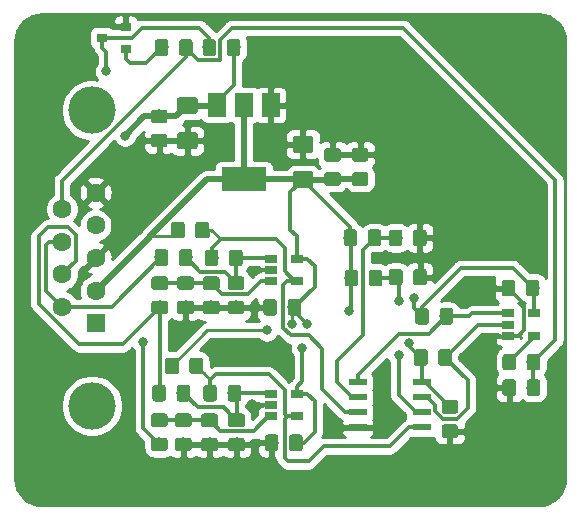
<source format=gbr>
G04 #@! TF.GenerationSoftware,KiCad,Pcbnew,(5.0.2)-1*
G04 #@! TF.CreationDate,2019-02-20T15:00:44+02:00*
G04 #@! TF.ProjectId,APPS_SMD,41505053-5f53-44d4-942e-6b696361645f,rev?*
G04 #@! TF.SameCoordinates,Original*
G04 #@! TF.FileFunction,Copper,L1,Top*
G04 #@! TF.FilePolarity,Positive*
%FSLAX46Y46*%
G04 Gerber Fmt 4.6, Leading zero omitted, Abs format (unit mm)*
G04 Created by KiCad (PCBNEW (5.0.2)-1) date 2/20/2019 3:00:44 PM*
%MOMM*%
%LPD*%
G01*
G04 APERTURE LIST*
G04 #@! TA.AperFunction,ComponentPad*
%ADD10R,1.600000X1.600000*%
G04 #@! TD*
G04 #@! TA.AperFunction,ComponentPad*
%ADD11C,1.600000*%
G04 #@! TD*
G04 #@! TA.AperFunction,ComponentPad*
%ADD12C,4.000000*%
G04 #@! TD*
G04 #@! TA.AperFunction,Conductor*
%ADD13C,0.100000*%
G04 #@! TD*
G04 #@! TA.AperFunction,SMDPad,CuDef*
%ADD14C,1.425000*%
G04 #@! TD*
G04 #@! TA.AperFunction,SMDPad,CuDef*
%ADD15C,1.150000*%
G04 #@! TD*
G04 #@! TA.AperFunction,SMDPad,CuDef*
%ADD16R,3.800000X2.000000*%
G04 #@! TD*
G04 #@! TA.AperFunction,SMDPad,CuDef*
%ADD17R,1.500000X2.000000*%
G04 #@! TD*
G04 #@! TA.AperFunction,SMDPad,CuDef*
%ADD18R,1.060000X0.650000*%
G04 #@! TD*
G04 #@! TA.AperFunction,SMDPad,CuDef*
%ADD19R,0.900000X0.800000*%
G04 #@! TD*
G04 #@! TA.AperFunction,SMDPad,CuDef*
%ADD20R,1.550000X0.600000*%
G04 #@! TD*
G04 #@! TA.AperFunction,ViaPad*
%ADD21C,4.000000*%
G04 #@! TD*
G04 #@! TA.AperFunction,ViaPad*
%ADD22C,0.800000*%
G04 #@! TD*
G04 #@! TA.AperFunction,Conductor*
%ADD23C,0.300000*%
G04 #@! TD*
G04 #@! TA.AperFunction,Conductor*
%ADD24C,0.500000*%
G04 #@! TD*
G04 #@! TA.AperFunction,Conductor*
%ADD25C,0.250000*%
G04 #@! TD*
G04 #@! TA.AperFunction,Conductor*
%ADD26C,0.254000*%
G04 #@! TD*
G04 APERTURE END LIST*
D10*
G04 #@! TO.P,J1,1*
G04 #@! TO.N,+12V*
X47500000Y-51910000D03*
D11*
G04 #@! TO.P,J1,2*
G04 #@! TO.N,VCC*
X47500000Y-49140000D03*
G04 #@! TO.P,J1,3*
G04 #@! TO.N,GND*
X47500000Y-46370000D03*
G04 #@! TO.P,J1,4*
G04 #@! TO.N,ERROR_PD*
X47500000Y-43600000D03*
G04 #@! TO.P,J1,5*
G04 #@! TO.N,GND*
X47500000Y-40830000D03*
G04 #@! TO.P,J1,6*
G04 #@! TO.N,APPS1*
X44660000Y-50525000D03*
G04 #@! TO.P,J1,7*
G04 #@! TO.N,APPS2*
X44660000Y-47755000D03*
G04 #@! TO.P,J1,8*
G04 #@! TO.N,APPS1*
X44660000Y-44985000D03*
G04 #@! TO.P,J1,9*
G04 #@! TO.N,ERROR_5V*
X44660000Y-42215000D03*
D12*
G04 #@! TO.P,J1,0*
G04 #@! TO.N,N/C*
X47200000Y-33870000D03*
X47200000Y-58870000D03*
G04 #@! TD*
D13*
G04 #@! TO.N,+12V*
G04 #@! TO.C,C10*
G36*
X55921904Y-32744004D02*
X55946173Y-32747604D01*
X55969971Y-32753565D01*
X55993071Y-32761830D01*
X56015249Y-32772320D01*
X56036293Y-32784933D01*
X56055998Y-32799547D01*
X56074177Y-32816023D01*
X56090653Y-32834202D01*
X56105267Y-32853907D01*
X56117880Y-32874951D01*
X56128370Y-32897129D01*
X56136635Y-32920229D01*
X56142596Y-32944027D01*
X56146196Y-32968296D01*
X56147400Y-32992800D01*
X56147400Y-33917800D01*
X56146196Y-33942304D01*
X56142596Y-33966573D01*
X56136635Y-33990371D01*
X56128370Y-34013471D01*
X56117880Y-34035649D01*
X56105267Y-34056693D01*
X56090653Y-34076398D01*
X56074177Y-34094577D01*
X56055998Y-34111053D01*
X56036293Y-34125667D01*
X56015249Y-34138280D01*
X55993071Y-34148770D01*
X55969971Y-34157035D01*
X55946173Y-34162996D01*
X55921904Y-34166596D01*
X55897400Y-34167800D01*
X54647400Y-34167800D01*
X54622896Y-34166596D01*
X54598627Y-34162996D01*
X54574829Y-34157035D01*
X54551729Y-34148770D01*
X54529551Y-34138280D01*
X54508507Y-34125667D01*
X54488802Y-34111053D01*
X54470623Y-34094577D01*
X54454147Y-34076398D01*
X54439533Y-34056693D01*
X54426920Y-34035649D01*
X54416430Y-34013471D01*
X54408165Y-33990371D01*
X54402204Y-33966573D01*
X54398604Y-33942304D01*
X54397400Y-33917800D01*
X54397400Y-32992800D01*
X54398604Y-32968296D01*
X54402204Y-32944027D01*
X54408165Y-32920229D01*
X54416430Y-32897129D01*
X54426920Y-32874951D01*
X54439533Y-32853907D01*
X54454147Y-32834202D01*
X54470623Y-32816023D01*
X54488802Y-32799547D01*
X54508507Y-32784933D01*
X54529551Y-32772320D01*
X54551729Y-32761830D01*
X54574829Y-32753565D01*
X54598627Y-32747604D01*
X54622896Y-32744004D01*
X54647400Y-32742800D01*
X55897400Y-32742800D01*
X55921904Y-32744004D01*
X55921904Y-32744004D01*
G37*
D14*
G04 #@! TD*
G04 #@! TO.P,C10,1*
G04 #@! TO.N,+12V*
X55272400Y-33455300D03*
D13*
G04 #@! TO.N,GND*
G04 #@! TO.C,C10*
G36*
X55921904Y-35719004D02*
X55946173Y-35722604D01*
X55969971Y-35728565D01*
X55993071Y-35736830D01*
X56015249Y-35747320D01*
X56036293Y-35759933D01*
X56055998Y-35774547D01*
X56074177Y-35791023D01*
X56090653Y-35809202D01*
X56105267Y-35828907D01*
X56117880Y-35849951D01*
X56128370Y-35872129D01*
X56136635Y-35895229D01*
X56142596Y-35919027D01*
X56146196Y-35943296D01*
X56147400Y-35967800D01*
X56147400Y-36892800D01*
X56146196Y-36917304D01*
X56142596Y-36941573D01*
X56136635Y-36965371D01*
X56128370Y-36988471D01*
X56117880Y-37010649D01*
X56105267Y-37031693D01*
X56090653Y-37051398D01*
X56074177Y-37069577D01*
X56055998Y-37086053D01*
X56036293Y-37100667D01*
X56015249Y-37113280D01*
X55993071Y-37123770D01*
X55969971Y-37132035D01*
X55946173Y-37137996D01*
X55921904Y-37141596D01*
X55897400Y-37142800D01*
X54647400Y-37142800D01*
X54622896Y-37141596D01*
X54598627Y-37137996D01*
X54574829Y-37132035D01*
X54551729Y-37123770D01*
X54529551Y-37113280D01*
X54508507Y-37100667D01*
X54488802Y-37086053D01*
X54470623Y-37069577D01*
X54454147Y-37051398D01*
X54439533Y-37031693D01*
X54426920Y-37010649D01*
X54416430Y-36988471D01*
X54408165Y-36965371D01*
X54402204Y-36941573D01*
X54398604Y-36917304D01*
X54397400Y-36892800D01*
X54397400Y-35967800D01*
X54398604Y-35943296D01*
X54402204Y-35919027D01*
X54408165Y-35895229D01*
X54416430Y-35872129D01*
X54426920Y-35849951D01*
X54439533Y-35828907D01*
X54454147Y-35809202D01*
X54470623Y-35791023D01*
X54488802Y-35774547D01*
X54508507Y-35759933D01*
X54529551Y-35747320D01*
X54551729Y-35736830D01*
X54574829Y-35728565D01*
X54598627Y-35722604D01*
X54622896Y-35719004D01*
X54647400Y-35717800D01*
X55897400Y-35717800D01*
X55921904Y-35719004D01*
X55921904Y-35719004D01*
G37*
D14*
G04 #@! TD*
G04 #@! TO.P,C10,2*
G04 #@! TO.N,GND*
X55272400Y-36430300D03*
D13*
G04 #@! TO.N,+12V*
G04 #@! TO.C,C11*
G36*
X53359305Y-33801204D02*
X53383573Y-33804804D01*
X53407372Y-33810765D01*
X53430471Y-33819030D01*
X53452650Y-33829520D01*
X53473693Y-33842132D01*
X53493399Y-33856747D01*
X53511577Y-33873223D01*
X53528053Y-33891401D01*
X53542668Y-33911107D01*
X53555280Y-33932150D01*
X53565770Y-33954329D01*
X53574035Y-33977428D01*
X53579996Y-34001227D01*
X53583596Y-34025495D01*
X53584800Y-34049999D01*
X53584800Y-34700001D01*
X53583596Y-34724505D01*
X53579996Y-34748773D01*
X53574035Y-34772572D01*
X53565770Y-34795671D01*
X53555280Y-34817850D01*
X53542668Y-34838893D01*
X53528053Y-34858599D01*
X53511577Y-34876777D01*
X53493399Y-34893253D01*
X53473693Y-34907868D01*
X53452650Y-34920480D01*
X53430471Y-34930970D01*
X53407372Y-34939235D01*
X53383573Y-34945196D01*
X53359305Y-34948796D01*
X53334801Y-34950000D01*
X52434799Y-34950000D01*
X52410295Y-34948796D01*
X52386027Y-34945196D01*
X52362228Y-34939235D01*
X52339129Y-34930970D01*
X52316950Y-34920480D01*
X52295907Y-34907868D01*
X52276201Y-34893253D01*
X52258023Y-34876777D01*
X52241547Y-34858599D01*
X52226932Y-34838893D01*
X52214320Y-34817850D01*
X52203830Y-34795671D01*
X52195565Y-34772572D01*
X52189604Y-34748773D01*
X52186004Y-34724505D01*
X52184800Y-34700001D01*
X52184800Y-34049999D01*
X52186004Y-34025495D01*
X52189604Y-34001227D01*
X52195565Y-33977428D01*
X52203830Y-33954329D01*
X52214320Y-33932150D01*
X52226932Y-33911107D01*
X52241547Y-33891401D01*
X52258023Y-33873223D01*
X52276201Y-33856747D01*
X52295907Y-33842132D01*
X52316950Y-33829520D01*
X52339129Y-33819030D01*
X52362228Y-33810765D01*
X52386027Y-33804804D01*
X52410295Y-33801204D01*
X52434799Y-33800000D01*
X53334801Y-33800000D01*
X53359305Y-33801204D01*
X53359305Y-33801204D01*
G37*
D15*
G04 #@! TD*
G04 #@! TO.P,C11,1*
G04 #@! TO.N,+12V*
X52884800Y-34375000D03*
D13*
G04 #@! TO.N,GND*
G04 #@! TO.C,C11*
G36*
X53359305Y-35851204D02*
X53383573Y-35854804D01*
X53407372Y-35860765D01*
X53430471Y-35869030D01*
X53452650Y-35879520D01*
X53473693Y-35892132D01*
X53493399Y-35906747D01*
X53511577Y-35923223D01*
X53528053Y-35941401D01*
X53542668Y-35961107D01*
X53555280Y-35982150D01*
X53565770Y-36004329D01*
X53574035Y-36027428D01*
X53579996Y-36051227D01*
X53583596Y-36075495D01*
X53584800Y-36099999D01*
X53584800Y-36750001D01*
X53583596Y-36774505D01*
X53579996Y-36798773D01*
X53574035Y-36822572D01*
X53565770Y-36845671D01*
X53555280Y-36867850D01*
X53542668Y-36888893D01*
X53528053Y-36908599D01*
X53511577Y-36926777D01*
X53493399Y-36943253D01*
X53473693Y-36957868D01*
X53452650Y-36970480D01*
X53430471Y-36980970D01*
X53407372Y-36989235D01*
X53383573Y-36995196D01*
X53359305Y-36998796D01*
X53334801Y-37000000D01*
X52434799Y-37000000D01*
X52410295Y-36998796D01*
X52386027Y-36995196D01*
X52362228Y-36989235D01*
X52339129Y-36980970D01*
X52316950Y-36970480D01*
X52295907Y-36957868D01*
X52276201Y-36943253D01*
X52258023Y-36926777D01*
X52241547Y-36908599D01*
X52226932Y-36888893D01*
X52214320Y-36867850D01*
X52203830Y-36845671D01*
X52195565Y-36822572D01*
X52189604Y-36798773D01*
X52186004Y-36774505D01*
X52184800Y-36750001D01*
X52184800Y-36099999D01*
X52186004Y-36075495D01*
X52189604Y-36051227D01*
X52195565Y-36027428D01*
X52203830Y-36004329D01*
X52214320Y-35982150D01*
X52226932Y-35961107D01*
X52241547Y-35941401D01*
X52258023Y-35923223D01*
X52276201Y-35906747D01*
X52295907Y-35892132D01*
X52316950Y-35879520D01*
X52339129Y-35869030D01*
X52362228Y-35860765D01*
X52386027Y-35854804D01*
X52410295Y-35851204D01*
X52434799Y-35850000D01*
X53334801Y-35850000D01*
X53359305Y-35851204D01*
X53359305Y-35851204D01*
G37*
D15*
G04 #@! TD*
G04 #@! TO.P,C11,2*
G04 #@! TO.N,GND*
X52884800Y-36425000D03*
D13*
G04 #@! TO.N,GND*
G04 #@! TO.C,C12*
G36*
X68040505Y-37052404D02*
X68064773Y-37056004D01*
X68088572Y-37061965D01*
X68111671Y-37070230D01*
X68133850Y-37080720D01*
X68154893Y-37093332D01*
X68174599Y-37107947D01*
X68192777Y-37124423D01*
X68209253Y-37142601D01*
X68223868Y-37162307D01*
X68236480Y-37183350D01*
X68246970Y-37205529D01*
X68255235Y-37228628D01*
X68261196Y-37252427D01*
X68264796Y-37276695D01*
X68266000Y-37301199D01*
X68266000Y-37951201D01*
X68264796Y-37975705D01*
X68261196Y-37999973D01*
X68255235Y-38023772D01*
X68246970Y-38046871D01*
X68236480Y-38069050D01*
X68223868Y-38090093D01*
X68209253Y-38109799D01*
X68192777Y-38127977D01*
X68174599Y-38144453D01*
X68154893Y-38159068D01*
X68133850Y-38171680D01*
X68111671Y-38182170D01*
X68088572Y-38190435D01*
X68064773Y-38196396D01*
X68040505Y-38199996D01*
X68016001Y-38201200D01*
X67115999Y-38201200D01*
X67091495Y-38199996D01*
X67067227Y-38196396D01*
X67043428Y-38190435D01*
X67020329Y-38182170D01*
X66998150Y-38171680D01*
X66977107Y-38159068D01*
X66957401Y-38144453D01*
X66939223Y-38127977D01*
X66922747Y-38109799D01*
X66908132Y-38090093D01*
X66895520Y-38069050D01*
X66885030Y-38046871D01*
X66876765Y-38023772D01*
X66870804Y-37999973D01*
X66867204Y-37975705D01*
X66866000Y-37951201D01*
X66866000Y-37301199D01*
X66867204Y-37276695D01*
X66870804Y-37252427D01*
X66876765Y-37228628D01*
X66885030Y-37205529D01*
X66895520Y-37183350D01*
X66908132Y-37162307D01*
X66922747Y-37142601D01*
X66939223Y-37124423D01*
X66957401Y-37107947D01*
X66977107Y-37093332D01*
X66998150Y-37080720D01*
X67020329Y-37070230D01*
X67043428Y-37061965D01*
X67067227Y-37056004D01*
X67091495Y-37052404D01*
X67115999Y-37051200D01*
X68016001Y-37051200D01*
X68040505Y-37052404D01*
X68040505Y-37052404D01*
G37*
D15*
G04 #@! TD*
G04 #@! TO.P,C12,2*
G04 #@! TO.N,GND*
X67566000Y-37626200D03*
D13*
G04 #@! TO.N,VCC*
G04 #@! TO.C,C12*
G36*
X68040505Y-39102404D02*
X68064773Y-39106004D01*
X68088572Y-39111965D01*
X68111671Y-39120230D01*
X68133850Y-39130720D01*
X68154893Y-39143332D01*
X68174599Y-39157947D01*
X68192777Y-39174423D01*
X68209253Y-39192601D01*
X68223868Y-39212307D01*
X68236480Y-39233350D01*
X68246970Y-39255529D01*
X68255235Y-39278628D01*
X68261196Y-39302427D01*
X68264796Y-39326695D01*
X68266000Y-39351199D01*
X68266000Y-40001201D01*
X68264796Y-40025705D01*
X68261196Y-40049973D01*
X68255235Y-40073772D01*
X68246970Y-40096871D01*
X68236480Y-40119050D01*
X68223868Y-40140093D01*
X68209253Y-40159799D01*
X68192777Y-40177977D01*
X68174599Y-40194453D01*
X68154893Y-40209068D01*
X68133850Y-40221680D01*
X68111671Y-40232170D01*
X68088572Y-40240435D01*
X68064773Y-40246396D01*
X68040505Y-40249996D01*
X68016001Y-40251200D01*
X67115999Y-40251200D01*
X67091495Y-40249996D01*
X67067227Y-40246396D01*
X67043428Y-40240435D01*
X67020329Y-40232170D01*
X66998150Y-40221680D01*
X66977107Y-40209068D01*
X66957401Y-40194453D01*
X66939223Y-40177977D01*
X66922747Y-40159799D01*
X66908132Y-40140093D01*
X66895520Y-40119050D01*
X66885030Y-40096871D01*
X66876765Y-40073772D01*
X66870804Y-40049973D01*
X66867204Y-40025705D01*
X66866000Y-40001201D01*
X66866000Y-39351199D01*
X66867204Y-39326695D01*
X66870804Y-39302427D01*
X66876765Y-39278628D01*
X66885030Y-39255529D01*
X66895520Y-39233350D01*
X66908132Y-39212307D01*
X66922747Y-39192601D01*
X66939223Y-39174423D01*
X66957401Y-39157947D01*
X66977107Y-39143332D01*
X66998150Y-39130720D01*
X67020329Y-39120230D01*
X67043428Y-39111965D01*
X67067227Y-39106004D01*
X67091495Y-39102404D01*
X67115999Y-39101200D01*
X68016001Y-39101200D01*
X68040505Y-39102404D01*
X68040505Y-39102404D01*
G37*
D15*
G04 #@! TD*
G04 #@! TO.P,C12,1*
G04 #@! TO.N,VCC*
X67566000Y-39676200D03*
D13*
G04 #@! TO.N,GND*
G04 #@! TO.C,C13*
G36*
X65713604Y-36033304D02*
X65737873Y-36036904D01*
X65761671Y-36042865D01*
X65784771Y-36051130D01*
X65806949Y-36061620D01*
X65827993Y-36074233D01*
X65847698Y-36088847D01*
X65865877Y-36105323D01*
X65882353Y-36123502D01*
X65896967Y-36143207D01*
X65909580Y-36164251D01*
X65920070Y-36186429D01*
X65928335Y-36209529D01*
X65934296Y-36233327D01*
X65937896Y-36257596D01*
X65939100Y-36282100D01*
X65939100Y-37207100D01*
X65937896Y-37231604D01*
X65934296Y-37255873D01*
X65928335Y-37279671D01*
X65920070Y-37302771D01*
X65909580Y-37324949D01*
X65896967Y-37345993D01*
X65882353Y-37365698D01*
X65865877Y-37383877D01*
X65847698Y-37400353D01*
X65827993Y-37414967D01*
X65806949Y-37427580D01*
X65784771Y-37438070D01*
X65761671Y-37446335D01*
X65737873Y-37452296D01*
X65713604Y-37455896D01*
X65689100Y-37457100D01*
X64439100Y-37457100D01*
X64414596Y-37455896D01*
X64390327Y-37452296D01*
X64366529Y-37446335D01*
X64343429Y-37438070D01*
X64321251Y-37427580D01*
X64300207Y-37414967D01*
X64280502Y-37400353D01*
X64262323Y-37383877D01*
X64245847Y-37365698D01*
X64231233Y-37345993D01*
X64218620Y-37324949D01*
X64208130Y-37302771D01*
X64199865Y-37279671D01*
X64193904Y-37255873D01*
X64190304Y-37231604D01*
X64189100Y-37207100D01*
X64189100Y-36282100D01*
X64190304Y-36257596D01*
X64193904Y-36233327D01*
X64199865Y-36209529D01*
X64208130Y-36186429D01*
X64218620Y-36164251D01*
X64231233Y-36143207D01*
X64245847Y-36123502D01*
X64262323Y-36105323D01*
X64280502Y-36088847D01*
X64300207Y-36074233D01*
X64321251Y-36061620D01*
X64343429Y-36051130D01*
X64366529Y-36042865D01*
X64390327Y-36036904D01*
X64414596Y-36033304D01*
X64439100Y-36032100D01*
X65689100Y-36032100D01*
X65713604Y-36033304D01*
X65713604Y-36033304D01*
G37*
D14*
G04 #@! TD*
G04 #@! TO.P,C13,2*
G04 #@! TO.N,GND*
X65064100Y-36744600D03*
D13*
G04 #@! TO.N,VCC*
G04 #@! TO.C,C13*
G36*
X65713604Y-39008304D02*
X65737873Y-39011904D01*
X65761671Y-39017865D01*
X65784771Y-39026130D01*
X65806949Y-39036620D01*
X65827993Y-39049233D01*
X65847698Y-39063847D01*
X65865877Y-39080323D01*
X65882353Y-39098502D01*
X65896967Y-39118207D01*
X65909580Y-39139251D01*
X65920070Y-39161429D01*
X65928335Y-39184529D01*
X65934296Y-39208327D01*
X65937896Y-39232596D01*
X65939100Y-39257100D01*
X65939100Y-40182100D01*
X65937896Y-40206604D01*
X65934296Y-40230873D01*
X65928335Y-40254671D01*
X65920070Y-40277771D01*
X65909580Y-40299949D01*
X65896967Y-40320993D01*
X65882353Y-40340698D01*
X65865877Y-40358877D01*
X65847698Y-40375353D01*
X65827993Y-40389967D01*
X65806949Y-40402580D01*
X65784771Y-40413070D01*
X65761671Y-40421335D01*
X65737873Y-40427296D01*
X65713604Y-40430896D01*
X65689100Y-40432100D01*
X64439100Y-40432100D01*
X64414596Y-40430896D01*
X64390327Y-40427296D01*
X64366529Y-40421335D01*
X64343429Y-40413070D01*
X64321251Y-40402580D01*
X64300207Y-40389967D01*
X64280502Y-40375353D01*
X64262323Y-40358877D01*
X64245847Y-40340698D01*
X64231233Y-40320993D01*
X64218620Y-40299949D01*
X64208130Y-40277771D01*
X64199865Y-40254671D01*
X64193904Y-40230873D01*
X64190304Y-40206604D01*
X64189100Y-40182100D01*
X64189100Y-39257100D01*
X64190304Y-39232596D01*
X64193904Y-39208327D01*
X64199865Y-39184529D01*
X64208130Y-39161429D01*
X64218620Y-39139251D01*
X64231233Y-39118207D01*
X64245847Y-39098502D01*
X64262323Y-39080323D01*
X64280502Y-39063847D01*
X64300207Y-39049233D01*
X64321251Y-39036620D01*
X64343429Y-39026130D01*
X64366529Y-39017865D01*
X64390327Y-39011904D01*
X64414596Y-39008304D01*
X64439100Y-39007100D01*
X65689100Y-39007100D01*
X65713604Y-39008304D01*
X65713604Y-39008304D01*
G37*
D14*
G04 #@! TD*
G04 #@! TO.P,C13,1*
G04 #@! TO.N,VCC*
X65064100Y-39719600D03*
D16*
G04 #@! TO.P,U8,2*
G04 #@! TO.N,VCC*
X60047600Y-39718400D03*
D17*
X60047600Y-33418400D03*
G04 #@! TO.P,U8,3*
G04 #@! TO.N,+12V*
X57747600Y-33418400D03*
G04 #@! TO.P,U8,1*
G04 #@! TO.N,GND*
X62347600Y-33418400D03*
G04 #@! TD*
D13*
G04 #@! TO.N,GND*
G04 #@! TO.C,C1*
G36*
X82878305Y-56641204D02*
X82902573Y-56644804D01*
X82926372Y-56650765D01*
X82949471Y-56659030D01*
X82971650Y-56669520D01*
X82992693Y-56682132D01*
X83012399Y-56696747D01*
X83030577Y-56713223D01*
X83047053Y-56731401D01*
X83061668Y-56751107D01*
X83074280Y-56772150D01*
X83084770Y-56794329D01*
X83093035Y-56817428D01*
X83098996Y-56841227D01*
X83102596Y-56865495D01*
X83103800Y-56889999D01*
X83103800Y-57790001D01*
X83102596Y-57814505D01*
X83098996Y-57838773D01*
X83093035Y-57862572D01*
X83084770Y-57885671D01*
X83074280Y-57907850D01*
X83061668Y-57928893D01*
X83047053Y-57948599D01*
X83030577Y-57966777D01*
X83012399Y-57983253D01*
X82992693Y-57997868D01*
X82971650Y-58010480D01*
X82949471Y-58020970D01*
X82926372Y-58029235D01*
X82902573Y-58035196D01*
X82878305Y-58038796D01*
X82853801Y-58040000D01*
X82203799Y-58040000D01*
X82179295Y-58038796D01*
X82155027Y-58035196D01*
X82131228Y-58029235D01*
X82108129Y-58020970D01*
X82085950Y-58010480D01*
X82064907Y-57997868D01*
X82045201Y-57983253D01*
X82027023Y-57966777D01*
X82010547Y-57948599D01*
X81995932Y-57928893D01*
X81983320Y-57907850D01*
X81972830Y-57885671D01*
X81964565Y-57862572D01*
X81958604Y-57838773D01*
X81955004Y-57814505D01*
X81953800Y-57790001D01*
X81953800Y-56889999D01*
X81955004Y-56865495D01*
X81958604Y-56841227D01*
X81964565Y-56817428D01*
X81972830Y-56794329D01*
X81983320Y-56772150D01*
X81995932Y-56751107D01*
X82010547Y-56731401D01*
X82027023Y-56713223D01*
X82045201Y-56696747D01*
X82064907Y-56682132D01*
X82085950Y-56669520D01*
X82108129Y-56659030D01*
X82131228Y-56650765D01*
X82155027Y-56644804D01*
X82179295Y-56641204D01*
X82203799Y-56640000D01*
X82853801Y-56640000D01*
X82878305Y-56641204D01*
X82878305Y-56641204D01*
G37*
D15*
G04 #@! TD*
G04 #@! TO.P,C1,2*
G04 #@! TO.N,GND*
X82528800Y-57340000D03*
D13*
G04 #@! TO.N,ERROR_5V*
G04 #@! TO.C,C1*
G36*
X84928305Y-56641204D02*
X84952573Y-56644804D01*
X84976372Y-56650765D01*
X84999471Y-56659030D01*
X85021650Y-56669520D01*
X85042693Y-56682132D01*
X85062399Y-56696747D01*
X85080577Y-56713223D01*
X85097053Y-56731401D01*
X85111668Y-56751107D01*
X85124280Y-56772150D01*
X85134770Y-56794329D01*
X85143035Y-56817428D01*
X85148996Y-56841227D01*
X85152596Y-56865495D01*
X85153800Y-56889999D01*
X85153800Y-57790001D01*
X85152596Y-57814505D01*
X85148996Y-57838773D01*
X85143035Y-57862572D01*
X85134770Y-57885671D01*
X85124280Y-57907850D01*
X85111668Y-57928893D01*
X85097053Y-57948599D01*
X85080577Y-57966777D01*
X85062399Y-57983253D01*
X85042693Y-57997868D01*
X85021650Y-58010480D01*
X84999471Y-58020970D01*
X84976372Y-58029235D01*
X84952573Y-58035196D01*
X84928305Y-58038796D01*
X84903801Y-58040000D01*
X84253799Y-58040000D01*
X84229295Y-58038796D01*
X84205027Y-58035196D01*
X84181228Y-58029235D01*
X84158129Y-58020970D01*
X84135950Y-58010480D01*
X84114907Y-57997868D01*
X84095201Y-57983253D01*
X84077023Y-57966777D01*
X84060547Y-57948599D01*
X84045932Y-57928893D01*
X84033320Y-57907850D01*
X84022830Y-57885671D01*
X84014565Y-57862572D01*
X84008604Y-57838773D01*
X84005004Y-57814505D01*
X84003800Y-57790001D01*
X84003800Y-56889999D01*
X84005004Y-56865495D01*
X84008604Y-56841227D01*
X84014565Y-56817428D01*
X84022830Y-56794329D01*
X84033320Y-56772150D01*
X84045932Y-56751107D01*
X84060547Y-56731401D01*
X84077023Y-56713223D01*
X84095201Y-56696747D01*
X84114907Y-56682132D01*
X84135950Y-56669520D01*
X84158129Y-56659030D01*
X84181228Y-56650765D01*
X84205027Y-56644804D01*
X84229295Y-56641204D01*
X84253799Y-56640000D01*
X84903801Y-56640000D01*
X84928305Y-56641204D01*
X84928305Y-56641204D01*
G37*
D15*
G04 #@! TD*
G04 #@! TO.P,C1,1*
G04 #@! TO.N,ERROR_5V*
X84578800Y-57340000D03*
D13*
G04 #@! TO.N,GND*
G04 #@! TO.C,C2*
G36*
X59861705Y-49973604D02*
X59885973Y-49977204D01*
X59909772Y-49983165D01*
X59932871Y-49991430D01*
X59955050Y-50001920D01*
X59976093Y-50014532D01*
X59995799Y-50029147D01*
X60013977Y-50045623D01*
X60030453Y-50063801D01*
X60045068Y-50083507D01*
X60057680Y-50104550D01*
X60068170Y-50126729D01*
X60076435Y-50149828D01*
X60082396Y-50173627D01*
X60085996Y-50197895D01*
X60087200Y-50222399D01*
X60087200Y-50872401D01*
X60085996Y-50896905D01*
X60082396Y-50921173D01*
X60076435Y-50944972D01*
X60068170Y-50968071D01*
X60057680Y-50990250D01*
X60045068Y-51011293D01*
X60030453Y-51030999D01*
X60013977Y-51049177D01*
X59995799Y-51065653D01*
X59976093Y-51080268D01*
X59955050Y-51092880D01*
X59932871Y-51103370D01*
X59909772Y-51111635D01*
X59885973Y-51117596D01*
X59861705Y-51121196D01*
X59837201Y-51122400D01*
X58937199Y-51122400D01*
X58912695Y-51121196D01*
X58888427Y-51117596D01*
X58864628Y-51111635D01*
X58841529Y-51103370D01*
X58819350Y-51092880D01*
X58798307Y-51080268D01*
X58778601Y-51065653D01*
X58760423Y-51049177D01*
X58743947Y-51030999D01*
X58729332Y-51011293D01*
X58716720Y-50990250D01*
X58706230Y-50968071D01*
X58697965Y-50944972D01*
X58692004Y-50921173D01*
X58688404Y-50896905D01*
X58687200Y-50872401D01*
X58687200Y-50222399D01*
X58688404Y-50197895D01*
X58692004Y-50173627D01*
X58697965Y-50149828D01*
X58706230Y-50126729D01*
X58716720Y-50104550D01*
X58729332Y-50083507D01*
X58743947Y-50063801D01*
X58760423Y-50045623D01*
X58778601Y-50029147D01*
X58798307Y-50014532D01*
X58819350Y-50001920D01*
X58841529Y-49991430D01*
X58864628Y-49983165D01*
X58888427Y-49977204D01*
X58912695Y-49973604D01*
X58937199Y-49972400D01*
X59837201Y-49972400D01*
X59861705Y-49973604D01*
X59861705Y-49973604D01*
G37*
D15*
G04 #@! TD*
G04 #@! TO.P,C2,2*
G04 #@! TO.N,GND*
X59387200Y-50547400D03*
D13*
G04 #@! TO.N,/APPS1_Filtered1*
G04 #@! TO.C,C2*
G36*
X59861705Y-47923604D02*
X59885973Y-47927204D01*
X59909772Y-47933165D01*
X59932871Y-47941430D01*
X59955050Y-47951920D01*
X59976093Y-47964532D01*
X59995799Y-47979147D01*
X60013977Y-47995623D01*
X60030453Y-48013801D01*
X60045068Y-48033507D01*
X60057680Y-48054550D01*
X60068170Y-48076729D01*
X60076435Y-48099828D01*
X60082396Y-48123627D01*
X60085996Y-48147895D01*
X60087200Y-48172399D01*
X60087200Y-48822401D01*
X60085996Y-48846905D01*
X60082396Y-48871173D01*
X60076435Y-48894972D01*
X60068170Y-48918071D01*
X60057680Y-48940250D01*
X60045068Y-48961293D01*
X60030453Y-48980999D01*
X60013977Y-48999177D01*
X59995799Y-49015653D01*
X59976093Y-49030268D01*
X59955050Y-49042880D01*
X59932871Y-49053370D01*
X59909772Y-49061635D01*
X59885973Y-49067596D01*
X59861705Y-49071196D01*
X59837201Y-49072400D01*
X58937199Y-49072400D01*
X58912695Y-49071196D01*
X58888427Y-49067596D01*
X58864628Y-49061635D01*
X58841529Y-49053370D01*
X58819350Y-49042880D01*
X58798307Y-49030268D01*
X58778601Y-49015653D01*
X58760423Y-48999177D01*
X58743947Y-48980999D01*
X58729332Y-48961293D01*
X58716720Y-48940250D01*
X58706230Y-48918071D01*
X58697965Y-48894972D01*
X58692004Y-48871173D01*
X58688404Y-48846905D01*
X58687200Y-48822401D01*
X58687200Y-48172399D01*
X58688404Y-48147895D01*
X58692004Y-48123627D01*
X58697965Y-48099828D01*
X58706230Y-48076729D01*
X58716720Y-48054550D01*
X58729332Y-48033507D01*
X58743947Y-48013801D01*
X58760423Y-47995623D01*
X58778601Y-47979147D01*
X58798307Y-47964532D01*
X58819350Y-47951920D01*
X58841529Y-47941430D01*
X58864628Y-47933165D01*
X58888427Y-47927204D01*
X58912695Y-47923604D01*
X58937199Y-47922400D01*
X59837201Y-47922400D01*
X59861705Y-47923604D01*
X59861705Y-47923604D01*
G37*
D15*
G04 #@! TD*
G04 #@! TO.P,C2,1*
G04 #@! TO.N,/APPS1_Filtered1*
X59387200Y-48497400D03*
D13*
G04 #@! TO.N,/APPS2_Filtered2*
G04 #@! TO.C,C3*
G36*
X59912505Y-59531404D02*
X59936773Y-59535004D01*
X59960572Y-59540965D01*
X59983671Y-59549230D01*
X60005850Y-59559720D01*
X60026893Y-59572332D01*
X60046599Y-59586947D01*
X60064777Y-59603423D01*
X60081253Y-59621601D01*
X60095868Y-59641307D01*
X60108480Y-59662350D01*
X60118970Y-59684529D01*
X60127235Y-59707628D01*
X60133196Y-59731427D01*
X60136796Y-59755695D01*
X60138000Y-59780199D01*
X60138000Y-60430201D01*
X60136796Y-60454705D01*
X60133196Y-60478973D01*
X60127235Y-60502772D01*
X60118970Y-60525871D01*
X60108480Y-60548050D01*
X60095868Y-60569093D01*
X60081253Y-60588799D01*
X60064777Y-60606977D01*
X60046599Y-60623453D01*
X60026893Y-60638068D01*
X60005850Y-60650680D01*
X59983671Y-60661170D01*
X59960572Y-60669435D01*
X59936773Y-60675396D01*
X59912505Y-60678996D01*
X59888001Y-60680200D01*
X58987999Y-60680200D01*
X58963495Y-60678996D01*
X58939227Y-60675396D01*
X58915428Y-60669435D01*
X58892329Y-60661170D01*
X58870150Y-60650680D01*
X58849107Y-60638068D01*
X58829401Y-60623453D01*
X58811223Y-60606977D01*
X58794747Y-60588799D01*
X58780132Y-60569093D01*
X58767520Y-60548050D01*
X58757030Y-60525871D01*
X58748765Y-60502772D01*
X58742804Y-60478973D01*
X58739204Y-60454705D01*
X58738000Y-60430201D01*
X58738000Y-59780199D01*
X58739204Y-59755695D01*
X58742804Y-59731427D01*
X58748765Y-59707628D01*
X58757030Y-59684529D01*
X58767520Y-59662350D01*
X58780132Y-59641307D01*
X58794747Y-59621601D01*
X58811223Y-59603423D01*
X58829401Y-59586947D01*
X58849107Y-59572332D01*
X58870150Y-59559720D01*
X58892329Y-59549230D01*
X58915428Y-59540965D01*
X58939227Y-59535004D01*
X58963495Y-59531404D01*
X58987999Y-59530200D01*
X59888001Y-59530200D01*
X59912505Y-59531404D01*
X59912505Y-59531404D01*
G37*
D15*
G04 #@! TD*
G04 #@! TO.P,C3,1*
G04 #@! TO.N,/APPS2_Filtered2*
X59438000Y-60105200D03*
D13*
G04 #@! TO.N,GND*
G04 #@! TO.C,C3*
G36*
X59912505Y-61581404D02*
X59936773Y-61585004D01*
X59960572Y-61590965D01*
X59983671Y-61599230D01*
X60005850Y-61609720D01*
X60026893Y-61622332D01*
X60046599Y-61636947D01*
X60064777Y-61653423D01*
X60081253Y-61671601D01*
X60095868Y-61691307D01*
X60108480Y-61712350D01*
X60118970Y-61734529D01*
X60127235Y-61757628D01*
X60133196Y-61781427D01*
X60136796Y-61805695D01*
X60138000Y-61830199D01*
X60138000Y-62480201D01*
X60136796Y-62504705D01*
X60133196Y-62528973D01*
X60127235Y-62552772D01*
X60118970Y-62575871D01*
X60108480Y-62598050D01*
X60095868Y-62619093D01*
X60081253Y-62638799D01*
X60064777Y-62656977D01*
X60046599Y-62673453D01*
X60026893Y-62688068D01*
X60005850Y-62700680D01*
X59983671Y-62711170D01*
X59960572Y-62719435D01*
X59936773Y-62725396D01*
X59912505Y-62728996D01*
X59888001Y-62730200D01*
X58987999Y-62730200D01*
X58963495Y-62728996D01*
X58939227Y-62725396D01*
X58915428Y-62719435D01*
X58892329Y-62711170D01*
X58870150Y-62700680D01*
X58849107Y-62688068D01*
X58829401Y-62673453D01*
X58811223Y-62656977D01*
X58794747Y-62638799D01*
X58780132Y-62619093D01*
X58767520Y-62598050D01*
X58757030Y-62575871D01*
X58748765Y-62552772D01*
X58742804Y-62528973D01*
X58739204Y-62504705D01*
X58738000Y-62480201D01*
X58738000Y-61830199D01*
X58739204Y-61805695D01*
X58742804Y-61781427D01*
X58748765Y-61757628D01*
X58757030Y-61734529D01*
X58767520Y-61712350D01*
X58780132Y-61691307D01*
X58794747Y-61671601D01*
X58811223Y-61653423D01*
X58829401Y-61636947D01*
X58849107Y-61622332D01*
X58870150Y-61609720D01*
X58892329Y-61599230D01*
X58915428Y-61590965D01*
X58939227Y-61585004D01*
X58963495Y-61581404D01*
X58987999Y-61580200D01*
X59888001Y-61580200D01*
X59912505Y-61581404D01*
X59912505Y-61581404D01*
G37*
D15*
G04 #@! TD*
G04 #@! TO.P,C3,2*
G04 #@! TO.N,GND*
X59438000Y-62155200D03*
D13*
G04 #@! TO.N,GND*
G04 #@! TO.C,C4*
G36*
X55594505Y-49973604D02*
X55618773Y-49977204D01*
X55642572Y-49983165D01*
X55665671Y-49991430D01*
X55687850Y-50001920D01*
X55708893Y-50014532D01*
X55728599Y-50029147D01*
X55746777Y-50045623D01*
X55763253Y-50063801D01*
X55777868Y-50083507D01*
X55790480Y-50104550D01*
X55800970Y-50126729D01*
X55809235Y-50149828D01*
X55815196Y-50173627D01*
X55818796Y-50197895D01*
X55820000Y-50222399D01*
X55820000Y-50872401D01*
X55818796Y-50896905D01*
X55815196Y-50921173D01*
X55809235Y-50944972D01*
X55800970Y-50968071D01*
X55790480Y-50990250D01*
X55777868Y-51011293D01*
X55763253Y-51030999D01*
X55746777Y-51049177D01*
X55728599Y-51065653D01*
X55708893Y-51080268D01*
X55687850Y-51092880D01*
X55665671Y-51103370D01*
X55642572Y-51111635D01*
X55618773Y-51117596D01*
X55594505Y-51121196D01*
X55570001Y-51122400D01*
X54669999Y-51122400D01*
X54645495Y-51121196D01*
X54621227Y-51117596D01*
X54597428Y-51111635D01*
X54574329Y-51103370D01*
X54552150Y-51092880D01*
X54531107Y-51080268D01*
X54511401Y-51065653D01*
X54493223Y-51049177D01*
X54476747Y-51030999D01*
X54462132Y-51011293D01*
X54449520Y-50990250D01*
X54439030Y-50968071D01*
X54430765Y-50944972D01*
X54424804Y-50921173D01*
X54421204Y-50896905D01*
X54420000Y-50872401D01*
X54420000Y-50222399D01*
X54421204Y-50197895D01*
X54424804Y-50173627D01*
X54430765Y-50149828D01*
X54439030Y-50126729D01*
X54449520Y-50104550D01*
X54462132Y-50083507D01*
X54476747Y-50063801D01*
X54493223Y-50045623D01*
X54511401Y-50029147D01*
X54531107Y-50014532D01*
X54552150Y-50001920D01*
X54574329Y-49991430D01*
X54597428Y-49983165D01*
X54621227Y-49977204D01*
X54645495Y-49973604D01*
X54669999Y-49972400D01*
X55570001Y-49972400D01*
X55594505Y-49973604D01*
X55594505Y-49973604D01*
G37*
D15*
G04 #@! TD*
G04 #@! TO.P,C4,2*
G04 #@! TO.N,GND*
X55120000Y-50547400D03*
D13*
G04 #@! TO.N,/APPS2_Filtered1*
G04 #@! TO.C,C4*
G36*
X55594505Y-47923604D02*
X55618773Y-47927204D01*
X55642572Y-47933165D01*
X55665671Y-47941430D01*
X55687850Y-47951920D01*
X55708893Y-47964532D01*
X55728599Y-47979147D01*
X55746777Y-47995623D01*
X55763253Y-48013801D01*
X55777868Y-48033507D01*
X55790480Y-48054550D01*
X55800970Y-48076729D01*
X55809235Y-48099828D01*
X55815196Y-48123627D01*
X55818796Y-48147895D01*
X55820000Y-48172399D01*
X55820000Y-48822401D01*
X55818796Y-48846905D01*
X55815196Y-48871173D01*
X55809235Y-48894972D01*
X55800970Y-48918071D01*
X55790480Y-48940250D01*
X55777868Y-48961293D01*
X55763253Y-48980999D01*
X55746777Y-48999177D01*
X55728599Y-49015653D01*
X55708893Y-49030268D01*
X55687850Y-49042880D01*
X55665671Y-49053370D01*
X55642572Y-49061635D01*
X55618773Y-49067596D01*
X55594505Y-49071196D01*
X55570001Y-49072400D01*
X54669999Y-49072400D01*
X54645495Y-49071196D01*
X54621227Y-49067596D01*
X54597428Y-49061635D01*
X54574329Y-49053370D01*
X54552150Y-49042880D01*
X54531107Y-49030268D01*
X54511401Y-49015653D01*
X54493223Y-48999177D01*
X54476747Y-48980999D01*
X54462132Y-48961293D01*
X54449520Y-48940250D01*
X54439030Y-48918071D01*
X54430765Y-48894972D01*
X54424804Y-48871173D01*
X54421204Y-48846905D01*
X54420000Y-48822401D01*
X54420000Y-48172399D01*
X54421204Y-48147895D01*
X54424804Y-48123627D01*
X54430765Y-48099828D01*
X54439030Y-48076729D01*
X54449520Y-48054550D01*
X54462132Y-48033507D01*
X54476747Y-48013801D01*
X54493223Y-47995623D01*
X54511401Y-47979147D01*
X54531107Y-47964532D01*
X54552150Y-47951920D01*
X54574329Y-47941430D01*
X54597428Y-47933165D01*
X54621227Y-47927204D01*
X54645495Y-47923604D01*
X54669999Y-47922400D01*
X55570001Y-47922400D01*
X55594505Y-47923604D01*
X55594505Y-47923604D01*
G37*
D15*
G04 #@! TD*
G04 #@! TO.P,C4,1*
G04 #@! TO.N,/APPS2_Filtered1*
X55120000Y-48497400D03*
D13*
G04 #@! TO.N,/APPS1_Filtered2*
G04 #@! TO.C,C5*
G36*
X55404005Y-59518704D02*
X55428273Y-59522304D01*
X55452072Y-59528265D01*
X55475171Y-59536530D01*
X55497350Y-59547020D01*
X55518393Y-59559632D01*
X55538099Y-59574247D01*
X55556277Y-59590723D01*
X55572753Y-59608901D01*
X55587368Y-59628607D01*
X55599980Y-59649650D01*
X55610470Y-59671829D01*
X55618735Y-59694928D01*
X55624696Y-59718727D01*
X55628296Y-59742995D01*
X55629500Y-59767499D01*
X55629500Y-60417501D01*
X55628296Y-60442005D01*
X55624696Y-60466273D01*
X55618735Y-60490072D01*
X55610470Y-60513171D01*
X55599980Y-60535350D01*
X55587368Y-60556393D01*
X55572753Y-60576099D01*
X55556277Y-60594277D01*
X55538099Y-60610753D01*
X55518393Y-60625368D01*
X55497350Y-60637980D01*
X55475171Y-60648470D01*
X55452072Y-60656735D01*
X55428273Y-60662696D01*
X55404005Y-60666296D01*
X55379501Y-60667500D01*
X54479499Y-60667500D01*
X54454995Y-60666296D01*
X54430727Y-60662696D01*
X54406928Y-60656735D01*
X54383829Y-60648470D01*
X54361650Y-60637980D01*
X54340607Y-60625368D01*
X54320901Y-60610753D01*
X54302723Y-60594277D01*
X54286247Y-60576099D01*
X54271632Y-60556393D01*
X54259020Y-60535350D01*
X54248530Y-60513171D01*
X54240265Y-60490072D01*
X54234304Y-60466273D01*
X54230704Y-60442005D01*
X54229500Y-60417501D01*
X54229500Y-59767499D01*
X54230704Y-59742995D01*
X54234304Y-59718727D01*
X54240265Y-59694928D01*
X54248530Y-59671829D01*
X54259020Y-59649650D01*
X54271632Y-59628607D01*
X54286247Y-59608901D01*
X54302723Y-59590723D01*
X54320901Y-59574247D01*
X54340607Y-59559632D01*
X54361650Y-59547020D01*
X54383829Y-59536530D01*
X54406928Y-59528265D01*
X54430727Y-59522304D01*
X54454995Y-59518704D01*
X54479499Y-59517500D01*
X55379501Y-59517500D01*
X55404005Y-59518704D01*
X55404005Y-59518704D01*
G37*
D15*
G04 #@! TD*
G04 #@! TO.P,C5,1*
G04 #@! TO.N,/APPS1_Filtered2*
X54929500Y-60092500D03*
D13*
G04 #@! TO.N,GND*
G04 #@! TO.C,C5*
G36*
X55404005Y-61568704D02*
X55428273Y-61572304D01*
X55452072Y-61578265D01*
X55475171Y-61586530D01*
X55497350Y-61597020D01*
X55518393Y-61609632D01*
X55538099Y-61624247D01*
X55556277Y-61640723D01*
X55572753Y-61658901D01*
X55587368Y-61678607D01*
X55599980Y-61699650D01*
X55610470Y-61721829D01*
X55618735Y-61744928D01*
X55624696Y-61768727D01*
X55628296Y-61792995D01*
X55629500Y-61817499D01*
X55629500Y-62467501D01*
X55628296Y-62492005D01*
X55624696Y-62516273D01*
X55618735Y-62540072D01*
X55610470Y-62563171D01*
X55599980Y-62585350D01*
X55587368Y-62606393D01*
X55572753Y-62626099D01*
X55556277Y-62644277D01*
X55538099Y-62660753D01*
X55518393Y-62675368D01*
X55497350Y-62687980D01*
X55475171Y-62698470D01*
X55452072Y-62706735D01*
X55428273Y-62712696D01*
X55404005Y-62716296D01*
X55379501Y-62717500D01*
X54479499Y-62717500D01*
X54454995Y-62716296D01*
X54430727Y-62712696D01*
X54406928Y-62706735D01*
X54383829Y-62698470D01*
X54361650Y-62687980D01*
X54340607Y-62675368D01*
X54320901Y-62660753D01*
X54302723Y-62644277D01*
X54286247Y-62626099D01*
X54271632Y-62606393D01*
X54259020Y-62585350D01*
X54248530Y-62563171D01*
X54240265Y-62540072D01*
X54234304Y-62516273D01*
X54230704Y-62492005D01*
X54229500Y-62467501D01*
X54229500Y-61817499D01*
X54230704Y-61792995D01*
X54234304Y-61768727D01*
X54240265Y-61744928D01*
X54248530Y-61721829D01*
X54259020Y-61699650D01*
X54271632Y-61678607D01*
X54286247Y-61658901D01*
X54302723Y-61640723D01*
X54320901Y-61624247D01*
X54340607Y-61609632D01*
X54361650Y-61597020D01*
X54383829Y-61586530D01*
X54406928Y-61578265D01*
X54430727Y-61572304D01*
X54454995Y-61568704D01*
X54479499Y-61567500D01*
X55379501Y-61567500D01*
X55404005Y-61568704D01*
X55404005Y-61568704D01*
G37*
D15*
G04 #@! TD*
G04 #@! TO.P,C5,2*
G04 #@! TO.N,GND*
X54929500Y-62142500D03*
D13*
G04 #@! TO.N,GND*
G04 #@! TO.C,C14*
G36*
X62636005Y-49839604D02*
X62660273Y-49843204D01*
X62684072Y-49849165D01*
X62707171Y-49857430D01*
X62729350Y-49867920D01*
X62750393Y-49880532D01*
X62770099Y-49895147D01*
X62788277Y-49911623D01*
X62804753Y-49929801D01*
X62819368Y-49949507D01*
X62831980Y-49970550D01*
X62842470Y-49992729D01*
X62850735Y-50015828D01*
X62856696Y-50039627D01*
X62860296Y-50063895D01*
X62861500Y-50088399D01*
X62861500Y-50988401D01*
X62860296Y-51012905D01*
X62856696Y-51037173D01*
X62850735Y-51060972D01*
X62842470Y-51084071D01*
X62831980Y-51106250D01*
X62819368Y-51127293D01*
X62804753Y-51146999D01*
X62788277Y-51165177D01*
X62770099Y-51181653D01*
X62750393Y-51196268D01*
X62729350Y-51208880D01*
X62707171Y-51219370D01*
X62684072Y-51227635D01*
X62660273Y-51233596D01*
X62636005Y-51237196D01*
X62611501Y-51238400D01*
X61961499Y-51238400D01*
X61936995Y-51237196D01*
X61912727Y-51233596D01*
X61888928Y-51227635D01*
X61865829Y-51219370D01*
X61843650Y-51208880D01*
X61822607Y-51196268D01*
X61802901Y-51181653D01*
X61784723Y-51165177D01*
X61768247Y-51146999D01*
X61753632Y-51127293D01*
X61741020Y-51106250D01*
X61730530Y-51084071D01*
X61722265Y-51060972D01*
X61716304Y-51037173D01*
X61712704Y-51012905D01*
X61711500Y-50988401D01*
X61711500Y-50088399D01*
X61712704Y-50063895D01*
X61716304Y-50039627D01*
X61722265Y-50015828D01*
X61730530Y-49992729D01*
X61741020Y-49970550D01*
X61753632Y-49949507D01*
X61768247Y-49929801D01*
X61784723Y-49911623D01*
X61802901Y-49895147D01*
X61822607Y-49880532D01*
X61843650Y-49867920D01*
X61865829Y-49857430D01*
X61888928Y-49849165D01*
X61912727Y-49843204D01*
X61936995Y-49839604D01*
X61961499Y-49838400D01*
X62611501Y-49838400D01*
X62636005Y-49839604D01*
X62636005Y-49839604D01*
G37*
D15*
G04 #@! TD*
G04 #@! TO.P,C14,2*
G04 #@! TO.N,GND*
X62286500Y-50538400D03*
D13*
G04 #@! TO.N,VCC*
G04 #@! TO.C,C14*
G36*
X64686005Y-49839604D02*
X64710273Y-49843204D01*
X64734072Y-49849165D01*
X64757171Y-49857430D01*
X64779350Y-49867920D01*
X64800393Y-49880532D01*
X64820099Y-49895147D01*
X64838277Y-49911623D01*
X64854753Y-49929801D01*
X64869368Y-49949507D01*
X64881980Y-49970550D01*
X64892470Y-49992729D01*
X64900735Y-50015828D01*
X64906696Y-50039627D01*
X64910296Y-50063895D01*
X64911500Y-50088399D01*
X64911500Y-50988401D01*
X64910296Y-51012905D01*
X64906696Y-51037173D01*
X64900735Y-51060972D01*
X64892470Y-51084071D01*
X64881980Y-51106250D01*
X64869368Y-51127293D01*
X64854753Y-51146999D01*
X64838277Y-51165177D01*
X64820099Y-51181653D01*
X64800393Y-51196268D01*
X64779350Y-51208880D01*
X64757171Y-51219370D01*
X64734072Y-51227635D01*
X64710273Y-51233596D01*
X64686005Y-51237196D01*
X64661501Y-51238400D01*
X64011499Y-51238400D01*
X63986995Y-51237196D01*
X63962727Y-51233596D01*
X63938928Y-51227635D01*
X63915829Y-51219370D01*
X63893650Y-51208880D01*
X63872607Y-51196268D01*
X63852901Y-51181653D01*
X63834723Y-51165177D01*
X63818247Y-51146999D01*
X63803632Y-51127293D01*
X63791020Y-51106250D01*
X63780530Y-51084071D01*
X63772265Y-51060972D01*
X63766304Y-51037173D01*
X63762704Y-51012905D01*
X63761500Y-50988401D01*
X63761500Y-50088399D01*
X63762704Y-50063895D01*
X63766304Y-50039627D01*
X63772265Y-50015828D01*
X63780530Y-49992729D01*
X63791020Y-49970550D01*
X63803632Y-49949507D01*
X63818247Y-49929801D01*
X63834723Y-49911623D01*
X63852901Y-49895147D01*
X63872607Y-49880532D01*
X63893650Y-49867920D01*
X63915829Y-49857430D01*
X63938928Y-49849165D01*
X63962727Y-49843204D01*
X63986995Y-49839604D01*
X64011499Y-49838400D01*
X64661501Y-49838400D01*
X64686005Y-49839604D01*
X64686005Y-49839604D01*
G37*
D15*
G04 #@! TD*
G04 #@! TO.P,C14,1*
G04 #@! TO.N,VCC*
X64336500Y-50538400D03*
D13*
G04 #@! TO.N,GND*
G04 #@! TO.C,C15*
G36*
X62763005Y-61307704D02*
X62787273Y-61311304D01*
X62811072Y-61317265D01*
X62834171Y-61325530D01*
X62856350Y-61336020D01*
X62877393Y-61348632D01*
X62897099Y-61363247D01*
X62915277Y-61379723D01*
X62931753Y-61397901D01*
X62946368Y-61417607D01*
X62958980Y-61438650D01*
X62969470Y-61460829D01*
X62977735Y-61483928D01*
X62983696Y-61507727D01*
X62987296Y-61531995D01*
X62988500Y-61556499D01*
X62988500Y-62456501D01*
X62987296Y-62481005D01*
X62983696Y-62505273D01*
X62977735Y-62529072D01*
X62969470Y-62552171D01*
X62958980Y-62574350D01*
X62946368Y-62595393D01*
X62931753Y-62615099D01*
X62915277Y-62633277D01*
X62897099Y-62649753D01*
X62877393Y-62664368D01*
X62856350Y-62676980D01*
X62834171Y-62687470D01*
X62811072Y-62695735D01*
X62787273Y-62701696D01*
X62763005Y-62705296D01*
X62738501Y-62706500D01*
X62088499Y-62706500D01*
X62063995Y-62705296D01*
X62039727Y-62701696D01*
X62015928Y-62695735D01*
X61992829Y-62687470D01*
X61970650Y-62676980D01*
X61949607Y-62664368D01*
X61929901Y-62649753D01*
X61911723Y-62633277D01*
X61895247Y-62615099D01*
X61880632Y-62595393D01*
X61868020Y-62574350D01*
X61857530Y-62552171D01*
X61849265Y-62529072D01*
X61843304Y-62505273D01*
X61839704Y-62481005D01*
X61838500Y-62456501D01*
X61838500Y-61556499D01*
X61839704Y-61531995D01*
X61843304Y-61507727D01*
X61849265Y-61483928D01*
X61857530Y-61460829D01*
X61868020Y-61438650D01*
X61880632Y-61417607D01*
X61895247Y-61397901D01*
X61911723Y-61379723D01*
X61929901Y-61363247D01*
X61949607Y-61348632D01*
X61970650Y-61336020D01*
X61992829Y-61325530D01*
X62015928Y-61317265D01*
X62039727Y-61311304D01*
X62063995Y-61307704D01*
X62088499Y-61306500D01*
X62738501Y-61306500D01*
X62763005Y-61307704D01*
X62763005Y-61307704D01*
G37*
D15*
G04 #@! TD*
G04 #@! TO.P,C15,2*
G04 #@! TO.N,GND*
X62413500Y-62006500D03*
D13*
G04 #@! TO.N,VCC*
G04 #@! TO.C,C15*
G36*
X64813005Y-61307704D02*
X64837273Y-61311304D01*
X64861072Y-61317265D01*
X64884171Y-61325530D01*
X64906350Y-61336020D01*
X64927393Y-61348632D01*
X64947099Y-61363247D01*
X64965277Y-61379723D01*
X64981753Y-61397901D01*
X64996368Y-61417607D01*
X65008980Y-61438650D01*
X65019470Y-61460829D01*
X65027735Y-61483928D01*
X65033696Y-61507727D01*
X65037296Y-61531995D01*
X65038500Y-61556499D01*
X65038500Y-62456501D01*
X65037296Y-62481005D01*
X65033696Y-62505273D01*
X65027735Y-62529072D01*
X65019470Y-62552171D01*
X65008980Y-62574350D01*
X64996368Y-62595393D01*
X64981753Y-62615099D01*
X64965277Y-62633277D01*
X64947099Y-62649753D01*
X64927393Y-62664368D01*
X64906350Y-62676980D01*
X64884171Y-62687470D01*
X64861072Y-62695735D01*
X64837273Y-62701696D01*
X64813005Y-62705296D01*
X64788501Y-62706500D01*
X64138499Y-62706500D01*
X64113995Y-62705296D01*
X64089727Y-62701696D01*
X64065928Y-62695735D01*
X64042829Y-62687470D01*
X64020650Y-62676980D01*
X63999607Y-62664368D01*
X63979901Y-62649753D01*
X63961723Y-62633277D01*
X63945247Y-62615099D01*
X63930632Y-62595393D01*
X63918020Y-62574350D01*
X63907530Y-62552171D01*
X63899265Y-62529072D01*
X63893304Y-62505273D01*
X63889704Y-62481005D01*
X63888500Y-62456501D01*
X63888500Y-61556499D01*
X63889704Y-61531995D01*
X63893304Y-61507727D01*
X63899265Y-61483928D01*
X63907530Y-61460829D01*
X63918020Y-61438650D01*
X63930632Y-61417607D01*
X63945247Y-61397901D01*
X63961723Y-61379723D01*
X63979901Y-61363247D01*
X63999607Y-61348632D01*
X64020650Y-61336020D01*
X64042829Y-61325530D01*
X64065928Y-61317265D01*
X64089727Y-61311304D01*
X64113995Y-61307704D01*
X64138499Y-61306500D01*
X64788501Y-61306500D01*
X64813005Y-61307704D01*
X64813005Y-61307704D01*
G37*
D15*
G04 #@! TD*
G04 #@! TO.P,C15,1*
G04 #@! TO.N,VCC*
X64463500Y-62006500D03*
D13*
G04 #@! TO.N,VCC*
G04 #@! TO.C,C16*
G36*
X77974505Y-58401204D02*
X77998773Y-58404804D01*
X78022572Y-58410765D01*
X78045671Y-58419030D01*
X78067850Y-58429520D01*
X78088893Y-58442132D01*
X78108599Y-58456747D01*
X78126777Y-58473223D01*
X78143253Y-58491401D01*
X78157868Y-58511107D01*
X78170480Y-58532150D01*
X78180970Y-58554329D01*
X78189235Y-58577428D01*
X78195196Y-58601227D01*
X78198796Y-58625495D01*
X78200000Y-58649999D01*
X78200000Y-59300001D01*
X78198796Y-59324505D01*
X78195196Y-59348773D01*
X78189235Y-59372572D01*
X78180970Y-59395671D01*
X78170480Y-59417850D01*
X78157868Y-59438893D01*
X78143253Y-59458599D01*
X78126777Y-59476777D01*
X78108599Y-59493253D01*
X78088893Y-59507868D01*
X78067850Y-59520480D01*
X78045671Y-59530970D01*
X78022572Y-59539235D01*
X77998773Y-59545196D01*
X77974505Y-59548796D01*
X77950001Y-59550000D01*
X77049999Y-59550000D01*
X77025495Y-59548796D01*
X77001227Y-59545196D01*
X76977428Y-59539235D01*
X76954329Y-59530970D01*
X76932150Y-59520480D01*
X76911107Y-59507868D01*
X76891401Y-59493253D01*
X76873223Y-59476777D01*
X76856747Y-59458599D01*
X76842132Y-59438893D01*
X76829520Y-59417850D01*
X76819030Y-59395671D01*
X76810765Y-59372572D01*
X76804804Y-59348773D01*
X76801204Y-59324505D01*
X76800000Y-59300001D01*
X76800000Y-58649999D01*
X76801204Y-58625495D01*
X76804804Y-58601227D01*
X76810765Y-58577428D01*
X76819030Y-58554329D01*
X76829520Y-58532150D01*
X76842132Y-58511107D01*
X76856747Y-58491401D01*
X76873223Y-58473223D01*
X76891401Y-58456747D01*
X76911107Y-58442132D01*
X76932150Y-58429520D01*
X76954329Y-58419030D01*
X76977428Y-58410765D01*
X77001227Y-58404804D01*
X77025495Y-58401204D01*
X77049999Y-58400000D01*
X77950001Y-58400000D01*
X77974505Y-58401204D01*
X77974505Y-58401204D01*
G37*
D15*
G04 #@! TD*
G04 #@! TO.P,C16,1*
G04 #@! TO.N,VCC*
X77500000Y-58975000D03*
D13*
G04 #@! TO.N,GND*
G04 #@! TO.C,C16*
G36*
X77974505Y-60451204D02*
X77998773Y-60454804D01*
X78022572Y-60460765D01*
X78045671Y-60469030D01*
X78067850Y-60479520D01*
X78088893Y-60492132D01*
X78108599Y-60506747D01*
X78126777Y-60523223D01*
X78143253Y-60541401D01*
X78157868Y-60561107D01*
X78170480Y-60582150D01*
X78180970Y-60604329D01*
X78189235Y-60627428D01*
X78195196Y-60651227D01*
X78198796Y-60675495D01*
X78200000Y-60699999D01*
X78200000Y-61350001D01*
X78198796Y-61374505D01*
X78195196Y-61398773D01*
X78189235Y-61422572D01*
X78180970Y-61445671D01*
X78170480Y-61467850D01*
X78157868Y-61488893D01*
X78143253Y-61508599D01*
X78126777Y-61526777D01*
X78108599Y-61543253D01*
X78088893Y-61557868D01*
X78067850Y-61570480D01*
X78045671Y-61580970D01*
X78022572Y-61589235D01*
X77998773Y-61595196D01*
X77974505Y-61598796D01*
X77950001Y-61600000D01*
X77049999Y-61600000D01*
X77025495Y-61598796D01*
X77001227Y-61595196D01*
X76977428Y-61589235D01*
X76954329Y-61580970D01*
X76932150Y-61570480D01*
X76911107Y-61557868D01*
X76891401Y-61543253D01*
X76873223Y-61526777D01*
X76856747Y-61508599D01*
X76842132Y-61488893D01*
X76829520Y-61467850D01*
X76819030Y-61445671D01*
X76810765Y-61422572D01*
X76804804Y-61398773D01*
X76801204Y-61374505D01*
X76800000Y-61350001D01*
X76800000Y-60699999D01*
X76801204Y-60675495D01*
X76804804Y-60651227D01*
X76810765Y-60627428D01*
X76819030Y-60604329D01*
X76829520Y-60582150D01*
X76842132Y-60561107D01*
X76856747Y-60541401D01*
X76873223Y-60523223D01*
X76891401Y-60506747D01*
X76911107Y-60492132D01*
X76932150Y-60479520D01*
X76954329Y-60469030D01*
X76977428Y-60460765D01*
X77001227Y-60454804D01*
X77025495Y-60451204D01*
X77049999Y-60450000D01*
X77950001Y-60450000D01*
X77974505Y-60451204D01*
X77974505Y-60451204D01*
G37*
D15*
G04 #@! TD*
G04 #@! TO.P,C16,2*
G04 #@! TO.N,GND*
X77500000Y-61025000D03*
D13*
G04 #@! TO.N,VCC*
G04 #@! TO.C,C17*
G36*
X70377305Y-39102404D02*
X70401573Y-39106004D01*
X70425372Y-39111965D01*
X70448471Y-39120230D01*
X70470650Y-39130720D01*
X70491693Y-39143332D01*
X70511399Y-39157947D01*
X70529577Y-39174423D01*
X70546053Y-39192601D01*
X70560668Y-39212307D01*
X70573280Y-39233350D01*
X70583770Y-39255529D01*
X70592035Y-39278628D01*
X70597996Y-39302427D01*
X70601596Y-39326695D01*
X70602800Y-39351199D01*
X70602800Y-40001201D01*
X70601596Y-40025705D01*
X70597996Y-40049973D01*
X70592035Y-40073772D01*
X70583770Y-40096871D01*
X70573280Y-40119050D01*
X70560668Y-40140093D01*
X70546053Y-40159799D01*
X70529577Y-40177977D01*
X70511399Y-40194453D01*
X70491693Y-40209068D01*
X70470650Y-40221680D01*
X70448471Y-40232170D01*
X70425372Y-40240435D01*
X70401573Y-40246396D01*
X70377305Y-40249996D01*
X70352801Y-40251200D01*
X69452799Y-40251200D01*
X69428295Y-40249996D01*
X69404027Y-40246396D01*
X69380228Y-40240435D01*
X69357129Y-40232170D01*
X69334950Y-40221680D01*
X69313907Y-40209068D01*
X69294201Y-40194453D01*
X69276023Y-40177977D01*
X69259547Y-40159799D01*
X69244932Y-40140093D01*
X69232320Y-40119050D01*
X69221830Y-40096871D01*
X69213565Y-40073772D01*
X69207604Y-40049973D01*
X69204004Y-40025705D01*
X69202800Y-40001201D01*
X69202800Y-39351199D01*
X69204004Y-39326695D01*
X69207604Y-39302427D01*
X69213565Y-39278628D01*
X69221830Y-39255529D01*
X69232320Y-39233350D01*
X69244932Y-39212307D01*
X69259547Y-39192601D01*
X69276023Y-39174423D01*
X69294201Y-39157947D01*
X69313907Y-39143332D01*
X69334950Y-39130720D01*
X69357129Y-39120230D01*
X69380228Y-39111965D01*
X69404027Y-39106004D01*
X69428295Y-39102404D01*
X69452799Y-39101200D01*
X70352801Y-39101200D01*
X70377305Y-39102404D01*
X70377305Y-39102404D01*
G37*
D15*
G04 #@! TD*
G04 #@! TO.P,C17,1*
G04 #@! TO.N,VCC*
X69902800Y-39676200D03*
D13*
G04 #@! TO.N,GND*
G04 #@! TO.C,C17*
G36*
X70377305Y-37052404D02*
X70401573Y-37056004D01*
X70425372Y-37061965D01*
X70448471Y-37070230D01*
X70470650Y-37080720D01*
X70491693Y-37093332D01*
X70511399Y-37107947D01*
X70529577Y-37124423D01*
X70546053Y-37142601D01*
X70560668Y-37162307D01*
X70573280Y-37183350D01*
X70583770Y-37205529D01*
X70592035Y-37228628D01*
X70597996Y-37252427D01*
X70601596Y-37276695D01*
X70602800Y-37301199D01*
X70602800Y-37951201D01*
X70601596Y-37975705D01*
X70597996Y-37999973D01*
X70592035Y-38023772D01*
X70583770Y-38046871D01*
X70573280Y-38069050D01*
X70560668Y-38090093D01*
X70546053Y-38109799D01*
X70529577Y-38127977D01*
X70511399Y-38144453D01*
X70491693Y-38159068D01*
X70470650Y-38171680D01*
X70448471Y-38182170D01*
X70425372Y-38190435D01*
X70401573Y-38196396D01*
X70377305Y-38199996D01*
X70352801Y-38201200D01*
X69452799Y-38201200D01*
X69428295Y-38199996D01*
X69404027Y-38196396D01*
X69380228Y-38190435D01*
X69357129Y-38182170D01*
X69334950Y-38171680D01*
X69313907Y-38159068D01*
X69294201Y-38144453D01*
X69276023Y-38127977D01*
X69259547Y-38109799D01*
X69244932Y-38090093D01*
X69232320Y-38069050D01*
X69221830Y-38046871D01*
X69213565Y-38023772D01*
X69207604Y-37999973D01*
X69204004Y-37975705D01*
X69202800Y-37951201D01*
X69202800Y-37301199D01*
X69204004Y-37276695D01*
X69207604Y-37252427D01*
X69213565Y-37228628D01*
X69221830Y-37205529D01*
X69232320Y-37183350D01*
X69244932Y-37162307D01*
X69259547Y-37142601D01*
X69276023Y-37124423D01*
X69294201Y-37107947D01*
X69313907Y-37093332D01*
X69334950Y-37080720D01*
X69357129Y-37070230D01*
X69380228Y-37061965D01*
X69404027Y-37056004D01*
X69428295Y-37052404D01*
X69452799Y-37051200D01*
X70352801Y-37051200D01*
X70377305Y-37052404D01*
X70377305Y-37052404D01*
G37*
D15*
G04 #@! TD*
G04 #@! TO.P,C17,2*
G04 #@! TO.N,GND*
X69902800Y-37626200D03*
D13*
G04 #@! TO.N,VCC*
G04 #@! TO.C,C18*
G36*
X84852105Y-48208404D02*
X84876373Y-48212004D01*
X84900172Y-48217965D01*
X84923271Y-48226230D01*
X84945450Y-48236720D01*
X84966493Y-48249332D01*
X84986199Y-48263947D01*
X85004377Y-48280423D01*
X85020853Y-48298601D01*
X85035468Y-48318307D01*
X85048080Y-48339350D01*
X85058570Y-48361529D01*
X85066835Y-48384628D01*
X85072796Y-48408427D01*
X85076396Y-48432695D01*
X85077600Y-48457199D01*
X85077600Y-49357201D01*
X85076396Y-49381705D01*
X85072796Y-49405973D01*
X85066835Y-49429772D01*
X85058570Y-49452871D01*
X85048080Y-49475050D01*
X85035468Y-49496093D01*
X85020853Y-49515799D01*
X85004377Y-49533977D01*
X84986199Y-49550453D01*
X84966493Y-49565068D01*
X84945450Y-49577680D01*
X84923271Y-49588170D01*
X84900172Y-49596435D01*
X84876373Y-49602396D01*
X84852105Y-49605996D01*
X84827601Y-49607200D01*
X84177599Y-49607200D01*
X84153095Y-49605996D01*
X84128827Y-49602396D01*
X84105028Y-49596435D01*
X84081929Y-49588170D01*
X84059750Y-49577680D01*
X84038707Y-49565068D01*
X84019001Y-49550453D01*
X84000823Y-49533977D01*
X83984347Y-49515799D01*
X83969732Y-49496093D01*
X83957120Y-49475050D01*
X83946630Y-49452871D01*
X83938365Y-49429772D01*
X83932404Y-49405973D01*
X83928804Y-49381705D01*
X83927600Y-49357201D01*
X83927600Y-48457199D01*
X83928804Y-48432695D01*
X83932404Y-48408427D01*
X83938365Y-48384628D01*
X83946630Y-48361529D01*
X83957120Y-48339350D01*
X83969732Y-48318307D01*
X83984347Y-48298601D01*
X84000823Y-48280423D01*
X84019001Y-48263947D01*
X84038707Y-48249332D01*
X84059750Y-48236720D01*
X84081929Y-48226230D01*
X84105028Y-48217965D01*
X84128827Y-48212004D01*
X84153095Y-48208404D01*
X84177599Y-48207200D01*
X84827601Y-48207200D01*
X84852105Y-48208404D01*
X84852105Y-48208404D01*
G37*
D15*
G04 #@! TD*
G04 #@! TO.P,C18,1*
G04 #@! TO.N,VCC*
X84502600Y-48907200D03*
D13*
G04 #@! TO.N,GND*
G04 #@! TO.C,C18*
G36*
X82802105Y-48208404D02*
X82826373Y-48212004D01*
X82850172Y-48217965D01*
X82873271Y-48226230D01*
X82895450Y-48236720D01*
X82916493Y-48249332D01*
X82936199Y-48263947D01*
X82954377Y-48280423D01*
X82970853Y-48298601D01*
X82985468Y-48318307D01*
X82998080Y-48339350D01*
X83008570Y-48361529D01*
X83016835Y-48384628D01*
X83022796Y-48408427D01*
X83026396Y-48432695D01*
X83027600Y-48457199D01*
X83027600Y-49357201D01*
X83026396Y-49381705D01*
X83022796Y-49405973D01*
X83016835Y-49429772D01*
X83008570Y-49452871D01*
X82998080Y-49475050D01*
X82985468Y-49496093D01*
X82970853Y-49515799D01*
X82954377Y-49533977D01*
X82936199Y-49550453D01*
X82916493Y-49565068D01*
X82895450Y-49577680D01*
X82873271Y-49588170D01*
X82850172Y-49596435D01*
X82826373Y-49602396D01*
X82802105Y-49605996D01*
X82777601Y-49607200D01*
X82127599Y-49607200D01*
X82103095Y-49605996D01*
X82078827Y-49602396D01*
X82055028Y-49596435D01*
X82031929Y-49588170D01*
X82009750Y-49577680D01*
X81988707Y-49565068D01*
X81969001Y-49550453D01*
X81950823Y-49533977D01*
X81934347Y-49515799D01*
X81919732Y-49496093D01*
X81907120Y-49475050D01*
X81896630Y-49452871D01*
X81888365Y-49429772D01*
X81882404Y-49405973D01*
X81878804Y-49381705D01*
X81877600Y-49357201D01*
X81877600Y-48457199D01*
X81878804Y-48432695D01*
X81882404Y-48408427D01*
X81888365Y-48384628D01*
X81896630Y-48361529D01*
X81907120Y-48339350D01*
X81919732Y-48318307D01*
X81934347Y-48298601D01*
X81950823Y-48280423D01*
X81969001Y-48263947D01*
X81988707Y-48249332D01*
X82009750Y-48236720D01*
X82031929Y-48226230D01*
X82055028Y-48217965D01*
X82078827Y-48212004D01*
X82103095Y-48208404D01*
X82127599Y-48207200D01*
X82777601Y-48207200D01*
X82802105Y-48208404D01*
X82802105Y-48208404D01*
G37*
D15*
G04 #@! TD*
G04 #@! TO.P,C18,2*
G04 #@! TO.N,GND*
X82452600Y-48907200D03*
D13*
G04 #@! TO.N,APPS2*
G04 #@! TO.C,R1*
G36*
X53410105Y-49973604D02*
X53434373Y-49977204D01*
X53458172Y-49983165D01*
X53481271Y-49991430D01*
X53503450Y-50001920D01*
X53524493Y-50014532D01*
X53544199Y-50029147D01*
X53562377Y-50045623D01*
X53578853Y-50063801D01*
X53593468Y-50083507D01*
X53606080Y-50104550D01*
X53616570Y-50126729D01*
X53624835Y-50149828D01*
X53630796Y-50173627D01*
X53634396Y-50197895D01*
X53635600Y-50222399D01*
X53635600Y-50872401D01*
X53634396Y-50896905D01*
X53630796Y-50921173D01*
X53624835Y-50944972D01*
X53616570Y-50968071D01*
X53606080Y-50990250D01*
X53593468Y-51011293D01*
X53578853Y-51030999D01*
X53562377Y-51049177D01*
X53544199Y-51065653D01*
X53524493Y-51080268D01*
X53503450Y-51092880D01*
X53481271Y-51103370D01*
X53458172Y-51111635D01*
X53434373Y-51117596D01*
X53410105Y-51121196D01*
X53385601Y-51122400D01*
X52485599Y-51122400D01*
X52461095Y-51121196D01*
X52436827Y-51117596D01*
X52413028Y-51111635D01*
X52389929Y-51103370D01*
X52367750Y-51092880D01*
X52346707Y-51080268D01*
X52327001Y-51065653D01*
X52308823Y-51049177D01*
X52292347Y-51030999D01*
X52277732Y-51011293D01*
X52265120Y-50990250D01*
X52254630Y-50968071D01*
X52246365Y-50944972D01*
X52240404Y-50921173D01*
X52236804Y-50896905D01*
X52235600Y-50872401D01*
X52235600Y-50222399D01*
X52236804Y-50197895D01*
X52240404Y-50173627D01*
X52246365Y-50149828D01*
X52254630Y-50126729D01*
X52265120Y-50104550D01*
X52277732Y-50083507D01*
X52292347Y-50063801D01*
X52308823Y-50045623D01*
X52327001Y-50029147D01*
X52346707Y-50014532D01*
X52367750Y-50001920D01*
X52389929Y-49991430D01*
X52413028Y-49983165D01*
X52436827Y-49977204D01*
X52461095Y-49973604D01*
X52485599Y-49972400D01*
X53385601Y-49972400D01*
X53410105Y-49973604D01*
X53410105Y-49973604D01*
G37*
D15*
G04 #@! TD*
G04 #@! TO.P,R1,1*
G04 #@! TO.N,APPS2*
X52935600Y-50547400D03*
D13*
G04 #@! TO.N,/APPS2_Filtered1*
G04 #@! TO.C,R1*
G36*
X53410105Y-47923604D02*
X53434373Y-47927204D01*
X53458172Y-47933165D01*
X53481271Y-47941430D01*
X53503450Y-47951920D01*
X53524493Y-47964532D01*
X53544199Y-47979147D01*
X53562377Y-47995623D01*
X53578853Y-48013801D01*
X53593468Y-48033507D01*
X53606080Y-48054550D01*
X53616570Y-48076729D01*
X53624835Y-48099828D01*
X53630796Y-48123627D01*
X53634396Y-48147895D01*
X53635600Y-48172399D01*
X53635600Y-48822401D01*
X53634396Y-48846905D01*
X53630796Y-48871173D01*
X53624835Y-48894972D01*
X53616570Y-48918071D01*
X53606080Y-48940250D01*
X53593468Y-48961293D01*
X53578853Y-48980999D01*
X53562377Y-48999177D01*
X53544199Y-49015653D01*
X53524493Y-49030268D01*
X53503450Y-49042880D01*
X53481271Y-49053370D01*
X53458172Y-49061635D01*
X53434373Y-49067596D01*
X53410105Y-49071196D01*
X53385601Y-49072400D01*
X52485599Y-49072400D01*
X52461095Y-49071196D01*
X52436827Y-49067596D01*
X52413028Y-49061635D01*
X52389929Y-49053370D01*
X52367750Y-49042880D01*
X52346707Y-49030268D01*
X52327001Y-49015653D01*
X52308823Y-48999177D01*
X52292347Y-48980999D01*
X52277732Y-48961293D01*
X52265120Y-48940250D01*
X52254630Y-48918071D01*
X52246365Y-48894972D01*
X52240404Y-48871173D01*
X52236804Y-48846905D01*
X52235600Y-48822401D01*
X52235600Y-48172399D01*
X52236804Y-48147895D01*
X52240404Y-48123627D01*
X52246365Y-48099828D01*
X52254630Y-48076729D01*
X52265120Y-48054550D01*
X52277732Y-48033507D01*
X52292347Y-48013801D01*
X52308823Y-47995623D01*
X52327001Y-47979147D01*
X52346707Y-47964532D01*
X52367750Y-47951920D01*
X52389929Y-47941430D01*
X52413028Y-47933165D01*
X52436827Y-47927204D01*
X52461095Y-47923604D01*
X52485599Y-47922400D01*
X53385601Y-47922400D01*
X53410105Y-47923604D01*
X53410105Y-47923604D01*
G37*
D15*
G04 #@! TD*
G04 #@! TO.P,R1,2*
G04 #@! TO.N,/APPS2_Filtered1*
X52935600Y-48497400D03*
D13*
G04 #@! TO.N,/APPS1_Filtered2*
G04 #@! TO.C,R2*
G36*
X53372005Y-59518704D02*
X53396273Y-59522304D01*
X53420072Y-59528265D01*
X53443171Y-59536530D01*
X53465350Y-59547020D01*
X53486393Y-59559632D01*
X53506099Y-59574247D01*
X53524277Y-59590723D01*
X53540753Y-59608901D01*
X53555368Y-59628607D01*
X53567980Y-59649650D01*
X53578470Y-59671829D01*
X53586735Y-59694928D01*
X53592696Y-59718727D01*
X53596296Y-59742995D01*
X53597500Y-59767499D01*
X53597500Y-60417501D01*
X53596296Y-60442005D01*
X53592696Y-60466273D01*
X53586735Y-60490072D01*
X53578470Y-60513171D01*
X53567980Y-60535350D01*
X53555368Y-60556393D01*
X53540753Y-60576099D01*
X53524277Y-60594277D01*
X53506099Y-60610753D01*
X53486393Y-60625368D01*
X53465350Y-60637980D01*
X53443171Y-60648470D01*
X53420072Y-60656735D01*
X53396273Y-60662696D01*
X53372005Y-60666296D01*
X53347501Y-60667500D01*
X52447499Y-60667500D01*
X52422995Y-60666296D01*
X52398727Y-60662696D01*
X52374928Y-60656735D01*
X52351829Y-60648470D01*
X52329650Y-60637980D01*
X52308607Y-60625368D01*
X52288901Y-60610753D01*
X52270723Y-60594277D01*
X52254247Y-60576099D01*
X52239632Y-60556393D01*
X52227020Y-60535350D01*
X52216530Y-60513171D01*
X52208265Y-60490072D01*
X52202304Y-60466273D01*
X52198704Y-60442005D01*
X52197500Y-60417501D01*
X52197500Y-59767499D01*
X52198704Y-59742995D01*
X52202304Y-59718727D01*
X52208265Y-59694928D01*
X52216530Y-59671829D01*
X52227020Y-59649650D01*
X52239632Y-59628607D01*
X52254247Y-59608901D01*
X52270723Y-59590723D01*
X52288901Y-59574247D01*
X52308607Y-59559632D01*
X52329650Y-59547020D01*
X52351829Y-59536530D01*
X52374928Y-59528265D01*
X52398727Y-59522304D01*
X52422995Y-59518704D01*
X52447499Y-59517500D01*
X53347501Y-59517500D01*
X53372005Y-59518704D01*
X53372005Y-59518704D01*
G37*
D15*
G04 #@! TD*
G04 #@! TO.P,R2,2*
G04 #@! TO.N,/APPS1_Filtered2*
X52897500Y-60092500D03*
D13*
G04 #@! TO.N,APPS1*
G04 #@! TO.C,R2*
G36*
X53372005Y-61568704D02*
X53396273Y-61572304D01*
X53420072Y-61578265D01*
X53443171Y-61586530D01*
X53465350Y-61597020D01*
X53486393Y-61609632D01*
X53506099Y-61624247D01*
X53524277Y-61640723D01*
X53540753Y-61658901D01*
X53555368Y-61678607D01*
X53567980Y-61699650D01*
X53578470Y-61721829D01*
X53586735Y-61744928D01*
X53592696Y-61768727D01*
X53596296Y-61792995D01*
X53597500Y-61817499D01*
X53597500Y-62467501D01*
X53596296Y-62492005D01*
X53592696Y-62516273D01*
X53586735Y-62540072D01*
X53578470Y-62563171D01*
X53567980Y-62585350D01*
X53555368Y-62606393D01*
X53540753Y-62626099D01*
X53524277Y-62644277D01*
X53506099Y-62660753D01*
X53486393Y-62675368D01*
X53465350Y-62687980D01*
X53443171Y-62698470D01*
X53420072Y-62706735D01*
X53396273Y-62712696D01*
X53372005Y-62716296D01*
X53347501Y-62717500D01*
X52447499Y-62717500D01*
X52422995Y-62716296D01*
X52398727Y-62712696D01*
X52374928Y-62706735D01*
X52351829Y-62698470D01*
X52329650Y-62687980D01*
X52308607Y-62675368D01*
X52288901Y-62660753D01*
X52270723Y-62644277D01*
X52254247Y-62626099D01*
X52239632Y-62606393D01*
X52227020Y-62585350D01*
X52216530Y-62563171D01*
X52208265Y-62540072D01*
X52202304Y-62516273D01*
X52198704Y-62492005D01*
X52197500Y-62467501D01*
X52197500Y-61817499D01*
X52198704Y-61792995D01*
X52202304Y-61768727D01*
X52208265Y-61744928D01*
X52216530Y-61721829D01*
X52227020Y-61699650D01*
X52239632Y-61678607D01*
X52254247Y-61658901D01*
X52270723Y-61640723D01*
X52288901Y-61624247D01*
X52308607Y-61609632D01*
X52329650Y-61597020D01*
X52351829Y-61586530D01*
X52374928Y-61578265D01*
X52398727Y-61572304D01*
X52422995Y-61568704D01*
X52447499Y-61567500D01*
X53347501Y-61567500D01*
X53372005Y-61568704D01*
X53372005Y-61568704D01*
G37*
D15*
G04 #@! TD*
G04 #@! TO.P,R2,1*
G04 #@! TO.N,APPS1*
X52897500Y-62142500D03*
D13*
G04 #@! TO.N,APPS1*
G04 #@! TO.C,R3*
G36*
X53428505Y-45623204D02*
X53452773Y-45626804D01*
X53476572Y-45632765D01*
X53499671Y-45641030D01*
X53521850Y-45651520D01*
X53542893Y-45664132D01*
X53562599Y-45678747D01*
X53580777Y-45695223D01*
X53597253Y-45713401D01*
X53611868Y-45733107D01*
X53624480Y-45754150D01*
X53634970Y-45776329D01*
X53643235Y-45799428D01*
X53649196Y-45823227D01*
X53652796Y-45847495D01*
X53654000Y-45871999D01*
X53654000Y-46772001D01*
X53652796Y-46796505D01*
X53649196Y-46820773D01*
X53643235Y-46844572D01*
X53634970Y-46867671D01*
X53624480Y-46889850D01*
X53611868Y-46910893D01*
X53597253Y-46930599D01*
X53580777Y-46948777D01*
X53562599Y-46965253D01*
X53542893Y-46979868D01*
X53521850Y-46992480D01*
X53499671Y-47002970D01*
X53476572Y-47011235D01*
X53452773Y-47017196D01*
X53428505Y-47020796D01*
X53404001Y-47022000D01*
X52753999Y-47022000D01*
X52729495Y-47020796D01*
X52705227Y-47017196D01*
X52681428Y-47011235D01*
X52658329Y-47002970D01*
X52636150Y-46992480D01*
X52615107Y-46979868D01*
X52595401Y-46965253D01*
X52577223Y-46948777D01*
X52560747Y-46930599D01*
X52546132Y-46910893D01*
X52533520Y-46889850D01*
X52523030Y-46867671D01*
X52514765Y-46844572D01*
X52508804Y-46820773D01*
X52505204Y-46796505D01*
X52504000Y-46772001D01*
X52504000Y-45871999D01*
X52505204Y-45847495D01*
X52508804Y-45823227D01*
X52514765Y-45799428D01*
X52523030Y-45776329D01*
X52533520Y-45754150D01*
X52546132Y-45733107D01*
X52560747Y-45713401D01*
X52577223Y-45695223D01*
X52595401Y-45678747D01*
X52615107Y-45664132D01*
X52636150Y-45651520D01*
X52658329Y-45641030D01*
X52681428Y-45632765D01*
X52705227Y-45626804D01*
X52729495Y-45623204D01*
X52753999Y-45622000D01*
X53404001Y-45622000D01*
X53428505Y-45623204D01*
X53428505Y-45623204D01*
G37*
D15*
G04 #@! TD*
G04 #@! TO.P,R3,1*
G04 #@! TO.N,APPS1*
X53079000Y-46322000D03*
D13*
G04 #@! TO.N,/APPS1_Filtered1*
G04 #@! TO.C,R3*
G36*
X55478505Y-45623204D02*
X55502773Y-45626804D01*
X55526572Y-45632765D01*
X55549671Y-45641030D01*
X55571850Y-45651520D01*
X55592893Y-45664132D01*
X55612599Y-45678747D01*
X55630777Y-45695223D01*
X55647253Y-45713401D01*
X55661868Y-45733107D01*
X55674480Y-45754150D01*
X55684970Y-45776329D01*
X55693235Y-45799428D01*
X55699196Y-45823227D01*
X55702796Y-45847495D01*
X55704000Y-45871999D01*
X55704000Y-46772001D01*
X55702796Y-46796505D01*
X55699196Y-46820773D01*
X55693235Y-46844572D01*
X55684970Y-46867671D01*
X55674480Y-46889850D01*
X55661868Y-46910893D01*
X55647253Y-46930599D01*
X55630777Y-46948777D01*
X55612599Y-46965253D01*
X55592893Y-46979868D01*
X55571850Y-46992480D01*
X55549671Y-47002970D01*
X55526572Y-47011235D01*
X55502773Y-47017196D01*
X55478505Y-47020796D01*
X55454001Y-47022000D01*
X54803999Y-47022000D01*
X54779495Y-47020796D01*
X54755227Y-47017196D01*
X54731428Y-47011235D01*
X54708329Y-47002970D01*
X54686150Y-46992480D01*
X54665107Y-46979868D01*
X54645401Y-46965253D01*
X54627223Y-46948777D01*
X54610747Y-46930599D01*
X54596132Y-46910893D01*
X54583520Y-46889850D01*
X54573030Y-46867671D01*
X54564765Y-46844572D01*
X54558804Y-46820773D01*
X54555204Y-46796505D01*
X54554000Y-46772001D01*
X54554000Y-45871999D01*
X54555204Y-45847495D01*
X54558804Y-45823227D01*
X54564765Y-45799428D01*
X54573030Y-45776329D01*
X54583520Y-45754150D01*
X54596132Y-45733107D01*
X54610747Y-45713401D01*
X54627223Y-45695223D01*
X54645401Y-45678747D01*
X54665107Y-45664132D01*
X54686150Y-45651520D01*
X54708329Y-45641030D01*
X54731428Y-45632765D01*
X54755227Y-45626804D01*
X54779495Y-45623204D01*
X54803999Y-45622000D01*
X55454001Y-45622000D01*
X55478505Y-45623204D01*
X55478505Y-45623204D01*
G37*
D15*
G04 #@! TD*
G04 #@! TO.P,R3,2*
G04 #@! TO.N,/APPS1_Filtered1*
X55129000Y-46322000D03*
D13*
G04 #@! TO.N,/APPS2_Filtered2*
G04 #@! TO.C,R4*
G36*
X55288005Y-57116704D02*
X55312273Y-57120304D01*
X55336072Y-57126265D01*
X55359171Y-57134530D01*
X55381350Y-57145020D01*
X55402393Y-57157632D01*
X55422099Y-57172247D01*
X55440277Y-57188723D01*
X55456753Y-57206901D01*
X55471368Y-57226607D01*
X55483980Y-57247650D01*
X55494470Y-57269829D01*
X55502735Y-57292928D01*
X55508696Y-57316727D01*
X55512296Y-57340995D01*
X55513500Y-57365499D01*
X55513500Y-58265501D01*
X55512296Y-58290005D01*
X55508696Y-58314273D01*
X55502735Y-58338072D01*
X55494470Y-58361171D01*
X55483980Y-58383350D01*
X55471368Y-58404393D01*
X55456753Y-58424099D01*
X55440277Y-58442277D01*
X55422099Y-58458753D01*
X55402393Y-58473368D01*
X55381350Y-58485980D01*
X55359171Y-58496470D01*
X55336072Y-58504735D01*
X55312273Y-58510696D01*
X55288005Y-58514296D01*
X55263501Y-58515500D01*
X54613499Y-58515500D01*
X54588995Y-58514296D01*
X54564727Y-58510696D01*
X54540928Y-58504735D01*
X54517829Y-58496470D01*
X54495650Y-58485980D01*
X54474607Y-58473368D01*
X54454901Y-58458753D01*
X54436723Y-58442277D01*
X54420247Y-58424099D01*
X54405632Y-58404393D01*
X54393020Y-58383350D01*
X54382530Y-58361171D01*
X54374265Y-58338072D01*
X54368304Y-58314273D01*
X54364704Y-58290005D01*
X54363500Y-58265501D01*
X54363500Y-57365499D01*
X54364704Y-57340995D01*
X54368304Y-57316727D01*
X54374265Y-57292928D01*
X54382530Y-57269829D01*
X54393020Y-57247650D01*
X54405632Y-57226607D01*
X54420247Y-57206901D01*
X54436723Y-57188723D01*
X54454901Y-57172247D01*
X54474607Y-57157632D01*
X54495650Y-57145020D01*
X54517829Y-57134530D01*
X54540928Y-57126265D01*
X54564727Y-57120304D01*
X54588995Y-57116704D01*
X54613499Y-57115500D01*
X55263501Y-57115500D01*
X55288005Y-57116704D01*
X55288005Y-57116704D01*
G37*
D15*
G04 #@! TD*
G04 #@! TO.P,R4,2*
G04 #@! TO.N,/APPS2_Filtered2*
X54938500Y-57815500D03*
D13*
G04 #@! TO.N,APPS2*
G04 #@! TO.C,R4*
G36*
X53238005Y-57116704D02*
X53262273Y-57120304D01*
X53286072Y-57126265D01*
X53309171Y-57134530D01*
X53331350Y-57145020D01*
X53352393Y-57157632D01*
X53372099Y-57172247D01*
X53390277Y-57188723D01*
X53406753Y-57206901D01*
X53421368Y-57226607D01*
X53433980Y-57247650D01*
X53444470Y-57269829D01*
X53452735Y-57292928D01*
X53458696Y-57316727D01*
X53462296Y-57340995D01*
X53463500Y-57365499D01*
X53463500Y-58265501D01*
X53462296Y-58290005D01*
X53458696Y-58314273D01*
X53452735Y-58338072D01*
X53444470Y-58361171D01*
X53433980Y-58383350D01*
X53421368Y-58404393D01*
X53406753Y-58424099D01*
X53390277Y-58442277D01*
X53372099Y-58458753D01*
X53352393Y-58473368D01*
X53331350Y-58485980D01*
X53309171Y-58496470D01*
X53286072Y-58504735D01*
X53262273Y-58510696D01*
X53238005Y-58514296D01*
X53213501Y-58515500D01*
X52563499Y-58515500D01*
X52538995Y-58514296D01*
X52514727Y-58510696D01*
X52490928Y-58504735D01*
X52467829Y-58496470D01*
X52445650Y-58485980D01*
X52424607Y-58473368D01*
X52404901Y-58458753D01*
X52386723Y-58442277D01*
X52370247Y-58424099D01*
X52355632Y-58404393D01*
X52343020Y-58383350D01*
X52332530Y-58361171D01*
X52324265Y-58338072D01*
X52318304Y-58314273D01*
X52314704Y-58290005D01*
X52313500Y-58265501D01*
X52313500Y-57365499D01*
X52314704Y-57340995D01*
X52318304Y-57316727D01*
X52324265Y-57292928D01*
X52332530Y-57269829D01*
X52343020Y-57247650D01*
X52355632Y-57226607D01*
X52370247Y-57206901D01*
X52386723Y-57188723D01*
X52404901Y-57172247D01*
X52424607Y-57157632D01*
X52445650Y-57145020D01*
X52467829Y-57134530D01*
X52490928Y-57126265D01*
X52514727Y-57120304D01*
X52538995Y-57116704D01*
X52563499Y-57115500D01*
X53213501Y-57115500D01*
X53238005Y-57116704D01*
X53238005Y-57116704D01*
G37*
D15*
G04 #@! TD*
G04 #@! TO.P,R4,1*
G04 #@! TO.N,APPS2*
X52888500Y-57815500D03*
D13*
G04 #@! TO.N,/APPS2_Filtered1*
G04 #@! TO.C,R5*
G36*
X57778905Y-47923604D02*
X57803173Y-47927204D01*
X57826972Y-47933165D01*
X57850071Y-47941430D01*
X57872250Y-47951920D01*
X57893293Y-47964532D01*
X57912999Y-47979147D01*
X57931177Y-47995623D01*
X57947653Y-48013801D01*
X57962268Y-48033507D01*
X57974880Y-48054550D01*
X57985370Y-48076729D01*
X57993635Y-48099828D01*
X57999596Y-48123627D01*
X58003196Y-48147895D01*
X58004400Y-48172399D01*
X58004400Y-48822401D01*
X58003196Y-48846905D01*
X57999596Y-48871173D01*
X57993635Y-48894972D01*
X57985370Y-48918071D01*
X57974880Y-48940250D01*
X57962268Y-48961293D01*
X57947653Y-48980999D01*
X57931177Y-48999177D01*
X57912999Y-49015653D01*
X57893293Y-49030268D01*
X57872250Y-49042880D01*
X57850071Y-49053370D01*
X57826972Y-49061635D01*
X57803173Y-49067596D01*
X57778905Y-49071196D01*
X57754401Y-49072400D01*
X56854399Y-49072400D01*
X56829895Y-49071196D01*
X56805627Y-49067596D01*
X56781828Y-49061635D01*
X56758729Y-49053370D01*
X56736550Y-49042880D01*
X56715507Y-49030268D01*
X56695801Y-49015653D01*
X56677623Y-48999177D01*
X56661147Y-48980999D01*
X56646532Y-48961293D01*
X56633920Y-48940250D01*
X56623430Y-48918071D01*
X56615165Y-48894972D01*
X56609204Y-48871173D01*
X56605604Y-48846905D01*
X56604400Y-48822401D01*
X56604400Y-48172399D01*
X56605604Y-48147895D01*
X56609204Y-48123627D01*
X56615165Y-48099828D01*
X56623430Y-48076729D01*
X56633920Y-48054550D01*
X56646532Y-48033507D01*
X56661147Y-48013801D01*
X56677623Y-47995623D01*
X56695801Y-47979147D01*
X56715507Y-47964532D01*
X56736550Y-47951920D01*
X56758729Y-47941430D01*
X56781828Y-47933165D01*
X56805627Y-47927204D01*
X56829895Y-47923604D01*
X56854399Y-47922400D01*
X57754401Y-47922400D01*
X57778905Y-47923604D01*
X57778905Y-47923604D01*
G37*
D15*
G04 #@! TD*
G04 #@! TO.P,R5,1*
G04 #@! TO.N,/APPS2_Filtered1*
X57304400Y-48497400D03*
D13*
G04 #@! TO.N,GND*
G04 #@! TO.C,R5*
G36*
X57778905Y-49973604D02*
X57803173Y-49977204D01*
X57826972Y-49983165D01*
X57850071Y-49991430D01*
X57872250Y-50001920D01*
X57893293Y-50014532D01*
X57912999Y-50029147D01*
X57931177Y-50045623D01*
X57947653Y-50063801D01*
X57962268Y-50083507D01*
X57974880Y-50104550D01*
X57985370Y-50126729D01*
X57993635Y-50149828D01*
X57999596Y-50173627D01*
X58003196Y-50197895D01*
X58004400Y-50222399D01*
X58004400Y-50872401D01*
X58003196Y-50896905D01*
X57999596Y-50921173D01*
X57993635Y-50944972D01*
X57985370Y-50968071D01*
X57974880Y-50990250D01*
X57962268Y-51011293D01*
X57947653Y-51030999D01*
X57931177Y-51049177D01*
X57912999Y-51065653D01*
X57893293Y-51080268D01*
X57872250Y-51092880D01*
X57850071Y-51103370D01*
X57826972Y-51111635D01*
X57803173Y-51117596D01*
X57778905Y-51121196D01*
X57754401Y-51122400D01*
X56854399Y-51122400D01*
X56829895Y-51121196D01*
X56805627Y-51117596D01*
X56781828Y-51111635D01*
X56758729Y-51103370D01*
X56736550Y-51092880D01*
X56715507Y-51080268D01*
X56695801Y-51065653D01*
X56677623Y-51049177D01*
X56661147Y-51030999D01*
X56646532Y-51011293D01*
X56633920Y-50990250D01*
X56623430Y-50968071D01*
X56615165Y-50944972D01*
X56609204Y-50921173D01*
X56605604Y-50896905D01*
X56604400Y-50872401D01*
X56604400Y-50222399D01*
X56605604Y-50197895D01*
X56609204Y-50173627D01*
X56615165Y-50149828D01*
X56623430Y-50126729D01*
X56633920Y-50104550D01*
X56646532Y-50083507D01*
X56661147Y-50063801D01*
X56677623Y-50045623D01*
X56695801Y-50029147D01*
X56715507Y-50014532D01*
X56736550Y-50001920D01*
X56758729Y-49991430D01*
X56781828Y-49983165D01*
X56805627Y-49977204D01*
X56829895Y-49973604D01*
X56854399Y-49972400D01*
X57754401Y-49972400D01*
X57778905Y-49973604D01*
X57778905Y-49973604D01*
G37*
D15*
G04 #@! TD*
G04 #@! TO.P,R5,2*
G04 #@! TO.N,GND*
X57304400Y-50547400D03*
D13*
G04 #@! TO.N,GND*
G04 #@! TO.C,R6*
G36*
X57626505Y-61581404D02*
X57650773Y-61585004D01*
X57674572Y-61590965D01*
X57697671Y-61599230D01*
X57719850Y-61609720D01*
X57740893Y-61622332D01*
X57760599Y-61636947D01*
X57778777Y-61653423D01*
X57795253Y-61671601D01*
X57809868Y-61691307D01*
X57822480Y-61712350D01*
X57832970Y-61734529D01*
X57841235Y-61757628D01*
X57847196Y-61781427D01*
X57850796Y-61805695D01*
X57852000Y-61830199D01*
X57852000Y-62480201D01*
X57850796Y-62504705D01*
X57847196Y-62528973D01*
X57841235Y-62552772D01*
X57832970Y-62575871D01*
X57822480Y-62598050D01*
X57809868Y-62619093D01*
X57795253Y-62638799D01*
X57778777Y-62656977D01*
X57760599Y-62673453D01*
X57740893Y-62688068D01*
X57719850Y-62700680D01*
X57697671Y-62711170D01*
X57674572Y-62719435D01*
X57650773Y-62725396D01*
X57626505Y-62728996D01*
X57602001Y-62730200D01*
X56701999Y-62730200D01*
X56677495Y-62728996D01*
X56653227Y-62725396D01*
X56629428Y-62719435D01*
X56606329Y-62711170D01*
X56584150Y-62700680D01*
X56563107Y-62688068D01*
X56543401Y-62673453D01*
X56525223Y-62656977D01*
X56508747Y-62638799D01*
X56494132Y-62619093D01*
X56481520Y-62598050D01*
X56471030Y-62575871D01*
X56462765Y-62552772D01*
X56456804Y-62528973D01*
X56453204Y-62504705D01*
X56452000Y-62480201D01*
X56452000Y-61830199D01*
X56453204Y-61805695D01*
X56456804Y-61781427D01*
X56462765Y-61757628D01*
X56471030Y-61734529D01*
X56481520Y-61712350D01*
X56494132Y-61691307D01*
X56508747Y-61671601D01*
X56525223Y-61653423D01*
X56543401Y-61636947D01*
X56563107Y-61622332D01*
X56584150Y-61609720D01*
X56606329Y-61599230D01*
X56629428Y-61590965D01*
X56653227Y-61585004D01*
X56677495Y-61581404D01*
X56701999Y-61580200D01*
X57602001Y-61580200D01*
X57626505Y-61581404D01*
X57626505Y-61581404D01*
G37*
D15*
G04 #@! TD*
G04 #@! TO.P,R6,2*
G04 #@! TO.N,GND*
X57152000Y-62155200D03*
D13*
G04 #@! TO.N,/APPS1_Filtered2*
G04 #@! TO.C,R6*
G36*
X57626505Y-59531404D02*
X57650773Y-59535004D01*
X57674572Y-59540965D01*
X57697671Y-59549230D01*
X57719850Y-59559720D01*
X57740893Y-59572332D01*
X57760599Y-59586947D01*
X57778777Y-59603423D01*
X57795253Y-59621601D01*
X57809868Y-59641307D01*
X57822480Y-59662350D01*
X57832970Y-59684529D01*
X57841235Y-59707628D01*
X57847196Y-59731427D01*
X57850796Y-59755695D01*
X57852000Y-59780199D01*
X57852000Y-60430201D01*
X57850796Y-60454705D01*
X57847196Y-60478973D01*
X57841235Y-60502772D01*
X57832970Y-60525871D01*
X57822480Y-60548050D01*
X57809868Y-60569093D01*
X57795253Y-60588799D01*
X57778777Y-60606977D01*
X57760599Y-60623453D01*
X57740893Y-60638068D01*
X57719850Y-60650680D01*
X57697671Y-60661170D01*
X57674572Y-60669435D01*
X57650773Y-60675396D01*
X57626505Y-60678996D01*
X57602001Y-60680200D01*
X56701999Y-60680200D01*
X56677495Y-60678996D01*
X56653227Y-60675396D01*
X56629428Y-60669435D01*
X56606329Y-60661170D01*
X56584150Y-60650680D01*
X56563107Y-60638068D01*
X56543401Y-60623453D01*
X56525223Y-60606977D01*
X56508747Y-60588799D01*
X56494132Y-60569093D01*
X56481520Y-60548050D01*
X56471030Y-60525871D01*
X56462765Y-60502772D01*
X56456804Y-60478973D01*
X56453204Y-60454705D01*
X56452000Y-60430201D01*
X56452000Y-59780199D01*
X56453204Y-59755695D01*
X56456804Y-59731427D01*
X56462765Y-59707628D01*
X56471030Y-59684529D01*
X56481520Y-59662350D01*
X56494132Y-59641307D01*
X56508747Y-59621601D01*
X56525223Y-59603423D01*
X56543401Y-59586947D01*
X56563107Y-59572332D01*
X56584150Y-59559720D01*
X56606329Y-59549230D01*
X56629428Y-59540965D01*
X56653227Y-59535004D01*
X56677495Y-59531404D01*
X56701999Y-59530200D01*
X57602001Y-59530200D01*
X57626505Y-59531404D01*
X57626505Y-59531404D01*
G37*
D15*
G04 #@! TD*
G04 #@! TO.P,R6,1*
G04 #@! TO.N,/APPS1_Filtered2*
X57152000Y-60105200D03*
D13*
G04 #@! TO.N,/Subtractor1*
G04 #@! TO.C,R7*
G36*
X57683005Y-45648604D02*
X57707273Y-45652204D01*
X57731072Y-45658165D01*
X57754171Y-45666430D01*
X57776350Y-45676920D01*
X57797393Y-45689532D01*
X57817099Y-45704147D01*
X57835277Y-45720623D01*
X57851753Y-45738801D01*
X57866368Y-45758507D01*
X57878980Y-45779550D01*
X57889470Y-45801729D01*
X57897735Y-45824828D01*
X57903696Y-45848627D01*
X57907296Y-45872895D01*
X57908500Y-45897399D01*
X57908500Y-46797401D01*
X57907296Y-46821905D01*
X57903696Y-46846173D01*
X57897735Y-46869972D01*
X57889470Y-46893071D01*
X57878980Y-46915250D01*
X57866368Y-46936293D01*
X57851753Y-46955999D01*
X57835277Y-46974177D01*
X57817099Y-46990653D01*
X57797393Y-47005268D01*
X57776350Y-47017880D01*
X57754171Y-47028370D01*
X57731072Y-47036635D01*
X57707273Y-47042596D01*
X57683005Y-47046196D01*
X57658501Y-47047400D01*
X57008499Y-47047400D01*
X56983995Y-47046196D01*
X56959727Y-47042596D01*
X56935928Y-47036635D01*
X56912829Y-47028370D01*
X56890650Y-47017880D01*
X56869607Y-47005268D01*
X56849901Y-46990653D01*
X56831723Y-46974177D01*
X56815247Y-46955999D01*
X56800632Y-46936293D01*
X56788020Y-46915250D01*
X56777530Y-46893071D01*
X56769265Y-46869972D01*
X56763304Y-46846173D01*
X56759704Y-46821905D01*
X56758500Y-46797401D01*
X56758500Y-45897399D01*
X56759704Y-45872895D01*
X56763304Y-45848627D01*
X56769265Y-45824828D01*
X56777530Y-45801729D01*
X56788020Y-45779550D01*
X56800632Y-45758507D01*
X56815247Y-45738801D01*
X56831723Y-45720623D01*
X56849901Y-45704147D01*
X56869607Y-45689532D01*
X56890650Y-45676920D01*
X56912829Y-45666430D01*
X56935928Y-45658165D01*
X56959727Y-45652204D01*
X56983995Y-45648604D01*
X57008499Y-45647400D01*
X57658501Y-45647400D01*
X57683005Y-45648604D01*
X57683005Y-45648604D01*
G37*
D15*
G04 #@! TD*
G04 #@! TO.P,R7,2*
G04 #@! TO.N,/Subtractor1*
X57333500Y-46347400D03*
D13*
G04 #@! TO.N,/APPS1_Filtered1*
G04 #@! TO.C,R7*
G36*
X59733005Y-45648604D02*
X59757273Y-45652204D01*
X59781072Y-45658165D01*
X59804171Y-45666430D01*
X59826350Y-45676920D01*
X59847393Y-45689532D01*
X59867099Y-45704147D01*
X59885277Y-45720623D01*
X59901753Y-45738801D01*
X59916368Y-45758507D01*
X59928980Y-45779550D01*
X59939470Y-45801729D01*
X59947735Y-45824828D01*
X59953696Y-45848627D01*
X59957296Y-45872895D01*
X59958500Y-45897399D01*
X59958500Y-46797401D01*
X59957296Y-46821905D01*
X59953696Y-46846173D01*
X59947735Y-46869972D01*
X59939470Y-46893071D01*
X59928980Y-46915250D01*
X59916368Y-46936293D01*
X59901753Y-46955999D01*
X59885277Y-46974177D01*
X59867099Y-46990653D01*
X59847393Y-47005268D01*
X59826350Y-47017880D01*
X59804171Y-47028370D01*
X59781072Y-47036635D01*
X59757273Y-47042596D01*
X59733005Y-47046196D01*
X59708501Y-47047400D01*
X59058499Y-47047400D01*
X59033995Y-47046196D01*
X59009727Y-47042596D01*
X58985928Y-47036635D01*
X58962829Y-47028370D01*
X58940650Y-47017880D01*
X58919607Y-47005268D01*
X58899901Y-46990653D01*
X58881723Y-46974177D01*
X58865247Y-46955999D01*
X58850632Y-46936293D01*
X58838020Y-46915250D01*
X58827530Y-46893071D01*
X58819265Y-46869972D01*
X58813304Y-46846173D01*
X58809704Y-46821905D01*
X58808500Y-46797401D01*
X58808500Y-45897399D01*
X58809704Y-45872895D01*
X58813304Y-45848627D01*
X58819265Y-45824828D01*
X58827530Y-45801729D01*
X58838020Y-45779550D01*
X58850632Y-45758507D01*
X58865247Y-45738801D01*
X58881723Y-45720623D01*
X58899901Y-45704147D01*
X58919607Y-45689532D01*
X58940650Y-45676920D01*
X58962829Y-45666430D01*
X58985928Y-45658165D01*
X59009727Y-45652204D01*
X59033995Y-45648604D01*
X59058499Y-45647400D01*
X59708501Y-45647400D01*
X59733005Y-45648604D01*
X59733005Y-45648604D01*
G37*
D15*
G04 #@! TD*
G04 #@! TO.P,R7,1*
G04 #@! TO.N,/APPS1_Filtered1*
X59383500Y-46347400D03*
D13*
G04 #@! TO.N,/APPS2_Filtered2*
G04 #@! TO.C,R8*
G36*
X59606005Y-57116704D02*
X59630273Y-57120304D01*
X59654072Y-57126265D01*
X59677171Y-57134530D01*
X59699350Y-57145020D01*
X59720393Y-57157632D01*
X59740099Y-57172247D01*
X59758277Y-57188723D01*
X59774753Y-57206901D01*
X59789368Y-57226607D01*
X59801980Y-57247650D01*
X59812470Y-57269829D01*
X59820735Y-57292928D01*
X59826696Y-57316727D01*
X59830296Y-57340995D01*
X59831500Y-57365499D01*
X59831500Y-58265501D01*
X59830296Y-58290005D01*
X59826696Y-58314273D01*
X59820735Y-58338072D01*
X59812470Y-58361171D01*
X59801980Y-58383350D01*
X59789368Y-58404393D01*
X59774753Y-58424099D01*
X59758277Y-58442277D01*
X59740099Y-58458753D01*
X59720393Y-58473368D01*
X59699350Y-58485980D01*
X59677171Y-58496470D01*
X59654072Y-58504735D01*
X59630273Y-58510696D01*
X59606005Y-58514296D01*
X59581501Y-58515500D01*
X58931499Y-58515500D01*
X58906995Y-58514296D01*
X58882727Y-58510696D01*
X58858928Y-58504735D01*
X58835829Y-58496470D01*
X58813650Y-58485980D01*
X58792607Y-58473368D01*
X58772901Y-58458753D01*
X58754723Y-58442277D01*
X58738247Y-58424099D01*
X58723632Y-58404393D01*
X58711020Y-58383350D01*
X58700530Y-58361171D01*
X58692265Y-58338072D01*
X58686304Y-58314273D01*
X58682704Y-58290005D01*
X58681500Y-58265501D01*
X58681500Y-57365499D01*
X58682704Y-57340995D01*
X58686304Y-57316727D01*
X58692265Y-57292928D01*
X58700530Y-57269829D01*
X58711020Y-57247650D01*
X58723632Y-57226607D01*
X58738247Y-57206901D01*
X58754723Y-57188723D01*
X58772901Y-57172247D01*
X58792607Y-57157632D01*
X58813650Y-57145020D01*
X58835829Y-57134530D01*
X58858928Y-57126265D01*
X58882727Y-57120304D01*
X58906995Y-57116704D01*
X58931499Y-57115500D01*
X59581501Y-57115500D01*
X59606005Y-57116704D01*
X59606005Y-57116704D01*
G37*
D15*
G04 #@! TD*
G04 #@! TO.P,R8,1*
G04 #@! TO.N,/APPS2_Filtered2*
X59256500Y-57815500D03*
D13*
G04 #@! TO.N,/Subtractor2*
G04 #@! TO.C,R8*
G36*
X57556005Y-57116704D02*
X57580273Y-57120304D01*
X57604072Y-57126265D01*
X57627171Y-57134530D01*
X57649350Y-57145020D01*
X57670393Y-57157632D01*
X57690099Y-57172247D01*
X57708277Y-57188723D01*
X57724753Y-57206901D01*
X57739368Y-57226607D01*
X57751980Y-57247650D01*
X57762470Y-57269829D01*
X57770735Y-57292928D01*
X57776696Y-57316727D01*
X57780296Y-57340995D01*
X57781500Y-57365499D01*
X57781500Y-58265501D01*
X57780296Y-58290005D01*
X57776696Y-58314273D01*
X57770735Y-58338072D01*
X57762470Y-58361171D01*
X57751980Y-58383350D01*
X57739368Y-58404393D01*
X57724753Y-58424099D01*
X57708277Y-58442277D01*
X57690099Y-58458753D01*
X57670393Y-58473368D01*
X57649350Y-58485980D01*
X57627171Y-58496470D01*
X57604072Y-58504735D01*
X57580273Y-58510696D01*
X57556005Y-58514296D01*
X57531501Y-58515500D01*
X56881499Y-58515500D01*
X56856995Y-58514296D01*
X56832727Y-58510696D01*
X56808928Y-58504735D01*
X56785829Y-58496470D01*
X56763650Y-58485980D01*
X56742607Y-58473368D01*
X56722901Y-58458753D01*
X56704723Y-58442277D01*
X56688247Y-58424099D01*
X56673632Y-58404393D01*
X56661020Y-58383350D01*
X56650530Y-58361171D01*
X56642265Y-58338072D01*
X56636304Y-58314273D01*
X56632704Y-58290005D01*
X56631500Y-58265501D01*
X56631500Y-57365499D01*
X56632704Y-57340995D01*
X56636304Y-57316727D01*
X56642265Y-57292928D01*
X56650530Y-57269829D01*
X56661020Y-57247650D01*
X56673632Y-57226607D01*
X56688247Y-57206901D01*
X56704723Y-57188723D01*
X56722901Y-57172247D01*
X56742607Y-57157632D01*
X56763650Y-57145020D01*
X56785829Y-57134530D01*
X56808928Y-57126265D01*
X56832727Y-57120304D01*
X56856995Y-57116704D01*
X56881499Y-57115500D01*
X57531501Y-57115500D01*
X57556005Y-57116704D01*
X57556005Y-57116704D01*
G37*
D15*
G04 #@! TD*
G04 #@! TO.P,R8,2*
G04 #@! TO.N,/Subtractor2*
X57206500Y-57815500D03*
D13*
G04 #@! TO.N,Net-(R9-Pad1)*
G04 #@! TO.C,R9*
G36*
X82878305Y-54482204D02*
X82902573Y-54485804D01*
X82926372Y-54491765D01*
X82949471Y-54500030D01*
X82971650Y-54510520D01*
X82992693Y-54523132D01*
X83012399Y-54537747D01*
X83030577Y-54554223D01*
X83047053Y-54572401D01*
X83061668Y-54592107D01*
X83074280Y-54613150D01*
X83084770Y-54635329D01*
X83093035Y-54658428D01*
X83098996Y-54682227D01*
X83102596Y-54706495D01*
X83103800Y-54730999D01*
X83103800Y-55631001D01*
X83102596Y-55655505D01*
X83098996Y-55679773D01*
X83093035Y-55703572D01*
X83084770Y-55726671D01*
X83074280Y-55748850D01*
X83061668Y-55769893D01*
X83047053Y-55789599D01*
X83030577Y-55807777D01*
X83012399Y-55824253D01*
X82992693Y-55838868D01*
X82971650Y-55851480D01*
X82949471Y-55861970D01*
X82926372Y-55870235D01*
X82902573Y-55876196D01*
X82878305Y-55879796D01*
X82853801Y-55881000D01*
X82203799Y-55881000D01*
X82179295Y-55879796D01*
X82155027Y-55876196D01*
X82131228Y-55870235D01*
X82108129Y-55861970D01*
X82085950Y-55851480D01*
X82064907Y-55838868D01*
X82045201Y-55824253D01*
X82027023Y-55807777D01*
X82010547Y-55789599D01*
X81995932Y-55769893D01*
X81983320Y-55748850D01*
X81972830Y-55726671D01*
X81964565Y-55703572D01*
X81958604Y-55679773D01*
X81955004Y-55655505D01*
X81953800Y-55631001D01*
X81953800Y-54730999D01*
X81955004Y-54706495D01*
X81958604Y-54682227D01*
X81964565Y-54658428D01*
X81972830Y-54635329D01*
X81983320Y-54613150D01*
X81995932Y-54592107D01*
X82010547Y-54572401D01*
X82027023Y-54554223D01*
X82045201Y-54537747D01*
X82064907Y-54523132D01*
X82085950Y-54510520D01*
X82108129Y-54500030D01*
X82131228Y-54491765D01*
X82155027Y-54485804D01*
X82179295Y-54482204D01*
X82203799Y-54481000D01*
X82853801Y-54481000D01*
X82878305Y-54482204D01*
X82878305Y-54482204D01*
G37*
D15*
G04 #@! TD*
G04 #@! TO.P,R9,1*
G04 #@! TO.N,Net-(R9-Pad1)*
X82528800Y-55181000D03*
D13*
G04 #@! TO.N,ERROR_5V*
G04 #@! TO.C,R9*
G36*
X84928305Y-54482204D02*
X84952573Y-54485804D01*
X84976372Y-54491765D01*
X84999471Y-54500030D01*
X85021650Y-54510520D01*
X85042693Y-54523132D01*
X85062399Y-54537747D01*
X85080577Y-54554223D01*
X85097053Y-54572401D01*
X85111668Y-54592107D01*
X85124280Y-54613150D01*
X85134770Y-54635329D01*
X85143035Y-54658428D01*
X85148996Y-54682227D01*
X85152596Y-54706495D01*
X85153800Y-54730999D01*
X85153800Y-55631001D01*
X85152596Y-55655505D01*
X85148996Y-55679773D01*
X85143035Y-55703572D01*
X85134770Y-55726671D01*
X85124280Y-55748850D01*
X85111668Y-55769893D01*
X85097053Y-55789599D01*
X85080577Y-55807777D01*
X85062399Y-55824253D01*
X85042693Y-55838868D01*
X85021650Y-55851480D01*
X84999471Y-55861970D01*
X84976372Y-55870235D01*
X84952573Y-55876196D01*
X84928305Y-55879796D01*
X84903801Y-55881000D01*
X84253799Y-55881000D01*
X84229295Y-55879796D01*
X84205027Y-55876196D01*
X84181228Y-55870235D01*
X84158129Y-55861970D01*
X84135950Y-55851480D01*
X84114907Y-55838868D01*
X84095201Y-55824253D01*
X84077023Y-55807777D01*
X84060547Y-55789599D01*
X84045932Y-55769893D01*
X84033320Y-55748850D01*
X84022830Y-55726671D01*
X84014565Y-55703572D01*
X84008604Y-55679773D01*
X84005004Y-55655505D01*
X84003800Y-55631001D01*
X84003800Y-54730999D01*
X84005004Y-54706495D01*
X84008604Y-54682227D01*
X84014565Y-54658428D01*
X84022830Y-54635329D01*
X84033320Y-54613150D01*
X84045932Y-54592107D01*
X84060547Y-54572401D01*
X84077023Y-54554223D01*
X84095201Y-54537747D01*
X84114907Y-54523132D01*
X84135950Y-54510520D01*
X84158129Y-54500030D01*
X84181228Y-54491765D01*
X84205027Y-54485804D01*
X84229295Y-54482204D01*
X84253799Y-54481000D01*
X84903801Y-54481000D01*
X84928305Y-54482204D01*
X84928305Y-54482204D01*
G37*
D15*
G04 #@! TD*
G04 #@! TO.P,R9,2*
G04 #@! TO.N,ERROR_5V*
X84578800Y-55181000D03*
D18*
G04 #@! TO.P,U1,1*
G04 #@! TO.N,/APPS1_Filtered1*
X62338500Y-46413400D03*
G04 #@! TO.P,U1,2*
G04 #@! TO.N,GND*
X62338500Y-47363400D03*
G04 #@! TO.P,U1,3*
G04 #@! TO.N,/APPS2_Filtered1*
X62338500Y-48313400D03*
G04 #@! TO.P,U1,4*
G04 #@! TO.N,/Subtractor1*
X64538500Y-48313400D03*
G04 #@! TO.P,U1,5*
G04 #@! TO.N,VCC*
X64538500Y-46413400D03*
G04 #@! TD*
G04 #@! TO.P,U2,5*
G04 #@! TO.N,VCC*
X64538500Y-57881500D03*
G04 #@! TO.P,U2,4*
G04 #@! TO.N,/Subtractor2*
X64538500Y-59781500D03*
G04 #@! TO.P,U2,3*
G04 #@! TO.N,/APPS1_Filtered2*
X62338500Y-59781500D03*
G04 #@! TO.P,U2,2*
G04 #@! TO.N,GND*
X62338500Y-58831500D03*
G04 #@! TO.P,U2,1*
G04 #@! TO.N,/APPS2_Filtered2*
X62338500Y-57881500D03*
G04 #@! TD*
G04 #@! TO.P,U3,1*
G04 #@! TO.N,Net-(R12-Pad2)*
X82453800Y-51056000D03*
G04 #@! TO.P,U3,2*
G04 #@! TO.N,Net-(R13-Pad2)*
X82453800Y-52006000D03*
G04 #@! TO.P,U3,3*
G04 #@! TO.N,GND*
X82453800Y-52956000D03*
G04 #@! TO.P,U3,4*
G04 #@! TO.N,Net-(R9-Pad1)*
X84653800Y-52956000D03*
G04 #@! TO.P,U3,5*
G04 #@! TO.N,VCC*
X84653800Y-51056000D03*
G04 #@! TD*
D19*
G04 #@! TO.P,Q1,1*
G04 #@! TO.N,Net-(Q1-Pad1)*
X50040000Y-28669000D03*
G04 #@! TO.P,Q1,2*
G04 #@! TO.N,GND*
X50040000Y-26769000D03*
G04 #@! TO.P,Q1,3*
G04 #@! TO.N,ERROR_PD*
X48040000Y-27719000D03*
G04 #@! TD*
D13*
G04 #@! TO.N,ERROR_5V*
G04 #@! TO.C,R10*
G36*
X55487505Y-27843204D02*
X55511773Y-27846804D01*
X55535572Y-27852765D01*
X55558671Y-27861030D01*
X55580850Y-27871520D01*
X55601893Y-27884132D01*
X55621599Y-27898747D01*
X55639777Y-27915223D01*
X55656253Y-27933401D01*
X55670868Y-27953107D01*
X55683480Y-27974150D01*
X55693970Y-27996329D01*
X55702235Y-28019428D01*
X55708196Y-28043227D01*
X55711796Y-28067495D01*
X55713000Y-28091999D01*
X55713000Y-28992001D01*
X55711796Y-29016505D01*
X55708196Y-29040773D01*
X55702235Y-29064572D01*
X55693970Y-29087671D01*
X55683480Y-29109850D01*
X55670868Y-29130893D01*
X55656253Y-29150599D01*
X55639777Y-29168777D01*
X55621599Y-29185253D01*
X55601893Y-29199868D01*
X55580850Y-29212480D01*
X55558671Y-29222970D01*
X55535572Y-29231235D01*
X55511773Y-29237196D01*
X55487505Y-29240796D01*
X55463001Y-29242000D01*
X54812999Y-29242000D01*
X54788495Y-29240796D01*
X54764227Y-29237196D01*
X54740428Y-29231235D01*
X54717329Y-29222970D01*
X54695150Y-29212480D01*
X54674107Y-29199868D01*
X54654401Y-29185253D01*
X54636223Y-29168777D01*
X54619747Y-29150599D01*
X54605132Y-29130893D01*
X54592520Y-29109850D01*
X54582030Y-29087671D01*
X54573765Y-29064572D01*
X54567804Y-29040773D01*
X54564204Y-29016505D01*
X54563000Y-28992001D01*
X54563000Y-28091999D01*
X54564204Y-28067495D01*
X54567804Y-28043227D01*
X54573765Y-28019428D01*
X54582030Y-27996329D01*
X54592520Y-27974150D01*
X54605132Y-27953107D01*
X54619747Y-27933401D01*
X54636223Y-27915223D01*
X54654401Y-27898747D01*
X54674107Y-27884132D01*
X54695150Y-27871520D01*
X54717329Y-27861030D01*
X54740428Y-27852765D01*
X54764227Y-27846804D01*
X54788495Y-27843204D01*
X54812999Y-27842000D01*
X55463001Y-27842000D01*
X55487505Y-27843204D01*
X55487505Y-27843204D01*
G37*
D15*
G04 #@! TD*
G04 #@! TO.P,R10,1*
G04 #@! TO.N,ERROR_5V*
X55138000Y-28542000D03*
D13*
G04 #@! TO.N,Net-(Q1-Pad1)*
G04 #@! TO.C,R10*
G36*
X53437505Y-27843204D02*
X53461773Y-27846804D01*
X53485572Y-27852765D01*
X53508671Y-27861030D01*
X53530850Y-27871520D01*
X53551893Y-27884132D01*
X53571599Y-27898747D01*
X53589777Y-27915223D01*
X53606253Y-27933401D01*
X53620868Y-27953107D01*
X53633480Y-27974150D01*
X53643970Y-27996329D01*
X53652235Y-28019428D01*
X53658196Y-28043227D01*
X53661796Y-28067495D01*
X53663000Y-28091999D01*
X53663000Y-28992001D01*
X53661796Y-29016505D01*
X53658196Y-29040773D01*
X53652235Y-29064572D01*
X53643970Y-29087671D01*
X53633480Y-29109850D01*
X53620868Y-29130893D01*
X53606253Y-29150599D01*
X53589777Y-29168777D01*
X53571599Y-29185253D01*
X53551893Y-29199868D01*
X53530850Y-29212480D01*
X53508671Y-29222970D01*
X53485572Y-29231235D01*
X53461773Y-29237196D01*
X53437505Y-29240796D01*
X53413001Y-29242000D01*
X52762999Y-29242000D01*
X52738495Y-29240796D01*
X52714227Y-29237196D01*
X52690428Y-29231235D01*
X52667329Y-29222970D01*
X52645150Y-29212480D01*
X52624107Y-29199868D01*
X52604401Y-29185253D01*
X52586223Y-29168777D01*
X52569747Y-29150599D01*
X52555132Y-29130893D01*
X52542520Y-29109850D01*
X52532030Y-29087671D01*
X52523765Y-29064572D01*
X52517804Y-29040773D01*
X52514204Y-29016505D01*
X52513000Y-28992001D01*
X52513000Y-28091999D01*
X52514204Y-28067495D01*
X52517804Y-28043227D01*
X52523765Y-28019428D01*
X52532030Y-27996329D01*
X52542520Y-27974150D01*
X52555132Y-27953107D01*
X52569747Y-27933401D01*
X52586223Y-27915223D01*
X52604401Y-27898747D01*
X52624107Y-27884132D01*
X52645150Y-27871520D01*
X52667329Y-27861030D01*
X52690428Y-27852765D01*
X52714227Y-27846804D01*
X52738495Y-27843204D01*
X52762999Y-27842000D01*
X53413001Y-27842000D01*
X53437505Y-27843204D01*
X53437505Y-27843204D01*
G37*
D15*
G04 #@! TD*
G04 #@! TO.P,R10,2*
G04 #@! TO.N,Net-(Q1-Pad1)*
X53088000Y-28542000D03*
D13*
G04 #@! TO.N,+12V*
G04 #@! TO.C,R11*
G36*
X59533505Y-27843204D02*
X59557773Y-27846804D01*
X59581572Y-27852765D01*
X59604671Y-27861030D01*
X59626850Y-27871520D01*
X59647893Y-27884132D01*
X59667599Y-27898747D01*
X59685777Y-27915223D01*
X59702253Y-27933401D01*
X59716868Y-27953107D01*
X59729480Y-27974150D01*
X59739970Y-27996329D01*
X59748235Y-28019428D01*
X59754196Y-28043227D01*
X59757796Y-28067495D01*
X59759000Y-28091999D01*
X59759000Y-28992001D01*
X59757796Y-29016505D01*
X59754196Y-29040773D01*
X59748235Y-29064572D01*
X59739970Y-29087671D01*
X59729480Y-29109850D01*
X59716868Y-29130893D01*
X59702253Y-29150599D01*
X59685777Y-29168777D01*
X59667599Y-29185253D01*
X59647893Y-29199868D01*
X59626850Y-29212480D01*
X59604671Y-29222970D01*
X59581572Y-29231235D01*
X59557773Y-29237196D01*
X59533505Y-29240796D01*
X59509001Y-29242000D01*
X58858999Y-29242000D01*
X58834495Y-29240796D01*
X58810227Y-29237196D01*
X58786428Y-29231235D01*
X58763329Y-29222970D01*
X58741150Y-29212480D01*
X58720107Y-29199868D01*
X58700401Y-29185253D01*
X58682223Y-29168777D01*
X58665747Y-29150599D01*
X58651132Y-29130893D01*
X58638520Y-29109850D01*
X58628030Y-29087671D01*
X58619765Y-29064572D01*
X58613804Y-29040773D01*
X58610204Y-29016505D01*
X58609000Y-28992001D01*
X58609000Y-28091999D01*
X58610204Y-28067495D01*
X58613804Y-28043227D01*
X58619765Y-28019428D01*
X58628030Y-27996329D01*
X58638520Y-27974150D01*
X58651132Y-27953107D01*
X58665747Y-27933401D01*
X58682223Y-27915223D01*
X58700401Y-27898747D01*
X58720107Y-27884132D01*
X58741150Y-27871520D01*
X58763329Y-27861030D01*
X58786428Y-27852765D01*
X58810227Y-27846804D01*
X58834495Y-27843204D01*
X58858999Y-27842000D01*
X59509001Y-27842000D01*
X59533505Y-27843204D01*
X59533505Y-27843204D01*
G37*
D15*
G04 #@! TD*
G04 #@! TO.P,R11,1*
G04 #@! TO.N,+12V*
X59184000Y-28542000D03*
D13*
G04 #@! TO.N,ERROR_PD*
G04 #@! TO.C,R11*
G36*
X57483505Y-27843204D02*
X57507773Y-27846804D01*
X57531572Y-27852765D01*
X57554671Y-27861030D01*
X57576850Y-27871520D01*
X57597893Y-27884132D01*
X57617599Y-27898747D01*
X57635777Y-27915223D01*
X57652253Y-27933401D01*
X57666868Y-27953107D01*
X57679480Y-27974150D01*
X57689970Y-27996329D01*
X57698235Y-28019428D01*
X57704196Y-28043227D01*
X57707796Y-28067495D01*
X57709000Y-28091999D01*
X57709000Y-28992001D01*
X57707796Y-29016505D01*
X57704196Y-29040773D01*
X57698235Y-29064572D01*
X57689970Y-29087671D01*
X57679480Y-29109850D01*
X57666868Y-29130893D01*
X57652253Y-29150599D01*
X57635777Y-29168777D01*
X57617599Y-29185253D01*
X57597893Y-29199868D01*
X57576850Y-29212480D01*
X57554671Y-29222970D01*
X57531572Y-29231235D01*
X57507773Y-29237196D01*
X57483505Y-29240796D01*
X57459001Y-29242000D01*
X56808999Y-29242000D01*
X56784495Y-29240796D01*
X56760227Y-29237196D01*
X56736428Y-29231235D01*
X56713329Y-29222970D01*
X56691150Y-29212480D01*
X56670107Y-29199868D01*
X56650401Y-29185253D01*
X56632223Y-29168777D01*
X56615747Y-29150599D01*
X56601132Y-29130893D01*
X56588520Y-29109850D01*
X56578030Y-29087671D01*
X56569765Y-29064572D01*
X56563804Y-29040773D01*
X56560204Y-29016505D01*
X56559000Y-28992001D01*
X56559000Y-28091999D01*
X56560204Y-28067495D01*
X56563804Y-28043227D01*
X56569765Y-28019428D01*
X56578030Y-27996329D01*
X56588520Y-27974150D01*
X56601132Y-27953107D01*
X56615747Y-27933401D01*
X56632223Y-27915223D01*
X56650401Y-27898747D01*
X56670107Y-27884132D01*
X56691150Y-27871520D01*
X56713329Y-27861030D01*
X56736428Y-27852765D01*
X56760227Y-27846804D01*
X56784495Y-27843204D01*
X56808999Y-27842000D01*
X57459001Y-27842000D01*
X57483505Y-27843204D01*
X57483505Y-27843204D01*
G37*
D15*
G04 #@! TD*
G04 #@! TO.P,R11,2*
G04 #@! TO.N,ERROR_PD*
X57134000Y-28542000D03*
D13*
G04 #@! TO.N,Net-(R12-Pad2)*
G04 #@! TO.C,R12*
G36*
X77549505Y-50601204D02*
X77573773Y-50604804D01*
X77597572Y-50610765D01*
X77620671Y-50619030D01*
X77642850Y-50629520D01*
X77663893Y-50642132D01*
X77683599Y-50656747D01*
X77701777Y-50673223D01*
X77718253Y-50691401D01*
X77732868Y-50711107D01*
X77745480Y-50732150D01*
X77755970Y-50754329D01*
X77764235Y-50777428D01*
X77770196Y-50801227D01*
X77773796Y-50825495D01*
X77775000Y-50849999D01*
X77775000Y-51750001D01*
X77773796Y-51774505D01*
X77770196Y-51798773D01*
X77764235Y-51822572D01*
X77755970Y-51845671D01*
X77745480Y-51867850D01*
X77732868Y-51888893D01*
X77718253Y-51908599D01*
X77701777Y-51926777D01*
X77683599Y-51943253D01*
X77663893Y-51957868D01*
X77642850Y-51970480D01*
X77620671Y-51980970D01*
X77597572Y-51989235D01*
X77573773Y-51995196D01*
X77549505Y-51998796D01*
X77525001Y-52000000D01*
X76874999Y-52000000D01*
X76850495Y-51998796D01*
X76826227Y-51995196D01*
X76802428Y-51989235D01*
X76779329Y-51980970D01*
X76757150Y-51970480D01*
X76736107Y-51957868D01*
X76716401Y-51943253D01*
X76698223Y-51926777D01*
X76681747Y-51908599D01*
X76667132Y-51888893D01*
X76654520Y-51867850D01*
X76644030Y-51845671D01*
X76635765Y-51822572D01*
X76629804Y-51798773D01*
X76626204Y-51774505D01*
X76625000Y-51750001D01*
X76625000Y-50849999D01*
X76626204Y-50825495D01*
X76629804Y-50801227D01*
X76635765Y-50777428D01*
X76644030Y-50754329D01*
X76654520Y-50732150D01*
X76667132Y-50711107D01*
X76681747Y-50691401D01*
X76698223Y-50673223D01*
X76716401Y-50656747D01*
X76736107Y-50642132D01*
X76757150Y-50629520D01*
X76779329Y-50619030D01*
X76802428Y-50610765D01*
X76826227Y-50604804D01*
X76850495Y-50601204D01*
X76874999Y-50600000D01*
X77525001Y-50600000D01*
X77549505Y-50601204D01*
X77549505Y-50601204D01*
G37*
D15*
G04 #@! TD*
G04 #@! TO.P,R12,2*
G04 #@! TO.N,Net-(R12-Pad2)*
X77200000Y-51300000D03*
D13*
G04 #@! TO.N,VCC*
G04 #@! TO.C,R12*
G36*
X75499505Y-50601204D02*
X75523773Y-50604804D01*
X75547572Y-50610765D01*
X75570671Y-50619030D01*
X75592850Y-50629520D01*
X75613893Y-50642132D01*
X75633599Y-50656747D01*
X75651777Y-50673223D01*
X75668253Y-50691401D01*
X75682868Y-50711107D01*
X75695480Y-50732150D01*
X75705970Y-50754329D01*
X75714235Y-50777428D01*
X75720196Y-50801227D01*
X75723796Y-50825495D01*
X75725000Y-50849999D01*
X75725000Y-51750001D01*
X75723796Y-51774505D01*
X75720196Y-51798773D01*
X75714235Y-51822572D01*
X75705970Y-51845671D01*
X75695480Y-51867850D01*
X75682868Y-51888893D01*
X75668253Y-51908599D01*
X75651777Y-51926777D01*
X75633599Y-51943253D01*
X75613893Y-51957868D01*
X75592850Y-51970480D01*
X75570671Y-51980970D01*
X75547572Y-51989235D01*
X75523773Y-51995196D01*
X75499505Y-51998796D01*
X75475001Y-52000000D01*
X74824999Y-52000000D01*
X74800495Y-51998796D01*
X74776227Y-51995196D01*
X74752428Y-51989235D01*
X74729329Y-51980970D01*
X74707150Y-51970480D01*
X74686107Y-51957868D01*
X74666401Y-51943253D01*
X74648223Y-51926777D01*
X74631747Y-51908599D01*
X74617132Y-51888893D01*
X74604520Y-51867850D01*
X74594030Y-51845671D01*
X74585765Y-51822572D01*
X74579804Y-51798773D01*
X74576204Y-51774505D01*
X74575000Y-51750001D01*
X74575000Y-50849999D01*
X74576204Y-50825495D01*
X74579804Y-50801227D01*
X74585765Y-50777428D01*
X74594030Y-50754329D01*
X74604520Y-50732150D01*
X74617132Y-50711107D01*
X74631747Y-50691401D01*
X74648223Y-50673223D01*
X74666401Y-50656747D01*
X74686107Y-50642132D01*
X74707150Y-50629520D01*
X74729329Y-50619030D01*
X74752428Y-50610765D01*
X74776227Y-50604804D01*
X74800495Y-50601204D01*
X74824999Y-50600000D01*
X75475001Y-50600000D01*
X75499505Y-50601204D01*
X75499505Y-50601204D01*
G37*
D15*
G04 #@! TD*
G04 #@! TO.P,R12,1*
G04 #@! TO.N,VCC*
X75150000Y-51300000D03*
D13*
G04 #@! TO.N,Net-(R13-Pad2)*
G04 #@! TO.C,R13*
G36*
X77449505Y-54101204D02*
X77473773Y-54104804D01*
X77497572Y-54110765D01*
X77520671Y-54119030D01*
X77542850Y-54129520D01*
X77563893Y-54142132D01*
X77583599Y-54156747D01*
X77601777Y-54173223D01*
X77618253Y-54191401D01*
X77632868Y-54211107D01*
X77645480Y-54232150D01*
X77655970Y-54254329D01*
X77664235Y-54277428D01*
X77670196Y-54301227D01*
X77673796Y-54325495D01*
X77675000Y-54349999D01*
X77675000Y-55250001D01*
X77673796Y-55274505D01*
X77670196Y-55298773D01*
X77664235Y-55322572D01*
X77655970Y-55345671D01*
X77645480Y-55367850D01*
X77632868Y-55388893D01*
X77618253Y-55408599D01*
X77601777Y-55426777D01*
X77583599Y-55443253D01*
X77563893Y-55457868D01*
X77542850Y-55470480D01*
X77520671Y-55480970D01*
X77497572Y-55489235D01*
X77473773Y-55495196D01*
X77449505Y-55498796D01*
X77425001Y-55500000D01*
X76774999Y-55500000D01*
X76750495Y-55498796D01*
X76726227Y-55495196D01*
X76702428Y-55489235D01*
X76679329Y-55480970D01*
X76657150Y-55470480D01*
X76636107Y-55457868D01*
X76616401Y-55443253D01*
X76598223Y-55426777D01*
X76581747Y-55408599D01*
X76567132Y-55388893D01*
X76554520Y-55367850D01*
X76544030Y-55345671D01*
X76535765Y-55322572D01*
X76529804Y-55298773D01*
X76526204Y-55274505D01*
X76525000Y-55250001D01*
X76525000Y-54349999D01*
X76526204Y-54325495D01*
X76529804Y-54301227D01*
X76535765Y-54277428D01*
X76544030Y-54254329D01*
X76554520Y-54232150D01*
X76567132Y-54211107D01*
X76581747Y-54191401D01*
X76598223Y-54173223D01*
X76616401Y-54156747D01*
X76636107Y-54142132D01*
X76657150Y-54129520D01*
X76679329Y-54119030D01*
X76702428Y-54110765D01*
X76726227Y-54104804D01*
X76750495Y-54101204D01*
X76774999Y-54100000D01*
X77425001Y-54100000D01*
X77449505Y-54101204D01*
X77449505Y-54101204D01*
G37*
D15*
G04 #@! TD*
G04 #@! TO.P,R13,2*
G04 #@! TO.N,Net-(R13-Pad2)*
X77100000Y-54800000D03*
D13*
G04 #@! TO.N,VCC*
G04 #@! TO.C,R13*
G36*
X75399505Y-54101204D02*
X75423773Y-54104804D01*
X75447572Y-54110765D01*
X75470671Y-54119030D01*
X75492850Y-54129520D01*
X75513893Y-54142132D01*
X75533599Y-54156747D01*
X75551777Y-54173223D01*
X75568253Y-54191401D01*
X75582868Y-54211107D01*
X75595480Y-54232150D01*
X75605970Y-54254329D01*
X75614235Y-54277428D01*
X75620196Y-54301227D01*
X75623796Y-54325495D01*
X75625000Y-54349999D01*
X75625000Y-55250001D01*
X75623796Y-55274505D01*
X75620196Y-55298773D01*
X75614235Y-55322572D01*
X75605970Y-55345671D01*
X75595480Y-55367850D01*
X75582868Y-55388893D01*
X75568253Y-55408599D01*
X75551777Y-55426777D01*
X75533599Y-55443253D01*
X75513893Y-55457868D01*
X75492850Y-55470480D01*
X75470671Y-55480970D01*
X75447572Y-55489235D01*
X75423773Y-55495196D01*
X75399505Y-55498796D01*
X75375001Y-55500000D01*
X74724999Y-55500000D01*
X74700495Y-55498796D01*
X74676227Y-55495196D01*
X74652428Y-55489235D01*
X74629329Y-55480970D01*
X74607150Y-55470480D01*
X74586107Y-55457868D01*
X74566401Y-55443253D01*
X74548223Y-55426777D01*
X74531747Y-55408599D01*
X74517132Y-55388893D01*
X74504520Y-55367850D01*
X74494030Y-55345671D01*
X74485765Y-55322572D01*
X74479804Y-55298773D01*
X74476204Y-55274505D01*
X74475000Y-55250001D01*
X74475000Y-54349999D01*
X74476204Y-54325495D01*
X74479804Y-54301227D01*
X74485765Y-54277428D01*
X74494030Y-54254329D01*
X74504520Y-54232150D01*
X74517132Y-54211107D01*
X74531747Y-54191401D01*
X74548223Y-54173223D01*
X74566401Y-54156747D01*
X74586107Y-54142132D01*
X74607150Y-54129520D01*
X74629329Y-54119030D01*
X74652428Y-54110765D01*
X74676227Y-54104804D01*
X74700495Y-54101204D01*
X74724999Y-54100000D01*
X75375001Y-54100000D01*
X75399505Y-54101204D01*
X75399505Y-54101204D01*
G37*
D15*
G04 #@! TD*
G04 #@! TO.P,R13,1*
G04 #@! TO.N,VCC*
X75050000Y-54800000D03*
D13*
G04 #@! TO.N,VCC*
G04 #@! TO.C,R14*
G36*
X69513506Y-47364204D02*
X69537774Y-47367804D01*
X69561573Y-47373765D01*
X69584672Y-47382030D01*
X69606851Y-47392520D01*
X69627894Y-47405132D01*
X69647600Y-47419747D01*
X69665778Y-47436223D01*
X69682254Y-47454401D01*
X69696869Y-47474107D01*
X69709481Y-47495150D01*
X69719971Y-47517329D01*
X69728236Y-47540428D01*
X69734197Y-47564227D01*
X69737797Y-47588495D01*
X69739001Y-47612999D01*
X69739001Y-48513001D01*
X69737797Y-48537505D01*
X69734197Y-48561773D01*
X69728236Y-48585572D01*
X69719971Y-48608671D01*
X69709481Y-48630850D01*
X69696869Y-48651893D01*
X69682254Y-48671599D01*
X69665778Y-48689777D01*
X69647600Y-48706253D01*
X69627894Y-48720868D01*
X69606851Y-48733480D01*
X69584672Y-48743970D01*
X69561573Y-48752235D01*
X69537774Y-48758196D01*
X69513506Y-48761796D01*
X69489002Y-48763000D01*
X68839000Y-48763000D01*
X68814496Y-48761796D01*
X68790228Y-48758196D01*
X68766429Y-48752235D01*
X68743330Y-48743970D01*
X68721151Y-48733480D01*
X68700108Y-48720868D01*
X68680402Y-48706253D01*
X68662224Y-48689777D01*
X68645748Y-48671599D01*
X68631133Y-48651893D01*
X68618521Y-48630850D01*
X68608031Y-48608671D01*
X68599766Y-48585572D01*
X68593805Y-48561773D01*
X68590205Y-48537505D01*
X68589001Y-48513001D01*
X68589001Y-47612999D01*
X68590205Y-47588495D01*
X68593805Y-47564227D01*
X68599766Y-47540428D01*
X68608031Y-47517329D01*
X68618521Y-47495150D01*
X68631133Y-47474107D01*
X68645748Y-47454401D01*
X68662224Y-47436223D01*
X68680402Y-47419747D01*
X68700108Y-47405132D01*
X68721151Y-47392520D01*
X68743330Y-47382030D01*
X68766429Y-47373765D01*
X68790228Y-47367804D01*
X68814496Y-47364204D01*
X68839000Y-47363000D01*
X69489002Y-47363000D01*
X69513506Y-47364204D01*
X69513506Y-47364204D01*
G37*
D15*
G04 #@! TD*
G04 #@! TO.P,R14,1*
G04 #@! TO.N,VCC*
X69164001Y-48063000D03*
D13*
G04 #@! TO.N,/vref2*
G04 #@! TO.C,R14*
G36*
X71563506Y-47364204D02*
X71587774Y-47367804D01*
X71611573Y-47373765D01*
X71634672Y-47382030D01*
X71656851Y-47392520D01*
X71677894Y-47405132D01*
X71697600Y-47419747D01*
X71715778Y-47436223D01*
X71732254Y-47454401D01*
X71746869Y-47474107D01*
X71759481Y-47495150D01*
X71769971Y-47517329D01*
X71778236Y-47540428D01*
X71784197Y-47564227D01*
X71787797Y-47588495D01*
X71789001Y-47612999D01*
X71789001Y-48513001D01*
X71787797Y-48537505D01*
X71784197Y-48561773D01*
X71778236Y-48585572D01*
X71769971Y-48608671D01*
X71759481Y-48630850D01*
X71746869Y-48651893D01*
X71732254Y-48671599D01*
X71715778Y-48689777D01*
X71697600Y-48706253D01*
X71677894Y-48720868D01*
X71656851Y-48733480D01*
X71634672Y-48743970D01*
X71611573Y-48752235D01*
X71587774Y-48758196D01*
X71563506Y-48761796D01*
X71539002Y-48763000D01*
X70889000Y-48763000D01*
X70864496Y-48761796D01*
X70840228Y-48758196D01*
X70816429Y-48752235D01*
X70793330Y-48743970D01*
X70771151Y-48733480D01*
X70750108Y-48720868D01*
X70730402Y-48706253D01*
X70712224Y-48689777D01*
X70695748Y-48671599D01*
X70681133Y-48651893D01*
X70668521Y-48630850D01*
X70658031Y-48608671D01*
X70649766Y-48585572D01*
X70643805Y-48561773D01*
X70640205Y-48537505D01*
X70639001Y-48513001D01*
X70639001Y-47612999D01*
X70640205Y-47588495D01*
X70643805Y-47564227D01*
X70649766Y-47540428D01*
X70658031Y-47517329D01*
X70668521Y-47495150D01*
X70681133Y-47474107D01*
X70695748Y-47454401D01*
X70712224Y-47436223D01*
X70730402Y-47419747D01*
X70750108Y-47405132D01*
X70771151Y-47392520D01*
X70793330Y-47382030D01*
X70816429Y-47373765D01*
X70840228Y-47367804D01*
X70864496Y-47364204D01*
X70889000Y-47363000D01*
X71539002Y-47363000D01*
X71563506Y-47364204D01*
X71563506Y-47364204D01*
G37*
D15*
G04 #@! TD*
G04 #@! TO.P,R14,2*
G04 #@! TO.N,/vref2*
X71214001Y-48063000D03*
D13*
G04 #@! TO.N,/vref2*
G04 #@! TO.C,R15*
G36*
X73273506Y-47289205D02*
X73297774Y-47292805D01*
X73321573Y-47298766D01*
X73344672Y-47307031D01*
X73366851Y-47317521D01*
X73387894Y-47330133D01*
X73407600Y-47344748D01*
X73425778Y-47361224D01*
X73442254Y-47379402D01*
X73456869Y-47399108D01*
X73469481Y-47420151D01*
X73479971Y-47442330D01*
X73488236Y-47465429D01*
X73494197Y-47489228D01*
X73497797Y-47513496D01*
X73499001Y-47538000D01*
X73499001Y-48438002D01*
X73497797Y-48462506D01*
X73494197Y-48486774D01*
X73488236Y-48510573D01*
X73479971Y-48533672D01*
X73469481Y-48555851D01*
X73456869Y-48576894D01*
X73442254Y-48596600D01*
X73425778Y-48614778D01*
X73407600Y-48631254D01*
X73387894Y-48645869D01*
X73366851Y-48658481D01*
X73344672Y-48668971D01*
X73321573Y-48677236D01*
X73297774Y-48683197D01*
X73273506Y-48686797D01*
X73249002Y-48688001D01*
X72599000Y-48688001D01*
X72574496Y-48686797D01*
X72550228Y-48683197D01*
X72526429Y-48677236D01*
X72503330Y-48668971D01*
X72481151Y-48658481D01*
X72460108Y-48645869D01*
X72440402Y-48631254D01*
X72422224Y-48614778D01*
X72405748Y-48596600D01*
X72391133Y-48576894D01*
X72378521Y-48555851D01*
X72368031Y-48533672D01*
X72359766Y-48510573D01*
X72353805Y-48486774D01*
X72350205Y-48462506D01*
X72349001Y-48438002D01*
X72349001Y-47538000D01*
X72350205Y-47513496D01*
X72353805Y-47489228D01*
X72359766Y-47465429D01*
X72368031Y-47442330D01*
X72378521Y-47420151D01*
X72391133Y-47399108D01*
X72405748Y-47379402D01*
X72422224Y-47361224D01*
X72440402Y-47344748D01*
X72460108Y-47330133D01*
X72481151Y-47317521D01*
X72503330Y-47307031D01*
X72526429Y-47298766D01*
X72550228Y-47292805D01*
X72574496Y-47289205D01*
X72599000Y-47288001D01*
X73249002Y-47288001D01*
X73273506Y-47289205D01*
X73273506Y-47289205D01*
G37*
D15*
G04 #@! TD*
G04 #@! TO.P,R15,1*
G04 #@! TO.N,/vref2*
X72924001Y-47988001D03*
D13*
G04 #@! TO.N,GND*
G04 #@! TO.C,R15*
G36*
X75323506Y-47289205D02*
X75347774Y-47292805D01*
X75371573Y-47298766D01*
X75394672Y-47307031D01*
X75416851Y-47317521D01*
X75437894Y-47330133D01*
X75457600Y-47344748D01*
X75475778Y-47361224D01*
X75492254Y-47379402D01*
X75506869Y-47399108D01*
X75519481Y-47420151D01*
X75529971Y-47442330D01*
X75538236Y-47465429D01*
X75544197Y-47489228D01*
X75547797Y-47513496D01*
X75549001Y-47538000D01*
X75549001Y-48438002D01*
X75547797Y-48462506D01*
X75544197Y-48486774D01*
X75538236Y-48510573D01*
X75529971Y-48533672D01*
X75519481Y-48555851D01*
X75506869Y-48576894D01*
X75492254Y-48596600D01*
X75475778Y-48614778D01*
X75457600Y-48631254D01*
X75437894Y-48645869D01*
X75416851Y-48658481D01*
X75394672Y-48668971D01*
X75371573Y-48677236D01*
X75347774Y-48683197D01*
X75323506Y-48686797D01*
X75299002Y-48688001D01*
X74649000Y-48688001D01*
X74624496Y-48686797D01*
X74600228Y-48683197D01*
X74576429Y-48677236D01*
X74553330Y-48668971D01*
X74531151Y-48658481D01*
X74510108Y-48645869D01*
X74490402Y-48631254D01*
X74472224Y-48614778D01*
X74455748Y-48596600D01*
X74441133Y-48576894D01*
X74428521Y-48555851D01*
X74418031Y-48533672D01*
X74409766Y-48510573D01*
X74403805Y-48486774D01*
X74400205Y-48462506D01*
X74399001Y-48438002D01*
X74399001Y-47538000D01*
X74400205Y-47513496D01*
X74403805Y-47489228D01*
X74409766Y-47465429D01*
X74418031Y-47442330D01*
X74428521Y-47420151D01*
X74441133Y-47399108D01*
X74455748Y-47379402D01*
X74472224Y-47361224D01*
X74490402Y-47344748D01*
X74510108Y-47330133D01*
X74531151Y-47317521D01*
X74553330Y-47307031D01*
X74576429Y-47298766D01*
X74600228Y-47292805D01*
X74624496Y-47289205D01*
X74649000Y-47288001D01*
X75299002Y-47288001D01*
X75323506Y-47289205D01*
X75323506Y-47289205D01*
G37*
D15*
G04 #@! TD*
G04 #@! TO.P,R15,2*
G04 #@! TO.N,GND*
X74974001Y-47988001D03*
D13*
G04 #@! TO.N,/vref1*
G04 #@! TO.C,R16*
G36*
X71473506Y-43939205D02*
X71497774Y-43942805D01*
X71521573Y-43948766D01*
X71544672Y-43957031D01*
X71566851Y-43967521D01*
X71587894Y-43980133D01*
X71607600Y-43994748D01*
X71625778Y-44011224D01*
X71642254Y-44029402D01*
X71656869Y-44049108D01*
X71669481Y-44070151D01*
X71679971Y-44092330D01*
X71688236Y-44115429D01*
X71694197Y-44139228D01*
X71697797Y-44163496D01*
X71699001Y-44188000D01*
X71699001Y-45088002D01*
X71697797Y-45112506D01*
X71694197Y-45136774D01*
X71688236Y-45160573D01*
X71679971Y-45183672D01*
X71669481Y-45205851D01*
X71656869Y-45226894D01*
X71642254Y-45246600D01*
X71625778Y-45264778D01*
X71607600Y-45281254D01*
X71587894Y-45295869D01*
X71566851Y-45308481D01*
X71544672Y-45318971D01*
X71521573Y-45327236D01*
X71497774Y-45333197D01*
X71473506Y-45336797D01*
X71449002Y-45338001D01*
X70799000Y-45338001D01*
X70774496Y-45336797D01*
X70750228Y-45333197D01*
X70726429Y-45327236D01*
X70703330Y-45318971D01*
X70681151Y-45308481D01*
X70660108Y-45295869D01*
X70640402Y-45281254D01*
X70622224Y-45264778D01*
X70605748Y-45246600D01*
X70591133Y-45226894D01*
X70578521Y-45205851D01*
X70568031Y-45183672D01*
X70559766Y-45160573D01*
X70553805Y-45136774D01*
X70550205Y-45112506D01*
X70549001Y-45088002D01*
X70549001Y-44188000D01*
X70550205Y-44163496D01*
X70553805Y-44139228D01*
X70559766Y-44115429D01*
X70568031Y-44092330D01*
X70578521Y-44070151D01*
X70591133Y-44049108D01*
X70605748Y-44029402D01*
X70622224Y-44011224D01*
X70640402Y-43994748D01*
X70660108Y-43980133D01*
X70681151Y-43967521D01*
X70703330Y-43957031D01*
X70726429Y-43948766D01*
X70750228Y-43942805D01*
X70774496Y-43939205D01*
X70799000Y-43938001D01*
X71449002Y-43938001D01*
X71473506Y-43939205D01*
X71473506Y-43939205D01*
G37*
D15*
G04 #@! TD*
G04 #@! TO.P,R16,2*
G04 #@! TO.N,/vref1*
X71124001Y-44638001D03*
D13*
G04 #@! TO.N,VCC*
G04 #@! TO.C,R16*
G36*
X69423506Y-43939205D02*
X69447774Y-43942805D01*
X69471573Y-43948766D01*
X69494672Y-43957031D01*
X69516851Y-43967521D01*
X69537894Y-43980133D01*
X69557600Y-43994748D01*
X69575778Y-44011224D01*
X69592254Y-44029402D01*
X69606869Y-44049108D01*
X69619481Y-44070151D01*
X69629971Y-44092330D01*
X69638236Y-44115429D01*
X69644197Y-44139228D01*
X69647797Y-44163496D01*
X69649001Y-44188000D01*
X69649001Y-45088002D01*
X69647797Y-45112506D01*
X69644197Y-45136774D01*
X69638236Y-45160573D01*
X69629971Y-45183672D01*
X69619481Y-45205851D01*
X69606869Y-45226894D01*
X69592254Y-45246600D01*
X69575778Y-45264778D01*
X69557600Y-45281254D01*
X69537894Y-45295869D01*
X69516851Y-45308481D01*
X69494672Y-45318971D01*
X69471573Y-45327236D01*
X69447774Y-45333197D01*
X69423506Y-45336797D01*
X69399002Y-45338001D01*
X68749000Y-45338001D01*
X68724496Y-45336797D01*
X68700228Y-45333197D01*
X68676429Y-45327236D01*
X68653330Y-45318971D01*
X68631151Y-45308481D01*
X68610108Y-45295869D01*
X68590402Y-45281254D01*
X68572224Y-45264778D01*
X68555748Y-45246600D01*
X68541133Y-45226894D01*
X68528521Y-45205851D01*
X68518031Y-45183672D01*
X68509766Y-45160573D01*
X68503805Y-45136774D01*
X68500205Y-45112506D01*
X68499001Y-45088002D01*
X68499001Y-44188000D01*
X68500205Y-44163496D01*
X68503805Y-44139228D01*
X68509766Y-44115429D01*
X68518031Y-44092330D01*
X68528521Y-44070151D01*
X68541133Y-44049108D01*
X68555748Y-44029402D01*
X68572224Y-44011224D01*
X68590402Y-43994748D01*
X68610108Y-43980133D01*
X68631151Y-43967521D01*
X68653330Y-43957031D01*
X68676429Y-43948766D01*
X68700228Y-43942805D01*
X68724496Y-43939205D01*
X68749000Y-43938001D01*
X69399002Y-43938001D01*
X69423506Y-43939205D01*
X69423506Y-43939205D01*
G37*
D15*
G04 #@! TD*
G04 #@! TO.P,R16,1*
G04 #@! TO.N,VCC*
X69074001Y-44638001D03*
D13*
G04 #@! TO.N,/vref1*
G04 #@! TO.C,R17*
G36*
X73263505Y-43964204D02*
X73287773Y-43967804D01*
X73311572Y-43973765D01*
X73334671Y-43982030D01*
X73356850Y-43992520D01*
X73377893Y-44005132D01*
X73397599Y-44019747D01*
X73415777Y-44036223D01*
X73432253Y-44054401D01*
X73446868Y-44074107D01*
X73459480Y-44095150D01*
X73469970Y-44117329D01*
X73478235Y-44140428D01*
X73484196Y-44164227D01*
X73487796Y-44188495D01*
X73489000Y-44212999D01*
X73489000Y-45113001D01*
X73487796Y-45137505D01*
X73484196Y-45161773D01*
X73478235Y-45185572D01*
X73469970Y-45208671D01*
X73459480Y-45230850D01*
X73446868Y-45251893D01*
X73432253Y-45271599D01*
X73415777Y-45289777D01*
X73397599Y-45306253D01*
X73377893Y-45320868D01*
X73356850Y-45333480D01*
X73334671Y-45343970D01*
X73311572Y-45352235D01*
X73287773Y-45358196D01*
X73263505Y-45361796D01*
X73239001Y-45363000D01*
X72588999Y-45363000D01*
X72564495Y-45361796D01*
X72540227Y-45358196D01*
X72516428Y-45352235D01*
X72493329Y-45343970D01*
X72471150Y-45333480D01*
X72450107Y-45320868D01*
X72430401Y-45306253D01*
X72412223Y-45289777D01*
X72395747Y-45271599D01*
X72381132Y-45251893D01*
X72368520Y-45230850D01*
X72358030Y-45208671D01*
X72349765Y-45185572D01*
X72343804Y-45161773D01*
X72340204Y-45137505D01*
X72339000Y-45113001D01*
X72339000Y-44212999D01*
X72340204Y-44188495D01*
X72343804Y-44164227D01*
X72349765Y-44140428D01*
X72358030Y-44117329D01*
X72368520Y-44095150D01*
X72381132Y-44074107D01*
X72395747Y-44054401D01*
X72412223Y-44036223D01*
X72430401Y-44019747D01*
X72450107Y-44005132D01*
X72471150Y-43992520D01*
X72493329Y-43982030D01*
X72516428Y-43973765D01*
X72540227Y-43967804D01*
X72564495Y-43964204D01*
X72588999Y-43963000D01*
X73239001Y-43963000D01*
X73263505Y-43964204D01*
X73263505Y-43964204D01*
G37*
D15*
G04 #@! TD*
G04 #@! TO.P,R17,1*
G04 #@! TO.N,/vref1*
X72914000Y-44663000D03*
D13*
G04 #@! TO.N,GND*
G04 #@! TO.C,R17*
G36*
X75313505Y-43964204D02*
X75337773Y-43967804D01*
X75361572Y-43973765D01*
X75384671Y-43982030D01*
X75406850Y-43992520D01*
X75427893Y-44005132D01*
X75447599Y-44019747D01*
X75465777Y-44036223D01*
X75482253Y-44054401D01*
X75496868Y-44074107D01*
X75509480Y-44095150D01*
X75519970Y-44117329D01*
X75528235Y-44140428D01*
X75534196Y-44164227D01*
X75537796Y-44188495D01*
X75539000Y-44212999D01*
X75539000Y-45113001D01*
X75537796Y-45137505D01*
X75534196Y-45161773D01*
X75528235Y-45185572D01*
X75519970Y-45208671D01*
X75509480Y-45230850D01*
X75496868Y-45251893D01*
X75482253Y-45271599D01*
X75465777Y-45289777D01*
X75447599Y-45306253D01*
X75427893Y-45320868D01*
X75406850Y-45333480D01*
X75384671Y-45343970D01*
X75361572Y-45352235D01*
X75337773Y-45358196D01*
X75313505Y-45361796D01*
X75289001Y-45363000D01*
X74638999Y-45363000D01*
X74614495Y-45361796D01*
X74590227Y-45358196D01*
X74566428Y-45352235D01*
X74543329Y-45343970D01*
X74521150Y-45333480D01*
X74500107Y-45320868D01*
X74480401Y-45306253D01*
X74462223Y-45289777D01*
X74445747Y-45271599D01*
X74431132Y-45251893D01*
X74418520Y-45230850D01*
X74408030Y-45208671D01*
X74399765Y-45185572D01*
X74393804Y-45161773D01*
X74390204Y-45137505D01*
X74389000Y-45113001D01*
X74389000Y-44212999D01*
X74390204Y-44188495D01*
X74393804Y-44164227D01*
X74399765Y-44140428D01*
X74408030Y-44117329D01*
X74418520Y-44095150D01*
X74431132Y-44074107D01*
X74445747Y-44054401D01*
X74462223Y-44036223D01*
X74480401Y-44019747D01*
X74500107Y-44005132D01*
X74521150Y-43992520D01*
X74543329Y-43982030D01*
X74566428Y-43973765D01*
X74590227Y-43967804D01*
X74614495Y-43964204D01*
X74638999Y-43963000D01*
X75289001Y-43963000D01*
X75313505Y-43964204D01*
X75313505Y-43964204D01*
G37*
D15*
G04 #@! TD*
G04 #@! TO.P,R17,2*
G04 #@! TO.N,GND*
X74964000Y-44663000D03*
D20*
G04 #@! TO.P,U4,1*
G04 #@! TO.N,Net-(R12-Pad2)*
X69700000Y-56895000D03*
G04 #@! TO.P,U4,2*
G04 #@! TO.N,/vref1*
X69700000Y-58165000D03*
G04 #@! TO.P,U4,3*
G04 #@! TO.N,/Subtractor1*
X69700000Y-59435000D03*
G04 #@! TO.P,U4,4*
G04 #@! TO.N,GND*
X69700000Y-60705000D03*
G04 #@! TO.P,U4,5*
G04 #@! TO.N,/Subtractor2*
X75100000Y-60705000D03*
G04 #@! TO.P,U4,6*
G04 #@! TO.N,/vref2*
X75100000Y-59435000D03*
G04 #@! TO.P,U4,7*
G04 #@! TO.N,Net-(R13-Pad2)*
X75100000Y-58165000D03*
G04 #@! TO.P,U4,8*
G04 #@! TO.N,VCC*
X75100000Y-56895000D03*
G04 #@! TD*
D13*
G04 #@! TO.N,/Subtractor1*
G04 #@! TO.C,R18*
G36*
X56874505Y-43301204D02*
X56898773Y-43304804D01*
X56922572Y-43310765D01*
X56945671Y-43319030D01*
X56967850Y-43329520D01*
X56988893Y-43342132D01*
X57008599Y-43356747D01*
X57026777Y-43373223D01*
X57043253Y-43391401D01*
X57057868Y-43411107D01*
X57070480Y-43432150D01*
X57080970Y-43454329D01*
X57089235Y-43477428D01*
X57095196Y-43501227D01*
X57098796Y-43525495D01*
X57100000Y-43549999D01*
X57100000Y-44450001D01*
X57098796Y-44474505D01*
X57095196Y-44498773D01*
X57089235Y-44522572D01*
X57080970Y-44545671D01*
X57070480Y-44567850D01*
X57057868Y-44588893D01*
X57043253Y-44608599D01*
X57026777Y-44626777D01*
X57008599Y-44643253D01*
X56988893Y-44657868D01*
X56967850Y-44670480D01*
X56945671Y-44680970D01*
X56922572Y-44689235D01*
X56898773Y-44695196D01*
X56874505Y-44698796D01*
X56850001Y-44700000D01*
X56199999Y-44700000D01*
X56175495Y-44698796D01*
X56151227Y-44695196D01*
X56127428Y-44689235D01*
X56104329Y-44680970D01*
X56082150Y-44670480D01*
X56061107Y-44657868D01*
X56041401Y-44643253D01*
X56023223Y-44626777D01*
X56006747Y-44608599D01*
X55992132Y-44588893D01*
X55979520Y-44567850D01*
X55969030Y-44545671D01*
X55960765Y-44522572D01*
X55954804Y-44498773D01*
X55951204Y-44474505D01*
X55950000Y-44450001D01*
X55950000Y-43549999D01*
X55951204Y-43525495D01*
X55954804Y-43501227D01*
X55960765Y-43477428D01*
X55969030Y-43454329D01*
X55979520Y-43432150D01*
X55992132Y-43411107D01*
X56006747Y-43391401D01*
X56023223Y-43373223D01*
X56041401Y-43356747D01*
X56061107Y-43342132D01*
X56082150Y-43329520D01*
X56104329Y-43319030D01*
X56127428Y-43310765D01*
X56151227Y-43304804D01*
X56175495Y-43301204D01*
X56199999Y-43300000D01*
X56850001Y-43300000D01*
X56874505Y-43301204D01*
X56874505Y-43301204D01*
G37*
D15*
G04 #@! TD*
G04 #@! TO.P,R18,2*
G04 #@! TO.N,/Subtractor1*
X56525000Y-44000000D03*
D13*
G04 #@! TO.N,VCC*
G04 #@! TO.C,R18*
G36*
X54824505Y-43301204D02*
X54848773Y-43304804D01*
X54872572Y-43310765D01*
X54895671Y-43319030D01*
X54917850Y-43329520D01*
X54938893Y-43342132D01*
X54958599Y-43356747D01*
X54976777Y-43373223D01*
X54993253Y-43391401D01*
X55007868Y-43411107D01*
X55020480Y-43432150D01*
X55030970Y-43454329D01*
X55039235Y-43477428D01*
X55045196Y-43501227D01*
X55048796Y-43525495D01*
X55050000Y-43549999D01*
X55050000Y-44450001D01*
X55048796Y-44474505D01*
X55045196Y-44498773D01*
X55039235Y-44522572D01*
X55030970Y-44545671D01*
X55020480Y-44567850D01*
X55007868Y-44588893D01*
X54993253Y-44608599D01*
X54976777Y-44626777D01*
X54958599Y-44643253D01*
X54938893Y-44657868D01*
X54917850Y-44670480D01*
X54895671Y-44680970D01*
X54872572Y-44689235D01*
X54848773Y-44695196D01*
X54824505Y-44698796D01*
X54800001Y-44700000D01*
X54149999Y-44700000D01*
X54125495Y-44698796D01*
X54101227Y-44695196D01*
X54077428Y-44689235D01*
X54054329Y-44680970D01*
X54032150Y-44670480D01*
X54011107Y-44657868D01*
X53991401Y-44643253D01*
X53973223Y-44626777D01*
X53956747Y-44608599D01*
X53942132Y-44588893D01*
X53929520Y-44567850D01*
X53919030Y-44545671D01*
X53910765Y-44522572D01*
X53904804Y-44498773D01*
X53901204Y-44474505D01*
X53900000Y-44450001D01*
X53900000Y-43549999D01*
X53901204Y-43525495D01*
X53904804Y-43501227D01*
X53910765Y-43477428D01*
X53919030Y-43454329D01*
X53929520Y-43432150D01*
X53942132Y-43411107D01*
X53956747Y-43391401D01*
X53973223Y-43373223D01*
X53991401Y-43356747D01*
X54011107Y-43342132D01*
X54032150Y-43329520D01*
X54054329Y-43319030D01*
X54077428Y-43310765D01*
X54101227Y-43304804D01*
X54125495Y-43301204D01*
X54149999Y-43300000D01*
X54800001Y-43300000D01*
X54824505Y-43301204D01*
X54824505Y-43301204D01*
G37*
D15*
G04 #@! TD*
G04 #@! TO.P,R18,1*
G04 #@! TO.N,VCC*
X54475000Y-44000000D03*
D13*
G04 #@! TO.N,VCC*
G04 #@! TO.C,R19*
G36*
X54324505Y-54801204D02*
X54348773Y-54804804D01*
X54372572Y-54810765D01*
X54395671Y-54819030D01*
X54417850Y-54829520D01*
X54438893Y-54842132D01*
X54458599Y-54856747D01*
X54476777Y-54873223D01*
X54493253Y-54891401D01*
X54507868Y-54911107D01*
X54520480Y-54932150D01*
X54530970Y-54954329D01*
X54539235Y-54977428D01*
X54545196Y-55001227D01*
X54548796Y-55025495D01*
X54550000Y-55049999D01*
X54550000Y-55950001D01*
X54548796Y-55974505D01*
X54545196Y-55998773D01*
X54539235Y-56022572D01*
X54530970Y-56045671D01*
X54520480Y-56067850D01*
X54507868Y-56088893D01*
X54493253Y-56108599D01*
X54476777Y-56126777D01*
X54458599Y-56143253D01*
X54438893Y-56157868D01*
X54417850Y-56170480D01*
X54395671Y-56180970D01*
X54372572Y-56189235D01*
X54348773Y-56195196D01*
X54324505Y-56198796D01*
X54300001Y-56200000D01*
X53649999Y-56200000D01*
X53625495Y-56198796D01*
X53601227Y-56195196D01*
X53577428Y-56189235D01*
X53554329Y-56180970D01*
X53532150Y-56170480D01*
X53511107Y-56157868D01*
X53491401Y-56143253D01*
X53473223Y-56126777D01*
X53456747Y-56108599D01*
X53442132Y-56088893D01*
X53429520Y-56067850D01*
X53419030Y-56045671D01*
X53410765Y-56022572D01*
X53404804Y-55998773D01*
X53401204Y-55974505D01*
X53400000Y-55950001D01*
X53400000Y-55049999D01*
X53401204Y-55025495D01*
X53404804Y-55001227D01*
X53410765Y-54977428D01*
X53419030Y-54954329D01*
X53429520Y-54932150D01*
X53442132Y-54911107D01*
X53456747Y-54891401D01*
X53473223Y-54873223D01*
X53491401Y-54856747D01*
X53511107Y-54842132D01*
X53532150Y-54829520D01*
X53554329Y-54819030D01*
X53577428Y-54810765D01*
X53601227Y-54804804D01*
X53625495Y-54801204D01*
X53649999Y-54800000D01*
X54300001Y-54800000D01*
X54324505Y-54801204D01*
X54324505Y-54801204D01*
G37*
D15*
G04 #@! TD*
G04 #@! TO.P,R19,1*
G04 #@! TO.N,VCC*
X53975000Y-55500000D03*
D13*
G04 #@! TO.N,/Subtractor2*
G04 #@! TO.C,R19*
G36*
X56374505Y-54801204D02*
X56398773Y-54804804D01*
X56422572Y-54810765D01*
X56445671Y-54819030D01*
X56467850Y-54829520D01*
X56488893Y-54842132D01*
X56508599Y-54856747D01*
X56526777Y-54873223D01*
X56543253Y-54891401D01*
X56557868Y-54911107D01*
X56570480Y-54932150D01*
X56580970Y-54954329D01*
X56589235Y-54977428D01*
X56595196Y-55001227D01*
X56598796Y-55025495D01*
X56600000Y-55049999D01*
X56600000Y-55950001D01*
X56598796Y-55974505D01*
X56595196Y-55998773D01*
X56589235Y-56022572D01*
X56580970Y-56045671D01*
X56570480Y-56067850D01*
X56557868Y-56088893D01*
X56543253Y-56108599D01*
X56526777Y-56126777D01*
X56508599Y-56143253D01*
X56488893Y-56157868D01*
X56467850Y-56170480D01*
X56445671Y-56180970D01*
X56422572Y-56189235D01*
X56398773Y-56195196D01*
X56374505Y-56198796D01*
X56350001Y-56200000D01*
X55699999Y-56200000D01*
X55675495Y-56198796D01*
X55651227Y-56195196D01*
X55627428Y-56189235D01*
X55604329Y-56180970D01*
X55582150Y-56170480D01*
X55561107Y-56157868D01*
X55541401Y-56143253D01*
X55523223Y-56126777D01*
X55506747Y-56108599D01*
X55492132Y-56088893D01*
X55479520Y-56067850D01*
X55469030Y-56045671D01*
X55460765Y-56022572D01*
X55454804Y-55998773D01*
X55451204Y-55974505D01*
X55450000Y-55950001D01*
X55450000Y-55049999D01*
X55451204Y-55025495D01*
X55454804Y-55001227D01*
X55460765Y-54977428D01*
X55469030Y-54954329D01*
X55479520Y-54932150D01*
X55492132Y-54911107D01*
X55506747Y-54891401D01*
X55523223Y-54873223D01*
X55541401Y-54856747D01*
X55561107Y-54842132D01*
X55582150Y-54829520D01*
X55604329Y-54819030D01*
X55627428Y-54810765D01*
X55651227Y-54804804D01*
X55675495Y-54801204D01*
X55699999Y-54800000D01*
X56350001Y-54800000D01*
X56374505Y-54801204D01*
X56374505Y-54801204D01*
G37*
D15*
G04 #@! TD*
G04 #@! TO.P,R19,2*
G04 #@! TO.N,/Subtractor2*
X56025000Y-55500000D03*
D21*
G04 #@! TO.N,GND*
X43000000Y-28000000D03*
X85000000Y-28000000D03*
X43000000Y-65000000D03*
X85000000Y-65000000D03*
D22*
X55120000Y-52164000D03*
X60708000Y-47592000D03*
X60962000Y-50386000D03*
X60708000Y-58768000D03*
X60962000Y-62324000D03*
X51183000Y-41115000D03*
X67439000Y-61054000D03*
X57660000Y-36162000D03*
X65153000Y-33622000D03*
X62000000Y-29000000D03*
X64500000Y-29000000D03*
X67000000Y-29000000D03*
X69500000Y-29000000D03*
X72500000Y-29000000D03*
X74500000Y-31000000D03*
X76000000Y-32500000D03*
X78000000Y-34000000D03*
X80000000Y-36000000D03*
X82000000Y-39000000D03*
X84000000Y-42500000D03*
X84000000Y-44500000D03*
X80500000Y-44500000D03*
X80000000Y-41500000D03*
X78000000Y-38500000D03*
X81000000Y-29000000D03*
X83500000Y-32000000D03*
X85500000Y-35000000D03*
X79000000Y-27000000D03*
X70500000Y-33000000D03*
X74000000Y-36500000D03*
X74000000Y-40000000D03*
X76500000Y-41500000D03*
X76000000Y-35500000D03*
X73500000Y-34000000D03*
X62000000Y-36000000D03*
X63000000Y-38000000D03*
X56500000Y-38500000D03*
X53000000Y-39500000D03*
X49500000Y-38500000D03*
X49500000Y-43000000D03*
X44000000Y-37000000D03*
D21*
X43000000Y-28000000D03*
D22*
X43000000Y-28000000D03*
X46000000Y-29000000D03*
X45500000Y-26500000D03*
X42500000Y-53000000D03*
X42000000Y-55000000D03*
X42500000Y-59000000D03*
X45000000Y-62500000D03*
X48500000Y-65500000D03*
X47500000Y-55500000D03*
X52500000Y-66500000D03*
X56000000Y-65500000D03*
X59000000Y-65500000D03*
X62500000Y-65500000D03*
X66500000Y-65500000D03*
X70000000Y-65500000D03*
X75000000Y-65500000D03*
X80000000Y-65500000D03*
X86000000Y-61500000D03*
X82500000Y-60500000D03*
X80500000Y-57500000D03*
X80500000Y-54000000D03*
X80000000Y-49500000D03*
X78000000Y-49500000D03*
X59500000Y-54000000D03*
X63000000Y-55000000D03*
X42500000Y-32500000D03*
G04 #@! TO.N,VCC*
X65000000Y-53968000D03*
X65399999Y-51917001D03*
X68963000Y-50894000D03*
X74424000Y-49751000D03*
X74043000Y-53549000D03*
X62000000Y-52500000D03*
X64099600Y-51927669D03*
G04 #@! TO.N,APPS1*
X51500000Y-53500000D03*
G04 #@! TO.N,+12V*
X50000000Y-36000000D03*
G04 #@! TO.N,ERROR_PD*
X48389000Y-30574000D03*
G04 #@! TO.N,/vref2*
X73154000Y-54577000D03*
X73154000Y-50005000D03*
G04 #@! TD*
D23*
G04 #@! TO.N,GND*
X83283800Y-52956000D02*
X82453800Y-52956000D01*
X83773799Y-52466001D02*
X83283800Y-52956000D01*
X83773799Y-50228399D02*
X83773799Y-52466001D01*
X82452600Y-48907200D02*
X83773799Y-50228399D01*
X55120000Y-50547400D02*
X55120000Y-52164000D01*
X62338500Y-47363400D02*
X60936600Y-47363400D01*
X60936600Y-47363400D02*
X60708000Y-47592000D01*
X62338500Y-58831500D02*
X60771500Y-58831500D01*
X60771500Y-58831500D02*
X60708000Y-58768000D01*
X69700000Y-60705000D02*
X67788000Y-60705000D01*
X67788000Y-60705000D02*
X67439000Y-61054000D01*
D24*
G04 #@! TO.N,VCC*
X60047600Y-34918400D02*
X60047600Y-39718400D01*
X60047600Y-33418400D02*
X60047600Y-34918400D01*
X65062900Y-39718400D02*
X65064100Y-39719600D01*
X60047600Y-39718400D02*
X65062900Y-39718400D01*
X67522600Y-39719600D02*
X67566000Y-39676200D01*
X65064100Y-39719600D02*
X67522600Y-39719600D01*
X69902800Y-39676200D02*
X67566000Y-39676200D01*
D23*
X65138500Y-62006500D02*
X66042000Y-61103000D01*
X64463500Y-62006500D02*
X65138500Y-62006500D01*
X66042000Y-61103000D02*
X66042000Y-58514000D01*
X65368500Y-57881500D02*
X64538500Y-57881500D01*
X65409500Y-57881500D02*
X65368500Y-57881500D01*
X66042000Y-58514000D02*
X65409500Y-57881500D01*
X64538500Y-46413400D02*
X65371400Y-46413400D01*
X65371400Y-46413400D02*
X66042000Y-47084000D01*
X66042000Y-48832900D02*
X64336500Y-50538400D01*
X66042000Y-47084000D02*
X66042000Y-48832900D01*
X84653800Y-49058400D02*
X84502600Y-48907200D01*
X84653800Y-51056000D02*
X84653800Y-49058400D01*
X64538500Y-46413400D02*
X64538500Y-44538500D01*
X64538500Y-44538500D02*
X64000000Y-44000000D01*
X64538500Y-57256500D02*
X65000000Y-56795000D01*
X64538500Y-57881500D02*
X64538500Y-57256500D01*
X65000000Y-56795000D02*
X65000000Y-56000000D01*
X69164001Y-44728001D02*
X69074001Y-44638001D01*
X69164001Y-48063000D02*
X69164001Y-44728001D01*
X69074001Y-43729501D02*
X65064100Y-39719600D01*
X69074001Y-44638001D02*
X69074001Y-43729501D01*
X64000000Y-40783700D02*
X65064100Y-39719600D01*
X64000000Y-44000000D02*
X64000000Y-40783700D01*
X65000000Y-56000000D02*
X65000000Y-53968000D01*
X64336500Y-50853502D02*
X65399999Y-51917001D01*
X64336500Y-50538400D02*
X64336500Y-50853502D01*
X75100000Y-54850000D02*
X75050000Y-54800000D01*
X75100000Y-56895000D02*
X75100000Y-54850000D01*
X69164001Y-48063000D02*
X69164001Y-50692999D01*
X69164001Y-50692999D02*
X68963000Y-50894000D01*
X74424000Y-50574000D02*
X75150000Y-51300000D01*
X74424000Y-49751000D02*
X74424000Y-50574000D01*
X74043000Y-53793000D02*
X75050000Y-54800000D01*
X74043000Y-53549000D02*
X74043000Y-53793000D01*
D24*
X52000000Y-44640000D02*
X47500000Y-49140000D01*
X60047600Y-39718400D02*
X56921600Y-39718400D01*
D23*
X82806400Y-47211000D02*
X84502600Y-48907200D01*
X78439000Y-47211000D02*
X82806400Y-47211000D01*
X75150000Y-51300000D02*
X75150000Y-50500000D01*
X75150000Y-50500000D02*
X78439000Y-47211000D01*
X75420000Y-56895000D02*
X75100000Y-56895000D01*
X77500000Y-58975000D02*
X75420000Y-56895000D01*
D25*
X53975000Y-44500000D02*
X52140000Y-44500000D01*
D24*
X56921600Y-39718400D02*
X52140000Y-44500000D01*
X52140000Y-44500000D02*
X52000000Y-44640000D01*
D25*
X57450000Y-52500000D02*
X62000000Y-52500000D01*
X64099600Y-50775300D02*
X64336500Y-50538400D01*
X64099600Y-51927669D02*
X64099600Y-50775300D01*
X53975000Y-55500000D02*
X56975000Y-52500000D01*
X56975000Y-52500000D02*
X57450000Y-52500000D01*
D23*
G04 #@! TO.N,APPS2*
X49795000Y-53688000D02*
X52935600Y-50547400D01*
X45810001Y-46604999D02*
X45810001Y-44432999D01*
X44660000Y-47755000D02*
X45810001Y-46604999D01*
X45810001Y-44432999D02*
X45159002Y-43782000D01*
X46120998Y-53688000D02*
X49795000Y-53688000D01*
X45159002Y-43782000D02*
X43436000Y-43782000D01*
X42674000Y-50241002D02*
X46120998Y-53688000D01*
X43436000Y-43782000D02*
X42674000Y-44544000D01*
X42674000Y-44544000D02*
X42674000Y-50241002D01*
X52935600Y-57768400D02*
X52888500Y-57815500D01*
X52935600Y-50547400D02*
X52935600Y-57768400D01*
G04 #@! TO.N,APPS1*
X48876000Y-50525000D02*
X53079000Y-46322000D01*
X44660000Y-50525000D02*
X48876000Y-50525000D01*
X43528630Y-44985000D02*
X43274010Y-45239620D01*
X44660000Y-44985000D02*
X43528630Y-44985000D01*
X43274010Y-49139010D02*
X44660000Y-50525000D01*
X43274010Y-45239620D02*
X43274010Y-49139010D01*
X51500000Y-60745000D02*
X51500000Y-54065685D01*
X52897500Y-62142500D02*
X51500000Y-60745000D01*
X51500000Y-54065685D02*
X51500000Y-53500000D01*
G04 #@! TO.N,Net-(R9-Pad1)*
X84653800Y-53056000D02*
X84653800Y-52956000D01*
X82528800Y-55181000D02*
X84653800Y-53056000D01*
G04 #@! TO.N,/APPS1_Filtered1*
X59387200Y-46351100D02*
X59383500Y-46347400D01*
X59387200Y-48497400D02*
X59387200Y-46351100D01*
X62272500Y-46347400D02*
X62338500Y-46413400D01*
X59383500Y-46347400D02*
X62272500Y-46347400D01*
X58763828Y-47874028D02*
X59387200Y-48497400D01*
X58462190Y-47572390D02*
X58763828Y-47874028D01*
X56379390Y-47572390D02*
X58462190Y-47572390D01*
X55129000Y-46322000D02*
X56379390Y-47572390D01*
G04 #@! TO.N,/APPS1_Filtered2*
X52897500Y-60092500D02*
X54929500Y-60092500D01*
X57139300Y-60092500D02*
X57152000Y-60105200D01*
X54929500Y-60092500D02*
X57139300Y-60092500D01*
X62133500Y-59781500D02*
X62338500Y-59781500D01*
X60884790Y-61030210D02*
X62133500Y-59781500D01*
X58077010Y-61030210D02*
X60884790Y-61030210D01*
X57152000Y-60105200D02*
X58077010Y-61030210D01*
G04 #@! TO.N,/APPS2_Filtered1*
X52935600Y-48497400D02*
X55120000Y-48497400D01*
X55120000Y-48497400D02*
X57304400Y-48497400D01*
X61508500Y-48313400D02*
X62338500Y-48313400D01*
X60399490Y-49422410D02*
X61508500Y-48313400D01*
X58229410Y-49422410D02*
X60399490Y-49422410D01*
X57304400Y-48497400D02*
X58229410Y-49422410D01*
G04 #@! TO.N,/APPS2_Filtered2*
X58814628Y-59481828D02*
X59438000Y-60105200D01*
X58354800Y-59022000D02*
X58814628Y-59481828D01*
X56145000Y-59022000D02*
X58354800Y-59022000D01*
X54938500Y-57815500D02*
X56145000Y-59022000D01*
X59438000Y-57997000D02*
X59256500Y-57815500D01*
X59438000Y-60105200D02*
X59438000Y-57997000D01*
X62272500Y-57815500D02*
X62338500Y-57881500D01*
X59256500Y-57815500D02*
X62272500Y-57815500D01*
G04 #@! TO.N,/Subtractor1*
X57333500Y-45547400D02*
X58082900Y-44798000D01*
X57333500Y-46347400D02*
X57333500Y-45547400D01*
X58082900Y-44798000D02*
X62740000Y-44798000D01*
X62740000Y-44798000D02*
X63502000Y-45560000D01*
X64333500Y-48313400D02*
X64538500Y-48313400D01*
X63502000Y-47481900D02*
X64333500Y-48313400D01*
X63502000Y-45560000D02*
X63502000Y-47481900D01*
X63708500Y-48313400D02*
X64538500Y-48313400D01*
X65534000Y-52926000D02*
X64010000Y-52926000D01*
X64010000Y-52926000D02*
X63349600Y-52265600D01*
X63349600Y-52265600D02*
X63349600Y-48672300D01*
X63349600Y-48672300D02*
X63708500Y-48313400D01*
X68625000Y-59435000D02*
X66677000Y-57487000D01*
X69700000Y-59435000D02*
X68625000Y-59435000D01*
X66677000Y-54069000D02*
X65534000Y-52926000D01*
X66677000Y-57487000D02*
X66677000Y-54069000D01*
D25*
X57000000Y-43961100D02*
X57000000Y-44500000D01*
X57284900Y-44000000D02*
X56525000Y-44000000D01*
X58082900Y-44798000D02*
X57284900Y-44000000D01*
D23*
G04 #@! TO.N,/Subtractor2*
X57206500Y-56681500D02*
X57206500Y-57815500D01*
X63708500Y-59781500D02*
X63502000Y-59575000D01*
X64538500Y-59781500D02*
X63708500Y-59781500D01*
X63502000Y-59575000D02*
X63502000Y-57559998D01*
X63502000Y-57559998D02*
X62170002Y-56228000D01*
X62170002Y-56228000D02*
X57660000Y-56228000D01*
X57660000Y-56228000D02*
X57206500Y-56681500D01*
X63708500Y-59781500D02*
X63502000Y-59988000D01*
X63502000Y-63340000D02*
X63756000Y-63594000D01*
X63756000Y-63594000D02*
X65534000Y-63594000D01*
X63502000Y-59988000D02*
X63502000Y-63340000D01*
X65534000Y-63594000D02*
X66804000Y-62324000D01*
X74025000Y-60705000D02*
X75100000Y-60705000D01*
X72406000Y-62324000D02*
X74025000Y-60705000D01*
X66804000Y-62324000D02*
X72406000Y-62324000D01*
D25*
X56648372Y-56123372D02*
X57206500Y-56681500D01*
X56025000Y-55500000D02*
X56648372Y-56123372D01*
D24*
G04 #@! TO.N,+12V*
X54352700Y-34375000D02*
X55272400Y-33455300D01*
X52884800Y-34375000D02*
X54352700Y-34375000D01*
X57710700Y-33455300D02*
X57747600Y-33418400D01*
X55272400Y-33455300D02*
X57710700Y-33455300D01*
X51625000Y-34375000D02*
X52884800Y-34375000D01*
X50000000Y-36000000D02*
X51625000Y-34375000D01*
D23*
X57747600Y-33168400D02*
X57747600Y-33418400D01*
X59184000Y-31732000D02*
X57747600Y-33168400D01*
X59184000Y-28542000D02*
X59184000Y-31732000D01*
G04 #@! TO.N,ERROR_5V*
X84578800Y-57340000D02*
X84578800Y-55181000D01*
X44660000Y-41083630D02*
X44660000Y-42215000D01*
X44660000Y-39820000D02*
X44660000Y-41083630D01*
X55138000Y-29342000D02*
X44660000Y-39820000D01*
X55138000Y-28542000D02*
X55138000Y-29342000D01*
X55761372Y-29165372D02*
X55138000Y-28542000D01*
X84578800Y-55181000D02*
X86424000Y-53335800D01*
X58059010Y-29539990D02*
X58006990Y-29592010D01*
X86424000Y-53335800D02*
X86424000Y-39780000D01*
X86424000Y-39780000D02*
X73535000Y-26891000D01*
X73535000Y-26891000D02*
X59057000Y-26891000D01*
X56188010Y-29592010D02*
X55761372Y-29165372D01*
X59057000Y-26891000D02*
X58059010Y-27888990D01*
X58006990Y-29592010D02*
X56188010Y-29592010D01*
X58059010Y-27888990D02*
X58059010Y-29539990D01*
G04 #@! TO.N,ERROR_PD*
X48389000Y-28923000D02*
X48389000Y-30574000D01*
X48040000Y-28574000D02*
X48040000Y-27719000D01*
X48389000Y-28923000D02*
X48040000Y-28574000D01*
X57134000Y-27742000D02*
X56283000Y-26891000D01*
X57134000Y-28542000D02*
X57134000Y-27742000D01*
X48790000Y-27719000D02*
X48040000Y-27719000D01*
X50570002Y-27719000D02*
X48790000Y-27719000D01*
X51398002Y-26891000D02*
X50570002Y-27719000D01*
X56283000Y-26891000D02*
X51398002Y-26891000D01*
G04 #@! TO.N,Net-(Q1-Pad1)*
X51757000Y-29873000D02*
X53088000Y-28542000D01*
X50389000Y-29873000D02*
X51757000Y-29873000D01*
X50040000Y-29524000D02*
X50040000Y-28669000D01*
X50389000Y-29873000D02*
X50040000Y-29524000D01*
G04 #@! TO.N,Net-(R12-Pad2)*
X82453800Y-51056000D02*
X79404000Y-51056000D01*
X79160000Y-51300000D02*
X77200000Y-51300000D01*
X79404000Y-51056000D02*
X79160000Y-51300000D01*
X69700000Y-56295000D02*
X73196000Y-52799000D01*
X69700000Y-56895000D02*
X69700000Y-56295000D01*
X75701000Y-52799000D02*
X77200000Y-51300000D01*
X73196000Y-52799000D02*
X75701000Y-52799000D01*
G04 #@! TO.N,Net-(R13-Pad2)*
X79994000Y-52006000D02*
X80000000Y-52006000D01*
X80000000Y-52006000D02*
X82453800Y-52006000D01*
X79894000Y-52006000D02*
X77100000Y-54800000D01*
X80000000Y-52006000D02*
X79894000Y-52006000D01*
X76225001Y-59323547D02*
X76901454Y-60000000D01*
X76225001Y-58815001D02*
X76225001Y-59323547D01*
X75100000Y-58165000D02*
X75575000Y-58165000D01*
X75575000Y-58165000D02*
X76225001Y-58815001D01*
X78098546Y-60000000D02*
X79000000Y-59098546D01*
X76901454Y-60000000D02*
X78098546Y-60000000D01*
X79000000Y-56700000D02*
X77100000Y-54800000D01*
X79000000Y-59098546D02*
X79000000Y-56700000D01*
G04 #@! TO.N,/vref2*
X72849002Y-48063000D02*
X72924001Y-47988001D01*
X71214001Y-48063000D02*
X72849002Y-48063000D01*
X73154000Y-57924002D02*
X73154000Y-54577000D01*
X73154000Y-57964000D02*
X73154000Y-57924002D01*
X75100000Y-59435000D02*
X74625000Y-59435000D01*
X74625000Y-59435000D02*
X73154000Y-57964000D01*
X73154000Y-48218000D02*
X72924001Y-47988001D01*
X73154000Y-50005000D02*
X73154000Y-48218000D01*
G04 #@! TO.N,/vref1*
X72889001Y-44638001D02*
X72914000Y-44663000D01*
X71124001Y-44638001D02*
X72889001Y-44638001D01*
X70106000Y-45656002D02*
X70106000Y-52926000D01*
X71124001Y-44638001D02*
X70106000Y-45656002D01*
X70106000Y-52926000D02*
X67947000Y-55085000D01*
X69225000Y-58165000D02*
X69700000Y-58165000D01*
X67947000Y-56887000D02*
X69225000Y-58165000D01*
X67947000Y-55085000D02*
X67947000Y-56887000D01*
G04 #@! TD*
D26*
G04 #@! TO.N,GND*
G36*
X85444134Y-25756953D02*
X85871355Y-25885938D01*
X86265384Y-26095446D01*
X86611214Y-26377499D01*
X86895673Y-26721351D01*
X87107929Y-27113910D01*
X87239892Y-27540213D01*
X87290001Y-28016974D01*
X87290000Y-64965279D01*
X87243048Y-65444133D01*
X87114063Y-65871353D01*
X86904554Y-66265384D01*
X86622501Y-66611214D01*
X86278651Y-66895672D01*
X85886093Y-67107927D01*
X85459788Y-67239891D01*
X84983036Y-67290000D01*
X43034721Y-67290000D01*
X42555867Y-67243048D01*
X42128647Y-67114063D01*
X41734616Y-66904554D01*
X41388786Y-66622501D01*
X41104328Y-66278651D01*
X40892073Y-65886093D01*
X40760109Y-65459788D01*
X40710000Y-64983036D01*
X40710000Y-58610475D01*
X44565000Y-58610475D01*
X44565000Y-59129525D01*
X44666261Y-59638601D01*
X44864893Y-60118141D01*
X45153262Y-60549715D01*
X45520285Y-60916738D01*
X45951859Y-61205107D01*
X46431399Y-61403739D01*
X46940475Y-61505000D01*
X47459525Y-61505000D01*
X47968601Y-61403739D01*
X48448141Y-61205107D01*
X48879715Y-60916738D01*
X49246738Y-60549715D01*
X49535107Y-60118141D01*
X49733739Y-59638601D01*
X49835000Y-59129525D01*
X49835000Y-58610475D01*
X49733739Y-58101399D01*
X49535107Y-57621859D01*
X49246738Y-57190285D01*
X48879715Y-56823262D01*
X48448141Y-56534893D01*
X47968601Y-56336261D01*
X47459525Y-56235000D01*
X46940475Y-56235000D01*
X46431399Y-56336261D01*
X45951859Y-56534893D01*
X45520285Y-56823262D01*
X45153262Y-57190285D01*
X44864893Y-57621859D01*
X44666261Y-58101399D01*
X44565000Y-58610475D01*
X40710000Y-58610475D01*
X40710000Y-44544000D01*
X41885203Y-44544000D01*
X41889000Y-44582553D01*
X41889001Y-50202439D01*
X41885203Y-50241002D01*
X41900359Y-50394888D01*
X41945246Y-50542861D01*
X41960418Y-50571246D01*
X42018139Y-50679235D01*
X42028850Y-50692286D01*
X42091655Y-50768814D01*
X42091659Y-50768818D01*
X42116237Y-50798766D01*
X42146185Y-50823344D01*
X45538656Y-54215816D01*
X45563234Y-54245764D01*
X45593182Y-54270342D01*
X45593185Y-54270345D01*
X45599028Y-54275140D01*
X45682765Y-54343862D01*
X45819138Y-54416754D01*
X45924984Y-54448862D01*
X45967110Y-54461641D01*
X45981488Y-54463057D01*
X46082437Y-54473000D01*
X46082444Y-54473000D01*
X46120997Y-54476797D01*
X46159550Y-54473000D01*
X49756447Y-54473000D01*
X49795000Y-54476797D01*
X49833553Y-54473000D01*
X49833561Y-54473000D01*
X49948887Y-54461641D01*
X50096860Y-54416754D01*
X50233233Y-54343862D01*
X50352764Y-54245764D01*
X50377347Y-54215810D01*
X50590848Y-54002309D01*
X50696063Y-54159774D01*
X50715001Y-54178712D01*
X50715000Y-60706447D01*
X50711203Y-60745000D01*
X50715000Y-60783553D01*
X50715000Y-60783560D01*
X50726359Y-60898886D01*
X50771246Y-61046859D01*
X50844138Y-61183232D01*
X50942236Y-61302764D01*
X50972190Y-61327347D01*
X51559428Y-61914585D01*
X51559428Y-62467501D01*
X51576492Y-62640755D01*
X51627028Y-62807351D01*
X51709095Y-62960887D01*
X51819538Y-63095462D01*
X51954113Y-63205905D01*
X52107649Y-63287972D01*
X52274245Y-63338508D01*
X52447499Y-63355572D01*
X53347501Y-63355572D01*
X53520755Y-63338508D01*
X53687351Y-63287972D01*
X53827882Y-63212856D01*
X53928715Y-63280230D01*
X54044277Y-63328097D01*
X54166958Y-63352500D01*
X54643750Y-63352500D01*
X54802500Y-63193750D01*
X54802500Y-62269500D01*
X55056500Y-62269500D01*
X55056500Y-63193750D01*
X55215250Y-63352500D01*
X55692042Y-63352500D01*
X55814723Y-63328097D01*
X55930285Y-63280230D01*
X56034289Y-63210737D01*
X56034400Y-63210626D01*
X56047211Y-63223437D01*
X56151215Y-63292930D01*
X56266777Y-63340797D01*
X56389458Y-63365200D01*
X56866250Y-63365200D01*
X57025000Y-63206450D01*
X57025000Y-62282200D01*
X57279000Y-62282200D01*
X57279000Y-63206450D01*
X57437750Y-63365200D01*
X57914542Y-63365200D01*
X58037223Y-63340797D01*
X58152785Y-63292930D01*
X58256789Y-63223437D01*
X58295000Y-63185226D01*
X58333211Y-63223437D01*
X58437215Y-63292930D01*
X58552777Y-63340797D01*
X58675458Y-63365200D01*
X59152250Y-63365200D01*
X59311000Y-63206450D01*
X59311000Y-62282200D01*
X59565000Y-62282200D01*
X59565000Y-63206450D01*
X59723750Y-63365200D01*
X60200542Y-63365200D01*
X60323223Y-63340797D01*
X60438785Y-63292930D01*
X60542789Y-63223437D01*
X60631237Y-63134989D01*
X60700730Y-63030985D01*
X60748597Y-62915423D01*
X60773000Y-62792742D01*
X60773000Y-62440950D01*
X60624300Y-62292250D01*
X61203500Y-62292250D01*
X61203500Y-62769042D01*
X61227903Y-62891723D01*
X61275770Y-63007285D01*
X61345263Y-63111289D01*
X61433711Y-63199737D01*
X61537715Y-63269230D01*
X61653277Y-63317097D01*
X61775958Y-63341500D01*
X62127750Y-63341500D01*
X62286500Y-63182750D01*
X62286500Y-62133500D01*
X61362250Y-62133500D01*
X61203500Y-62292250D01*
X60624300Y-62292250D01*
X60614250Y-62282200D01*
X59565000Y-62282200D01*
X59311000Y-62282200D01*
X57279000Y-62282200D01*
X57025000Y-62282200D01*
X56118450Y-62282200D01*
X56105750Y-62269500D01*
X55056500Y-62269500D01*
X54802500Y-62269500D01*
X54782500Y-62269500D01*
X54782500Y-62015500D01*
X54802500Y-62015500D01*
X54802500Y-61995500D01*
X55056500Y-61995500D01*
X55056500Y-62015500D01*
X55963050Y-62015500D01*
X55975750Y-62028200D01*
X57025000Y-62028200D01*
X57025000Y-62008200D01*
X57279000Y-62008200D01*
X57279000Y-62028200D01*
X59311000Y-62028200D01*
X59311000Y-62008200D01*
X59565000Y-62008200D01*
X59565000Y-62028200D01*
X60614250Y-62028200D01*
X60773000Y-61869450D01*
X60773000Y-61815210D01*
X60846237Y-61815210D01*
X60884790Y-61819007D01*
X60923343Y-61815210D01*
X60923351Y-61815210D01*
X61038677Y-61803851D01*
X61186650Y-61758964D01*
X61222534Y-61739784D01*
X61362250Y-61879500D01*
X62286500Y-61879500D01*
X62286500Y-61859500D01*
X62540500Y-61859500D01*
X62540500Y-61879500D01*
X62560500Y-61879500D01*
X62560500Y-62133500D01*
X62540500Y-62133500D01*
X62540500Y-63182750D01*
X62699250Y-63341500D01*
X62713351Y-63341500D01*
X62728359Y-63493886D01*
X62773246Y-63641859D01*
X62773247Y-63641860D01*
X62846139Y-63778233D01*
X62886690Y-63827644D01*
X62919655Y-63867812D01*
X62919659Y-63867816D01*
X62944237Y-63897764D01*
X62974185Y-63922342D01*
X63173653Y-64121810D01*
X63198236Y-64151764D01*
X63317767Y-64249862D01*
X63454140Y-64322754D01*
X63574175Y-64359166D01*
X63602112Y-64367641D01*
X63616490Y-64369057D01*
X63717439Y-64379000D01*
X63717446Y-64379000D01*
X63755999Y-64382797D01*
X63794552Y-64379000D01*
X65495447Y-64379000D01*
X65534000Y-64382797D01*
X65572553Y-64379000D01*
X65572561Y-64379000D01*
X65687887Y-64367641D01*
X65835860Y-64322754D01*
X65972233Y-64249862D01*
X66091764Y-64151764D01*
X66116347Y-64121810D01*
X67129158Y-63109000D01*
X72367447Y-63109000D01*
X72406000Y-63112797D01*
X72444553Y-63109000D01*
X72444561Y-63109000D01*
X72559887Y-63097641D01*
X72707860Y-63052754D01*
X72844233Y-62979862D01*
X72963764Y-62881764D01*
X72988347Y-62851810D01*
X74208554Y-61631603D01*
X74325000Y-61643072D01*
X75875000Y-61643072D01*
X75999482Y-61630812D01*
X76119180Y-61594502D01*
X76165000Y-61570010D01*
X76165000Y-61662542D01*
X76189403Y-61785223D01*
X76237270Y-61900785D01*
X76306763Y-62004789D01*
X76395211Y-62093237D01*
X76499215Y-62162730D01*
X76614777Y-62210597D01*
X76737458Y-62235000D01*
X77214250Y-62235000D01*
X77373000Y-62076250D01*
X77373000Y-61152000D01*
X77627000Y-61152000D01*
X77627000Y-62076250D01*
X77785750Y-62235000D01*
X78262542Y-62235000D01*
X78385223Y-62210597D01*
X78500785Y-62162730D01*
X78604789Y-62093237D01*
X78693237Y-62004789D01*
X78762730Y-61900785D01*
X78810597Y-61785223D01*
X78835000Y-61662542D01*
X78835000Y-61310750D01*
X78676250Y-61152000D01*
X77627000Y-61152000D01*
X77373000Y-61152000D01*
X77353000Y-61152000D01*
X77353000Y-60898000D01*
X77373000Y-60898000D01*
X77373000Y-60878000D01*
X77627000Y-60878000D01*
X77627000Y-60898000D01*
X78676250Y-60898000D01*
X78835000Y-60739250D01*
X78835000Y-60387458D01*
X78832718Y-60375985D01*
X79527817Y-59680887D01*
X79557764Y-59656310D01*
X79598278Y-59606945D01*
X79613098Y-59588886D01*
X79655862Y-59536779D01*
X79728754Y-59400406D01*
X79764941Y-59281112D01*
X79773641Y-59252434D01*
X79776209Y-59226359D01*
X79785000Y-59137107D01*
X79785000Y-59137100D01*
X79788797Y-59098547D01*
X79785000Y-59059994D01*
X79785000Y-57625750D01*
X81318800Y-57625750D01*
X81318800Y-58102542D01*
X81343203Y-58225223D01*
X81391070Y-58340785D01*
X81460563Y-58444789D01*
X81549011Y-58533237D01*
X81653015Y-58602730D01*
X81768577Y-58650597D01*
X81891258Y-58675000D01*
X82243050Y-58675000D01*
X82401800Y-58516250D01*
X82401800Y-57467000D01*
X81477550Y-57467000D01*
X81318800Y-57625750D01*
X79785000Y-57625750D01*
X79785000Y-56738556D01*
X79788797Y-56700000D01*
X79785000Y-56661444D01*
X79785000Y-56661439D01*
X79781020Y-56621026D01*
X79773642Y-56546113D01*
X79728754Y-56398140D01*
X79697258Y-56339215D01*
X79655862Y-56261767D01*
X79557764Y-56142236D01*
X79527810Y-56117653D01*
X78313072Y-54902915D01*
X78313072Y-54697085D01*
X80219157Y-52791000D01*
X81409550Y-52791000D01*
X81447550Y-52829000D01*
X81529659Y-52829000D01*
X81569306Y-52861537D01*
X81679620Y-52920502D01*
X81799318Y-52956812D01*
X81923800Y-52969072D01*
X82600800Y-52969072D01*
X82600800Y-53083000D01*
X82580800Y-53083000D01*
X82580800Y-53103000D01*
X82326800Y-53103000D01*
X82326800Y-53083000D01*
X81447550Y-53083000D01*
X81288800Y-53241750D01*
X81288800Y-53343542D01*
X81313203Y-53466223D01*
X81361070Y-53581785D01*
X81430563Y-53685789D01*
X81519011Y-53774237D01*
X81623015Y-53843730D01*
X81738577Y-53891597D01*
X81855758Y-53914906D01*
X81710413Y-53992595D01*
X81575838Y-54103038D01*
X81465395Y-54237613D01*
X81383328Y-54391149D01*
X81332792Y-54557745D01*
X81315728Y-54730999D01*
X81315728Y-55631001D01*
X81332792Y-55804255D01*
X81383328Y-55970851D01*
X81465395Y-56124387D01*
X81513171Y-56182603D01*
X81460563Y-56235211D01*
X81391070Y-56339215D01*
X81343203Y-56454777D01*
X81318800Y-56577458D01*
X81318800Y-57054250D01*
X81477550Y-57213000D01*
X82401800Y-57213000D01*
X82401800Y-57193000D01*
X82655800Y-57193000D01*
X82655800Y-57213000D01*
X82675800Y-57213000D01*
X82675800Y-57467000D01*
X82655800Y-57467000D01*
X82655800Y-58516250D01*
X82814550Y-58675000D01*
X83166342Y-58675000D01*
X83289023Y-58650597D01*
X83404585Y-58602730D01*
X83508589Y-58533237D01*
X83597037Y-58444789D01*
X83619843Y-58410657D01*
X83625838Y-58417962D01*
X83760413Y-58528405D01*
X83913949Y-58610472D01*
X84080545Y-58661008D01*
X84253799Y-58678072D01*
X84903801Y-58678072D01*
X85077055Y-58661008D01*
X85243651Y-58610472D01*
X85397187Y-58528405D01*
X85531762Y-58417962D01*
X85642205Y-58283387D01*
X85724272Y-58129851D01*
X85774808Y-57963255D01*
X85791872Y-57790001D01*
X85791872Y-56889999D01*
X85774808Y-56716745D01*
X85724272Y-56550149D01*
X85642205Y-56396613D01*
X85531762Y-56262038D01*
X85529888Y-56260500D01*
X85531762Y-56258962D01*
X85642205Y-56124387D01*
X85724272Y-55970851D01*
X85774808Y-55804255D01*
X85791872Y-55631001D01*
X85791872Y-55078085D01*
X86951811Y-53918146D01*
X86981764Y-53893564D01*
X87079862Y-53774033D01*
X87152754Y-53637660D01*
X87169680Y-53581862D01*
X87197642Y-53489687D01*
X87205181Y-53413138D01*
X87209000Y-53374361D01*
X87209000Y-53374356D01*
X87212797Y-53335800D01*
X87209000Y-53297244D01*
X87209000Y-39818556D01*
X87212797Y-39780000D01*
X87209000Y-39741444D01*
X87209000Y-39741439D01*
X87205020Y-39701026D01*
X87197642Y-39626113D01*
X87152754Y-39478140D01*
X87112965Y-39403700D01*
X87079862Y-39341767D01*
X86981764Y-39222236D01*
X86951810Y-39197653D01*
X74117347Y-26363190D01*
X74092764Y-26333236D01*
X73973233Y-26235138D01*
X73836860Y-26162246D01*
X73688887Y-26117359D01*
X73573561Y-26106000D01*
X73573553Y-26106000D01*
X73535000Y-26102203D01*
X73496447Y-26106000D01*
X59095553Y-26106000D01*
X59057000Y-26102203D01*
X59018447Y-26106000D01*
X59018439Y-26106000D01*
X58903113Y-26117359D01*
X58755140Y-26162246D01*
X58618767Y-26235138D01*
X58575629Y-26270541D01*
X58529187Y-26308655D01*
X58529184Y-26308658D01*
X58499236Y-26333236D01*
X58474657Y-26363185D01*
X57670806Y-27167036D01*
X57661810Y-27159653D01*
X56865347Y-26363190D01*
X56840764Y-26333236D01*
X56721233Y-26235138D01*
X56584860Y-26162246D01*
X56436887Y-26117359D01*
X56321561Y-26106000D01*
X56321553Y-26106000D01*
X56283000Y-26102203D01*
X56244447Y-26106000D01*
X51436558Y-26106000D01*
X51398002Y-26102203D01*
X51359446Y-26106000D01*
X51359441Y-26106000D01*
X51319028Y-26109980D01*
X51244115Y-26117358D01*
X51096142Y-26162246D01*
X51092488Y-26164199D01*
X51052730Y-26068215D01*
X50983237Y-25964211D01*
X50894789Y-25875763D01*
X50790785Y-25806270D01*
X50675223Y-25758403D01*
X50552542Y-25734000D01*
X50325750Y-25734000D01*
X50167000Y-25892750D01*
X50167000Y-26642000D01*
X50187000Y-26642000D01*
X50187000Y-26896000D01*
X50167000Y-26896000D01*
X50167000Y-26916000D01*
X49913000Y-26916000D01*
X49913000Y-26896000D01*
X49113750Y-26896000D01*
X49075750Y-26934000D01*
X48995501Y-26934000D01*
X48941185Y-26867815D01*
X48844494Y-26788463D01*
X48734180Y-26729498D01*
X48614482Y-26693188D01*
X48490000Y-26680928D01*
X47590000Y-26680928D01*
X47465518Y-26693188D01*
X47345820Y-26729498D01*
X47235506Y-26788463D01*
X47138815Y-26867815D01*
X47059463Y-26964506D01*
X47000498Y-27074820D01*
X46964188Y-27194518D01*
X46951928Y-27319000D01*
X46951928Y-28119000D01*
X46964188Y-28243482D01*
X47000498Y-28363180D01*
X47059463Y-28473494D01*
X47138815Y-28570185D01*
X47235506Y-28649537D01*
X47259928Y-28662591D01*
X47266359Y-28727886D01*
X47311246Y-28875859D01*
X47384138Y-29012232D01*
X47482236Y-29131764D01*
X47512191Y-29156347D01*
X47604000Y-29248157D01*
X47604001Y-29895288D01*
X47585063Y-29914226D01*
X47471795Y-30083744D01*
X47393774Y-30272102D01*
X47354000Y-30472061D01*
X47354000Y-30675939D01*
X47393774Y-30875898D01*
X47471795Y-31064256D01*
X47585063Y-31233774D01*
X47617765Y-31266476D01*
X47459525Y-31235000D01*
X46940475Y-31235000D01*
X46431399Y-31336261D01*
X45951859Y-31534893D01*
X45520285Y-31823262D01*
X45153262Y-32190285D01*
X44864893Y-32621859D01*
X44666261Y-33101399D01*
X44565000Y-33610475D01*
X44565000Y-34129525D01*
X44666261Y-34638601D01*
X44864893Y-35118141D01*
X45153262Y-35549715D01*
X45520285Y-35916738D01*
X45951859Y-36205107D01*
X46431399Y-36403739D01*
X46877391Y-36492452D01*
X44132190Y-39237653D01*
X44102236Y-39262236D01*
X44004138Y-39381768D01*
X43931246Y-39518141D01*
X43886359Y-39666114D01*
X43875000Y-39781440D01*
X43875000Y-39781447D01*
X43871203Y-39820000D01*
X43875000Y-39858553D01*
X43875001Y-41013660D01*
X43745241Y-41100363D01*
X43545363Y-41300241D01*
X43388320Y-41535273D01*
X43280147Y-41796426D01*
X43225000Y-42073665D01*
X43225000Y-42356335D01*
X43280147Y-42633574D01*
X43388320Y-42894727D01*
X43455396Y-42995113D01*
X43436000Y-42993203D01*
X43397444Y-42997000D01*
X43397439Y-42997000D01*
X43357026Y-43000980D01*
X43282113Y-43008358D01*
X43134140Y-43053246D01*
X42997767Y-43126138D01*
X42878236Y-43224236D01*
X42853653Y-43254190D01*
X42146190Y-43961653D01*
X42116236Y-43986236D01*
X42018138Y-44105768D01*
X41945246Y-44242141D01*
X41900359Y-44390114D01*
X41889000Y-44505440D01*
X41889000Y-44505447D01*
X41885203Y-44544000D01*
X40710000Y-44544000D01*
X40710000Y-28034721D01*
X40756953Y-27555866D01*
X40885938Y-27128645D01*
X41095446Y-26734616D01*
X41377499Y-26388786D01*
X41477016Y-26306458D01*
X48955000Y-26306458D01*
X48955000Y-26483250D01*
X49113750Y-26642000D01*
X49913000Y-26642000D01*
X49913000Y-25892750D01*
X49754250Y-25734000D01*
X49527458Y-25734000D01*
X49404777Y-25758403D01*
X49289215Y-25806270D01*
X49185211Y-25875763D01*
X49096763Y-25964211D01*
X49027270Y-26068215D01*
X48979403Y-26183777D01*
X48955000Y-26306458D01*
X41477016Y-26306458D01*
X41721351Y-26104327D01*
X42113910Y-25892071D01*
X42540213Y-25760108D01*
X43016964Y-25710000D01*
X84965279Y-25710000D01*
X85444134Y-25756953D01*
X85444134Y-25756953D01*
G37*
X85444134Y-25756953D02*
X85871355Y-25885938D01*
X86265384Y-26095446D01*
X86611214Y-26377499D01*
X86895673Y-26721351D01*
X87107929Y-27113910D01*
X87239892Y-27540213D01*
X87290001Y-28016974D01*
X87290000Y-64965279D01*
X87243048Y-65444133D01*
X87114063Y-65871353D01*
X86904554Y-66265384D01*
X86622501Y-66611214D01*
X86278651Y-66895672D01*
X85886093Y-67107927D01*
X85459788Y-67239891D01*
X84983036Y-67290000D01*
X43034721Y-67290000D01*
X42555867Y-67243048D01*
X42128647Y-67114063D01*
X41734616Y-66904554D01*
X41388786Y-66622501D01*
X41104328Y-66278651D01*
X40892073Y-65886093D01*
X40760109Y-65459788D01*
X40710000Y-64983036D01*
X40710000Y-58610475D01*
X44565000Y-58610475D01*
X44565000Y-59129525D01*
X44666261Y-59638601D01*
X44864893Y-60118141D01*
X45153262Y-60549715D01*
X45520285Y-60916738D01*
X45951859Y-61205107D01*
X46431399Y-61403739D01*
X46940475Y-61505000D01*
X47459525Y-61505000D01*
X47968601Y-61403739D01*
X48448141Y-61205107D01*
X48879715Y-60916738D01*
X49246738Y-60549715D01*
X49535107Y-60118141D01*
X49733739Y-59638601D01*
X49835000Y-59129525D01*
X49835000Y-58610475D01*
X49733739Y-58101399D01*
X49535107Y-57621859D01*
X49246738Y-57190285D01*
X48879715Y-56823262D01*
X48448141Y-56534893D01*
X47968601Y-56336261D01*
X47459525Y-56235000D01*
X46940475Y-56235000D01*
X46431399Y-56336261D01*
X45951859Y-56534893D01*
X45520285Y-56823262D01*
X45153262Y-57190285D01*
X44864893Y-57621859D01*
X44666261Y-58101399D01*
X44565000Y-58610475D01*
X40710000Y-58610475D01*
X40710000Y-44544000D01*
X41885203Y-44544000D01*
X41889000Y-44582553D01*
X41889001Y-50202439D01*
X41885203Y-50241002D01*
X41900359Y-50394888D01*
X41945246Y-50542861D01*
X41960418Y-50571246D01*
X42018139Y-50679235D01*
X42028850Y-50692286D01*
X42091655Y-50768814D01*
X42091659Y-50768818D01*
X42116237Y-50798766D01*
X42146185Y-50823344D01*
X45538656Y-54215816D01*
X45563234Y-54245764D01*
X45593182Y-54270342D01*
X45593185Y-54270345D01*
X45599028Y-54275140D01*
X45682765Y-54343862D01*
X45819138Y-54416754D01*
X45924984Y-54448862D01*
X45967110Y-54461641D01*
X45981488Y-54463057D01*
X46082437Y-54473000D01*
X46082444Y-54473000D01*
X46120997Y-54476797D01*
X46159550Y-54473000D01*
X49756447Y-54473000D01*
X49795000Y-54476797D01*
X49833553Y-54473000D01*
X49833561Y-54473000D01*
X49948887Y-54461641D01*
X50096860Y-54416754D01*
X50233233Y-54343862D01*
X50352764Y-54245764D01*
X50377347Y-54215810D01*
X50590848Y-54002309D01*
X50696063Y-54159774D01*
X50715001Y-54178712D01*
X50715000Y-60706447D01*
X50711203Y-60745000D01*
X50715000Y-60783553D01*
X50715000Y-60783560D01*
X50726359Y-60898886D01*
X50771246Y-61046859D01*
X50844138Y-61183232D01*
X50942236Y-61302764D01*
X50972190Y-61327347D01*
X51559428Y-61914585D01*
X51559428Y-62467501D01*
X51576492Y-62640755D01*
X51627028Y-62807351D01*
X51709095Y-62960887D01*
X51819538Y-63095462D01*
X51954113Y-63205905D01*
X52107649Y-63287972D01*
X52274245Y-63338508D01*
X52447499Y-63355572D01*
X53347501Y-63355572D01*
X53520755Y-63338508D01*
X53687351Y-63287972D01*
X53827882Y-63212856D01*
X53928715Y-63280230D01*
X54044277Y-63328097D01*
X54166958Y-63352500D01*
X54643750Y-63352500D01*
X54802500Y-63193750D01*
X54802500Y-62269500D01*
X55056500Y-62269500D01*
X55056500Y-63193750D01*
X55215250Y-63352500D01*
X55692042Y-63352500D01*
X55814723Y-63328097D01*
X55930285Y-63280230D01*
X56034289Y-63210737D01*
X56034400Y-63210626D01*
X56047211Y-63223437D01*
X56151215Y-63292930D01*
X56266777Y-63340797D01*
X56389458Y-63365200D01*
X56866250Y-63365200D01*
X57025000Y-63206450D01*
X57025000Y-62282200D01*
X57279000Y-62282200D01*
X57279000Y-63206450D01*
X57437750Y-63365200D01*
X57914542Y-63365200D01*
X58037223Y-63340797D01*
X58152785Y-63292930D01*
X58256789Y-63223437D01*
X58295000Y-63185226D01*
X58333211Y-63223437D01*
X58437215Y-63292930D01*
X58552777Y-63340797D01*
X58675458Y-63365200D01*
X59152250Y-63365200D01*
X59311000Y-63206450D01*
X59311000Y-62282200D01*
X59565000Y-62282200D01*
X59565000Y-63206450D01*
X59723750Y-63365200D01*
X60200542Y-63365200D01*
X60323223Y-63340797D01*
X60438785Y-63292930D01*
X60542789Y-63223437D01*
X60631237Y-63134989D01*
X60700730Y-63030985D01*
X60748597Y-62915423D01*
X60773000Y-62792742D01*
X60773000Y-62440950D01*
X60624300Y-62292250D01*
X61203500Y-62292250D01*
X61203500Y-62769042D01*
X61227903Y-62891723D01*
X61275770Y-63007285D01*
X61345263Y-63111289D01*
X61433711Y-63199737D01*
X61537715Y-63269230D01*
X61653277Y-63317097D01*
X61775958Y-63341500D01*
X62127750Y-63341500D01*
X62286500Y-63182750D01*
X62286500Y-62133500D01*
X61362250Y-62133500D01*
X61203500Y-62292250D01*
X60624300Y-62292250D01*
X60614250Y-62282200D01*
X59565000Y-62282200D01*
X59311000Y-62282200D01*
X57279000Y-62282200D01*
X57025000Y-62282200D01*
X56118450Y-62282200D01*
X56105750Y-62269500D01*
X55056500Y-62269500D01*
X54802500Y-62269500D01*
X54782500Y-62269500D01*
X54782500Y-62015500D01*
X54802500Y-62015500D01*
X54802500Y-61995500D01*
X55056500Y-61995500D01*
X55056500Y-62015500D01*
X55963050Y-62015500D01*
X55975750Y-62028200D01*
X57025000Y-62028200D01*
X57025000Y-62008200D01*
X57279000Y-62008200D01*
X57279000Y-62028200D01*
X59311000Y-62028200D01*
X59311000Y-62008200D01*
X59565000Y-62008200D01*
X59565000Y-62028200D01*
X60614250Y-62028200D01*
X60773000Y-61869450D01*
X60773000Y-61815210D01*
X60846237Y-61815210D01*
X60884790Y-61819007D01*
X60923343Y-61815210D01*
X60923351Y-61815210D01*
X61038677Y-61803851D01*
X61186650Y-61758964D01*
X61222534Y-61739784D01*
X61362250Y-61879500D01*
X62286500Y-61879500D01*
X62286500Y-61859500D01*
X62540500Y-61859500D01*
X62540500Y-61879500D01*
X62560500Y-61879500D01*
X62560500Y-62133500D01*
X62540500Y-62133500D01*
X62540500Y-63182750D01*
X62699250Y-63341500D01*
X62713351Y-63341500D01*
X62728359Y-63493886D01*
X62773246Y-63641859D01*
X62773247Y-63641860D01*
X62846139Y-63778233D01*
X62886690Y-63827644D01*
X62919655Y-63867812D01*
X62919659Y-63867816D01*
X62944237Y-63897764D01*
X62974185Y-63922342D01*
X63173653Y-64121810D01*
X63198236Y-64151764D01*
X63317767Y-64249862D01*
X63454140Y-64322754D01*
X63574175Y-64359166D01*
X63602112Y-64367641D01*
X63616490Y-64369057D01*
X63717439Y-64379000D01*
X63717446Y-64379000D01*
X63755999Y-64382797D01*
X63794552Y-64379000D01*
X65495447Y-64379000D01*
X65534000Y-64382797D01*
X65572553Y-64379000D01*
X65572561Y-64379000D01*
X65687887Y-64367641D01*
X65835860Y-64322754D01*
X65972233Y-64249862D01*
X66091764Y-64151764D01*
X66116347Y-64121810D01*
X67129158Y-63109000D01*
X72367447Y-63109000D01*
X72406000Y-63112797D01*
X72444553Y-63109000D01*
X72444561Y-63109000D01*
X72559887Y-63097641D01*
X72707860Y-63052754D01*
X72844233Y-62979862D01*
X72963764Y-62881764D01*
X72988347Y-62851810D01*
X74208554Y-61631603D01*
X74325000Y-61643072D01*
X75875000Y-61643072D01*
X75999482Y-61630812D01*
X76119180Y-61594502D01*
X76165000Y-61570010D01*
X76165000Y-61662542D01*
X76189403Y-61785223D01*
X76237270Y-61900785D01*
X76306763Y-62004789D01*
X76395211Y-62093237D01*
X76499215Y-62162730D01*
X76614777Y-62210597D01*
X76737458Y-62235000D01*
X77214250Y-62235000D01*
X77373000Y-62076250D01*
X77373000Y-61152000D01*
X77627000Y-61152000D01*
X77627000Y-62076250D01*
X77785750Y-62235000D01*
X78262542Y-62235000D01*
X78385223Y-62210597D01*
X78500785Y-62162730D01*
X78604789Y-62093237D01*
X78693237Y-62004789D01*
X78762730Y-61900785D01*
X78810597Y-61785223D01*
X78835000Y-61662542D01*
X78835000Y-61310750D01*
X78676250Y-61152000D01*
X77627000Y-61152000D01*
X77373000Y-61152000D01*
X77353000Y-61152000D01*
X77353000Y-60898000D01*
X77373000Y-60898000D01*
X77373000Y-60878000D01*
X77627000Y-60878000D01*
X77627000Y-60898000D01*
X78676250Y-60898000D01*
X78835000Y-60739250D01*
X78835000Y-60387458D01*
X78832718Y-60375985D01*
X79527817Y-59680887D01*
X79557764Y-59656310D01*
X79598278Y-59606945D01*
X79613098Y-59588886D01*
X79655862Y-59536779D01*
X79728754Y-59400406D01*
X79764941Y-59281112D01*
X79773641Y-59252434D01*
X79776209Y-59226359D01*
X79785000Y-59137107D01*
X79785000Y-59137100D01*
X79788797Y-59098547D01*
X79785000Y-59059994D01*
X79785000Y-57625750D01*
X81318800Y-57625750D01*
X81318800Y-58102542D01*
X81343203Y-58225223D01*
X81391070Y-58340785D01*
X81460563Y-58444789D01*
X81549011Y-58533237D01*
X81653015Y-58602730D01*
X81768577Y-58650597D01*
X81891258Y-58675000D01*
X82243050Y-58675000D01*
X82401800Y-58516250D01*
X82401800Y-57467000D01*
X81477550Y-57467000D01*
X81318800Y-57625750D01*
X79785000Y-57625750D01*
X79785000Y-56738556D01*
X79788797Y-56700000D01*
X79785000Y-56661444D01*
X79785000Y-56661439D01*
X79781020Y-56621026D01*
X79773642Y-56546113D01*
X79728754Y-56398140D01*
X79697258Y-56339215D01*
X79655862Y-56261767D01*
X79557764Y-56142236D01*
X79527810Y-56117653D01*
X78313072Y-54902915D01*
X78313072Y-54697085D01*
X80219157Y-52791000D01*
X81409550Y-52791000D01*
X81447550Y-52829000D01*
X81529659Y-52829000D01*
X81569306Y-52861537D01*
X81679620Y-52920502D01*
X81799318Y-52956812D01*
X81923800Y-52969072D01*
X82600800Y-52969072D01*
X82600800Y-53083000D01*
X82580800Y-53083000D01*
X82580800Y-53103000D01*
X82326800Y-53103000D01*
X82326800Y-53083000D01*
X81447550Y-53083000D01*
X81288800Y-53241750D01*
X81288800Y-53343542D01*
X81313203Y-53466223D01*
X81361070Y-53581785D01*
X81430563Y-53685789D01*
X81519011Y-53774237D01*
X81623015Y-53843730D01*
X81738577Y-53891597D01*
X81855758Y-53914906D01*
X81710413Y-53992595D01*
X81575838Y-54103038D01*
X81465395Y-54237613D01*
X81383328Y-54391149D01*
X81332792Y-54557745D01*
X81315728Y-54730999D01*
X81315728Y-55631001D01*
X81332792Y-55804255D01*
X81383328Y-55970851D01*
X81465395Y-56124387D01*
X81513171Y-56182603D01*
X81460563Y-56235211D01*
X81391070Y-56339215D01*
X81343203Y-56454777D01*
X81318800Y-56577458D01*
X81318800Y-57054250D01*
X81477550Y-57213000D01*
X82401800Y-57213000D01*
X82401800Y-57193000D01*
X82655800Y-57193000D01*
X82655800Y-57213000D01*
X82675800Y-57213000D01*
X82675800Y-57467000D01*
X82655800Y-57467000D01*
X82655800Y-58516250D01*
X82814550Y-58675000D01*
X83166342Y-58675000D01*
X83289023Y-58650597D01*
X83404585Y-58602730D01*
X83508589Y-58533237D01*
X83597037Y-58444789D01*
X83619843Y-58410657D01*
X83625838Y-58417962D01*
X83760413Y-58528405D01*
X83913949Y-58610472D01*
X84080545Y-58661008D01*
X84253799Y-58678072D01*
X84903801Y-58678072D01*
X85077055Y-58661008D01*
X85243651Y-58610472D01*
X85397187Y-58528405D01*
X85531762Y-58417962D01*
X85642205Y-58283387D01*
X85724272Y-58129851D01*
X85774808Y-57963255D01*
X85791872Y-57790001D01*
X85791872Y-56889999D01*
X85774808Y-56716745D01*
X85724272Y-56550149D01*
X85642205Y-56396613D01*
X85531762Y-56262038D01*
X85529888Y-56260500D01*
X85531762Y-56258962D01*
X85642205Y-56124387D01*
X85724272Y-55970851D01*
X85774808Y-55804255D01*
X85791872Y-55631001D01*
X85791872Y-55078085D01*
X86951811Y-53918146D01*
X86981764Y-53893564D01*
X87079862Y-53774033D01*
X87152754Y-53637660D01*
X87169680Y-53581862D01*
X87197642Y-53489687D01*
X87205181Y-53413138D01*
X87209000Y-53374361D01*
X87209000Y-53374356D01*
X87212797Y-53335800D01*
X87209000Y-53297244D01*
X87209000Y-39818556D01*
X87212797Y-39780000D01*
X87209000Y-39741444D01*
X87209000Y-39741439D01*
X87205020Y-39701026D01*
X87197642Y-39626113D01*
X87152754Y-39478140D01*
X87112965Y-39403700D01*
X87079862Y-39341767D01*
X86981764Y-39222236D01*
X86951810Y-39197653D01*
X74117347Y-26363190D01*
X74092764Y-26333236D01*
X73973233Y-26235138D01*
X73836860Y-26162246D01*
X73688887Y-26117359D01*
X73573561Y-26106000D01*
X73573553Y-26106000D01*
X73535000Y-26102203D01*
X73496447Y-26106000D01*
X59095553Y-26106000D01*
X59057000Y-26102203D01*
X59018447Y-26106000D01*
X59018439Y-26106000D01*
X58903113Y-26117359D01*
X58755140Y-26162246D01*
X58618767Y-26235138D01*
X58575629Y-26270541D01*
X58529187Y-26308655D01*
X58529184Y-26308658D01*
X58499236Y-26333236D01*
X58474657Y-26363185D01*
X57670806Y-27167036D01*
X57661810Y-27159653D01*
X56865347Y-26363190D01*
X56840764Y-26333236D01*
X56721233Y-26235138D01*
X56584860Y-26162246D01*
X56436887Y-26117359D01*
X56321561Y-26106000D01*
X56321553Y-26106000D01*
X56283000Y-26102203D01*
X56244447Y-26106000D01*
X51436558Y-26106000D01*
X51398002Y-26102203D01*
X51359446Y-26106000D01*
X51359441Y-26106000D01*
X51319028Y-26109980D01*
X51244115Y-26117358D01*
X51096142Y-26162246D01*
X51092488Y-26164199D01*
X51052730Y-26068215D01*
X50983237Y-25964211D01*
X50894789Y-25875763D01*
X50790785Y-25806270D01*
X50675223Y-25758403D01*
X50552542Y-25734000D01*
X50325750Y-25734000D01*
X50167000Y-25892750D01*
X50167000Y-26642000D01*
X50187000Y-26642000D01*
X50187000Y-26896000D01*
X50167000Y-26896000D01*
X50167000Y-26916000D01*
X49913000Y-26916000D01*
X49913000Y-26896000D01*
X49113750Y-26896000D01*
X49075750Y-26934000D01*
X48995501Y-26934000D01*
X48941185Y-26867815D01*
X48844494Y-26788463D01*
X48734180Y-26729498D01*
X48614482Y-26693188D01*
X48490000Y-26680928D01*
X47590000Y-26680928D01*
X47465518Y-26693188D01*
X47345820Y-26729498D01*
X47235506Y-26788463D01*
X47138815Y-26867815D01*
X47059463Y-26964506D01*
X47000498Y-27074820D01*
X46964188Y-27194518D01*
X46951928Y-27319000D01*
X46951928Y-28119000D01*
X46964188Y-28243482D01*
X47000498Y-28363180D01*
X47059463Y-28473494D01*
X47138815Y-28570185D01*
X47235506Y-28649537D01*
X47259928Y-28662591D01*
X47266359Y-28727886D01*
X47311246Y-28875859D01*
X47384138Y-29012232D01*
X47482236Y-29131764D01*
X47512191Y-29156347D01*
X47604000Y-29248157D01*
X47604001Y-29895288D01*
X47585063Y-29914226D01*
X47471795Y-30083744D01*
X47393774Y-30272102D01*
X47354000Y-30472061D01*
X47354000Y-30675939D01*
X47393774Y-30875898D01*
X47471795Y-31064256D01*
X47585063Y-31233774D01*
X47617765Y-31266476D01*
X47459525Y-31235000D01*
X46940475Y-31235000D01*
X46431399Y-31336261D01*
X45951859Y-31534893D01*
X45520285Y-31823262D01*
X45153262Y-32190285D01*
X44864893Y-32621859D01*
X44666261Y-33101399D01*
X44565000Y-33610475D01*
X44565000Y-34129525D01*
X44666261Y-34638601D01*
X44864893Y-35118141D01*
X45153262Y-35549715D01*
X45520285Y-35916738D01*
X45951859Y-36205107D01*
X46431399Y-36403739D01*
X46877391Y-36492452D01*
X44132190Y-39237653D01*
X44102236Y-39262236D01*
X44004138Y-39381768D01*
X43931246Y-39518141D01*
X43886359Y-39666114D01*
X43875000Y-39781440D01*
X43875000Y-39781447D01*
X43871203Y-39820000D01*
X43875000Y-39858553D01*
X43875001Y-41013660D01*
X43745241Y-41100363D01*
X43545363Y-41300241D01*
X43388320Y-41535273D01*
X43280147Y-41796426D01*
X43225000Y-42073665D01*
X43225000Y-42356335D01*
X43280147Y-42633574D01*
X43388320Y-42894727D01*
X43455396Y-42995113D01*
X43436000Y-42993203D01*
X43397444Y-42997000D01*
X43397439Y-42997000D01*
X43357026Y-43000980D01*
X43282113Y-43008358D01*
X43134140Y-43053246D01*
X42997767Y-43126138D01*
X42878236Y-43224236D01*
X42853653Y-43254190D01*
X42146190Y-43961653D01*
X42116236Y-43986236D01*
X42018138Y-44105768D01*
X41945246Y-44242141D01*
X41900359Y-44390114D01*
X41889000Y-44505440D01*
X41889000Y-44505447D01*
X41885203Y-44544000D01*
X40710000Y-44544000D01*
X40710000Y-28034721D01*
X40756953Y-27555866D01*
X40885938Y-27128645D01*
X41095446Y-26734616D01*
X41377499Y-26388786D01*
X41477016Y-26306458D01*
X48955000Y-26306458D01*
X48955000Y-26483250D01*
X49113750Y-26642000D01*
X49913000Y-26642000D01*
X49913000Y-25892750D01*
X49754250Y-25734000D01*
X49527458Y-25734000D01*
X49404777Y-25758403D01*
X49289215Y-25806270D01*
X49185211Y-25875763D01*
X49096763Y-25964211D01*
X49027270Y-26068215D01*
X48979403Y-26183777D01*
X48955000Y-26306458D01*
X41477016Y-26306458D01*
X41721351Y-26104327D01*
X42113910Y-25892071D01*
X42540213Y-25760108D01*
X43016964Y-25710000D01*
X84965279Y-25710000D01*
X85444134Y-25756953D01*
G36*
X72236795Y-55067256D02*
X72350063Y-55236774D01*
X72369001Y-55255712D01*
X72369000Y-57885441D01*
X72369000Y-57925447D01*
X72365203Y-57964000D01*
X72369000Y-58002553D01*
X72369000Y-58002560D01*
X72380359Y-58117886D01*
X72425246Y-58265859D01*
X72498138Y-58402232D01*
X72596236Y-58521764D01*
X72626190Y-58546347D01*
X73686928Y-59607086D01*
X73686928Y-59735000D01*
X73699188Y-59859482D01*
X73733642Y-59973060D01*
X73723140Y-59976246D01*
X73586767Y-60049138D01*
X73467236Y-60147236D01*
X73442653Y-60177190D01*
X72080843Y-61539000D01*
X70818783Y-61539000D01*
X70879789Y-61498237D01*
X70968237Y-61409789D01*
X71037730Y-61305785D01*
X71085597Y-61190223D01*
X71110000Y-61067542D01*
X71110000Y-60990750D01*
X70951250Y-60832000D01*
X69827000Y-60832000D01*
X69827000Y-60852000D01*
X69573000Y-60852000D01*
X69573000Y-60832000D01*
X68448750Y-60832000D01*
X68290000Y-60990750D01*
X68290000Y-61067542D01*
X68314403Y-61190223D01*
X68362270Y-61305785D01*
X68431763Y-61409789D01*
X68520211Y-61498237D01*
X68581217Y-61539000D01*
X66842552Y-61539000D01*
X66803999Y-61535203D01*
X66765446Y-61539000D01*
X66765439Y-61539000D01*
X66693913Y-61546045D01*
X66697862Y-61541233D01*
X66770754Y-61404860D01*
X66777311Y-61383245D01*
X66815642Y-61256887D01*
X66825587Y-61155905D01*
X66827000Y-61141561D01*
X66827000Y-61141556D01*
X66830797Y-61103000D01*
X66827000Y-61064445D01*
X66827000Y-58747157D01*
X68042658Y-59962816D01*
X68067236Y-59992764D01*
X68097184Y-60017342D01*
X68097187Y-60017345D01*
X68122849Y-60038405D01*
X68186767Y-60090862D01*
X68323140Y-60163754D01*
X68335993Y-60167653D01*
X68314403Y-60219777D01*
X68290000Y-60342458D01*
X68290000Y-60419250D01*
X68448750Y-60578000D01*
X69573000Y-60578000D01*
X69573000Y-60558000D01*
X69827000Y-60558000D01*
X69827000Y-60578000D01*
X70951250Y-60578000D01*
X71110000Y-60419250D01*
X71110000Y-60342458D01*
X71085597Y-60219777D01*
X71037730Y-60104215D01*
X71015473Y-60070905D01*
X71064502Y-59979180D01*
X71100812Y-59859482D01*
X71113072Y-59735000D01*
X71113072Y-59135000D01*
X71100812Y-59010518D01*
X71064502Y-58890820D01*
X71015957Y-58800000D01*
X71064502Y-58709180D01*
X71100812Y-58589482D01*
X71113072Y-58465000D01*
X71113072Y-57865000D01*
X71100812Y-57740518D01*
X71064502Y-57620820D01*
X71015957Y-57530000D01*
X71064502Y-57439180D01*
X71100812Y-57319482D01*
X71113072Y-57195000D01*
X71113072Y-56595000D01*
X71100812Y-56470518D01*
X71064502Y-56350820D01*
X71005537Y-56240506D01*
X70942032Y-56163125D01*
X72178540Y-54926617D01*
X72236795Y-55067256D01*
X72236795Y-55067256D01*
G37*
X72236795Y-55067256D02*
X72350063Y-55236774D01*
X72369001Y-55255712D01*
X72369000Y-57885441D01*
X72369000Y-57925447D01*
X72365203Y-57964000D01*
X72369000Y-58002553D01*
X72369000Y-58002560D01*
X72380359Y-58117886D01*
X72425246Y-58265859D01*
X72498138Y-58402232D01*
X72596236Y-58521764D01*
X72626190Y-58546347D01*
X73686928Y-59607086D01*
X73686928Y-59735000D01*
X73699188Y-59859482D01*
X73733642Y-59973060D01*
X73723140Y-59976246D01*
X73586767Y-60049138D01*
X73467236Y-60147236D01*
X73442653Y-60177190D01*
X72080843Y-61539000D01*
X70818783Y-61539000D01*
X70879789Y-61498237D01*
X70968237Y-61409789D01*
X71037730Y-61305785D01*
X71085597Y-61190223D01*
X71110000Y-61067542D01*
X71110000Y-60990750D01*
X70951250Y-60832000D01*
X69827000Y-60832000D01*
X69827000Y-60852000D01*
X69573000Y-60852000D01*
X69573000Y-60832000D01*
X68448750Y-60832000D01*
X68290000Y-60990750D01*
X68290000Y-61067542D01*
X68314403Y-61190223D01*
X68362270Y-61305785D01*
X68431763Y-61409789D01*
X68520211Y-61498237D01*
X68581217Y-61539000D01*
X66842552Y-61539000D01*
X66803999Y-61535203D01*
X66765446Y-61539000D01*
X66765439Y-61539000D01*
X66693913Y-61546045D01*
X66697862Y-61541233D01*
X66770754Y-61404860D01*
X66777311Y-61383245D01*
X66815642Y-61256887D01*
X66825587Y-61155905D01*
X66827000Y-61141561D01*
X66827000Y-61141556D01*
X66830797Y-61103000D01*
X66827000Y-61064445D01*
X66827000Y-58747157D01*
X68042658Y-59962816D01*
X68067236Y-59992764D01*
X68097184Y-60017342D01*
X68097187Y-60017345D01*
X68122849Y-60038405D01*
X68186767Y-60090862D01*
X68323140Y-60163754D01*
X68335993Y-60167653D01*
X68314403Y-60219777D01*
X68290000Y-60342458D01*
X68290000Y-60419250D01*
X68448750Y-60578000D01*
X69573000Y-60578000D01*
X69573000Y-60558000D01*
X69827000Y-60558000D01*
X69827000Y-60578000D01*
X70951250Y-60578000D01*
X71110000Y-60419250D01*
X71110000Y-60342458D01*
X71085597Y-60219777D01*
X71037730Y-60104215D01*
X71015473Y-60070905D01*
X71064502Y-59979180D01*
X71100812Y-59859482D01*
X71113072Y-59735000D01*
X71113072Y-59135000D01*
X71100812Y-59010518D01*
X71064502Y-58890820D01*
X71015957Y-58800000D01*
X71064502Y-58709180D01*
X71100812Y-58589482D01*
X71113072Y-58465000D01*
X71113072Y-57865000D01*
X71100812Y-57740518D01*
X71064502Y-57620820D01*
X71015957Y-57530000D01*
X71064502Y-57439180D01*
X71100812Y-57319482D01*
X71113072Y-57195000D01*
X71113072Y-56595000D01*
X71100812Y-56470518D01*
X71064502Y-56350820D01*
X71005537Y-56240506D01*
X70942032Y-56163125D01*
X72178540Y-54926617D01*
X72236795Y-55067256D01*
G36*
X61332250Y-58704500D02*
X61414359Y-58704500D01*
X61454006Y-58737037D01*
X61564320Y-58796002D01*
X61681341Y-58831500D01*
X61564320Y-58866998D01*
X61454006Y-58925963D01*
X61414359Y-58958500D01*
X61332250Y-58958500D01*
X61173500Y-59117250D01*
X61173500Y-59219042D01*
X61190711Y-59305569D01*
X61182688Y-59332018D01*
X61170428Y-59456500D01*
X61170428Y-59634415D01*
X60776072Y-60028771D01*
X60776072Y-59780199D01*
X60759008Y-59606945D01*
X60708472Y-59440349D01*
X60626405Y-59286813D01*
X60515962Y-59152238D01*
X60381387Y-59041795D01*
X60227851Y-58959728D01*
X60223000Y-58958256D01*
X60223000Y-58876966D01*
X60319905Y-58758887D01*
X60401972Y-58605351D01*
X60403444Y-58600500D01*
X61228250Y-58600500D01*
X61332250Y-58704500D01*
X61332250Y-58704500D01*
G37*
X61332250Y-58704500D02*
X61414359Y-58704500D01*
X61454006Y-58737037D01*
X61564320Y-58796002D01*
X61681341Y-58831500D01*
X61564320Y-58866998D01*
X61454006Y-58925963D01*
X61414359Y-58958500D01*
X61332250Y-58958500D01*
X61173500Y-59117250D01*
X61173500Y-59219042D01*
X61190711Y-59305569D01*
X61182688Y-59332018D01*
X61170428Y-59456500D01*
X61170428Y-59634415D01*
X60776072Y-60028771D01*
X60776072Y-59780199D01*
X60759008Y-59606945D01*
X60708472Y-59440349D01*
X60626405Y-59286813D01*
X60515962Y-59152238D01*
X60381387Y-59041795D01*
X60227851Y-58959728D01*
X60223000Y-58958256D01*
X60223000Y-58876966D01*
X60319905Y-58758887D01*
X60401972Y-58605351D01*
X60403444Y-58600500D01*
X61228250Y-58600500D01*
X61332250Y-58704500D01*
G36*
X63427653Y-53453810D02*
X63452236Y-53483764D01*
X63571767Y-53581862D01*
X63701003Y-53650939D01*
X63708140Y-53654754D01*
X63856113Y-53699642D01*
X63931026Y-53707020D01*
X63971439Y-53711000D01*
X63971444Y-53711000D01*
X63995375Y-53713357D01*
X63965000Y-53866061D01*
X63965000Y-54069939D01*
X64004774Y-54269898D01*
X64082795Y-54458256D01*
X64196063Y-54627774D01*
X64215001Y-54646712D01*
X64215000Y-55961439D01*
X64215000Y-56469844D01*
X64010686Y-56674157D01*
X63980737Y-56698736D01*
X63956159Y-56728684D01*
X63956155Y-56728688D01*
X63923190Y-56768856D01*
X63882639Y-56818267D01*
X63878385Y-56826226D01*
X62752349Y-55700190D01*
X62727766Y-55670236D01*
X62608235Y-55572138D01*
X62471862Y-55499246D01*
X62323889Y-55454359D01*
X62208563Y-55443000D01*
X62208555Y-55443000D01*
X62170002Y-55439203D01*
X62131449Y-55443000D01*
X57698556Y-55443000D01*
X57660000Y-55439203D01*
X57621444Y-55443000D01*
X57621439Y-55443000D01*
X57581026Y-55446980D01*
X57506113Y-55454358D01*
X57374758Y-55494205D01*
X57358140Y-55499246D01*
X57238072Y-55563423D01*
X57238072Y-55049999D01*
X57221008Y-54876745D01*
X57170472Y-54710149D01*
X57088405Y-54556613D01*
X56977962Y-54422038D01*
X56843387Y-54311595D01*
X56689851Y-54229528D01*
X56523255Y-54178992D01*
X56384478Y-54165324D01*
X57289802Y-53260000D01*
X61296289Y-53260000D01*
X61340226Y-53303937D01*
X61509744Y-53417205D01*
X61698102Y-53495226D01*
X61898061Y-53535000D01*
X62101939Y-53535000D01*
X62301898Y-53495226D01*
X62490256Y-53417205D01*
X62659774Y-53303937D01*
X62803937Y-53159774D01*
X62917205Y-52990256D01*
X62930940Y-52957097D01*
X63427653Y-53453810D01*
X63427653Y-53453810D01*
G37*
X63427653Y-53453810D02*
X63452236Y-53483764D01*
X63571767Y-53581862D01*
X63701003Y-53650939D01*
X63708140Y-53654754D01*
X63856113Y-53699642D01*
X63931026Y-53707020D01*
X63971439Y-53711000D01*
X63971444Y-53711000D01*
X63995375Y-53713357D01*
X63965000Y-53866061D01*
X63965000Y-54069939D01*
X64004774Y-54269898D01*
X64082795Y-54458256D01*
X64196063Y-54627774D01*
X64215001Y-54646712D01*
X64215000Y-55961439D01*
X64215000Y-56469844D01*
X64010686Y-56674157D01*
X63980737Y-56698736D01*
X63956159Y-56728684D01*
X63956155Y-56728688D01*
X63923190Y-56768856D01*
X63882639Y-56818267D01*
X63878385Y-56826226D01*
X62752349Y-55700190D01*
X62727766Y-55670236D01*
X62608235Y-55572138D01*
X62471862Y-55499246D01*
X62323889Y-55454359D01*
X62208563Y-55443000D01*
X62208555Y-55443000D01*
X62170002Y-55439203D01*
X62131449Y-55443000D01*
X57698556Y-55443000D01*
X57660000Y-55439203D01*
X57621444Y-55443000D01*
X57621439Y-55443000D01*
X57581026Y-55446980D01*
X57506113Y-55454358D01*
X57374758Y-55494205D01*
X57358140Y-55499246D01*
X57238072Y-55563423D01*
X57238072Y-55049999D01*
X57221008Y-54876745D01*
X57170472Y-54710149D01*
X57088405Y-54556613D01*
X56977962Y-54422038D01*
X56843387Y-54311595D01*
X56689851Y-54229528D01*
X56523255Y-54178992D01*
X56384478Y-54165324D01*
X57289802Y-53260000D01*
X61296289Y-53260000D01*
X61340226Y-53303937D01*
X61509744Y-53417205D01*
X61698102Y-53495226D01*
X61898061Y-53535000D01*
X62101939Y-53535000D01*
X62301898Y-53495226D01*
X62490256Y-53417205D01*
X62659774Y-53303937D01*
X62803937Y-53159774D01*
X62917205Y-52990256D01*
X62930940Y-52957097D01*
X63427653Y-53453810D01*
G36*
X61076500Y-50252650D02*
X61235250Y-50411400D01*
X62159500Y-50411400D01*
X62159500Y-50391400D01*
X62413500Y-50391400D01*
X62413500Y-50411400D01*
X62433500Y-50411400D01*
X62433500Y-50665400D01*
X62413500Y-50665400D01*
X62413500Y-50685400D01*
X62159500Y-50685400D01*
X62159500Y-50665400D01*
X61235250Y-50665400D01*
X61076500Y-50824150D01*
X61076500Y-51300942D01*
X61100903Y-51423623D01*
X61148770Y-51539185D01*
X61218263Y-51643189D01*
X61305682Y-51730608D01*
X61296289Y-51740000D01*
X60237217Y-51740000D01*
X60272423Y-51732997D01*
X60387985Y-51685130D01*
X60491989Y-51615637D01*
X60580437Y-51527189D01*
X60649930Y-51423185D01*
X60697797Y-51307623D01*
X60722200Y-51184942D01*
X60722200Y-50833150D01*
X60563450Y-50674400D01*
X59514200Y-50674400D01*
X59514200Y-50694400D01*
X59260200Y-50694400D01*
X59260200Y-50674400D01*
X57431400Y-50674400D01*
X57431400Y-50694400D01*
X57177400Y-50694400D01*
X57177400Y-50674400D01*
X55247000Y-50674400D01*
X55247000Y-51598650D01*
X55405750Y-51757400D01*
X55882542Y-51757400D01*
X56005223Y-51732997D01*
X56120785Y-51685130D01*
X56212200Y-51624049D01*
X56303615Y-51685130D01*
X56419177Y-51732997D01*
X56541858Y-51757400D01*
X56804906Y-51757400D01*
X56682753Y-51794454D01*
X56550724Y-51865026D01*
X56434999Y-51959999D01*
X56411201Y-51988997D01*
X54238271Y-54161928D01*
X53720600Y-54161928D01*
X53720600Y-51694344D01*
X53725451Y-51692872D01*
X53878987Y-51610805D01*
X53951153Y-51551579D01*
X54015211Y-51615637D01*
X54119215Y-51685130D01*
X54234777Y-51732997D01*
X54357458Y-51757400D01*
X54834250Y-51757400D01*
X54993000Y-51598650D01*
X54993000Y-50674400D01*
X54973000Y-50674400D01*
X54973000Y-50420400D01*
X54993000Y-50420400D01*
X54993000Y-50400400D01*
X55247000Y-50400400D01*
X55247000Y-50420400D01*
X57177400Y-50420400D01*
X57177400Y-50400400D01*
X57431400Y-50400400D01*
X57431400Y-50420400D01*
X59260200Y-50420400D01*
X59260200Y-50400400D01*
X59514200Y-50400400D01*
X59514200Y-50420400D01*
X60563450Y-50420400D01*
X60722200Y-50261650D01*
X60722200Y-50140020D01*
X60837723Y-50078272D01*
X60957254Y-49980174D01*
X60981837Y-49950220D01*
X61076500Y-49855557D01*
X61076500Y-50252650D01*
X61076500Y-50252650D01*
G37*
X61076500Y-50252650D02*
X61235250Y-50411400D01*
X62159500Y-50411400D01*
X62159500Y-50391400D01*
X62413500Y-50391400D01*
X62413500Y-50411400D01*
X62433500Y-50411400D01*
X62433500Y-50665400D01*
X62413500Y-50665400D01*
X62413500Y-50685400D01*
X62159500Y-50685400D01*
X62159500Y-50665400D01*
X61235250Y-50665400D01*
X61076500Y-50824150D01*
X61076500Y-51300942D01*
X61100903Y-51423623D01*
X61148770Y-51539185D01*
X61218263Y-51643189D01*
X61305682Y-51730608D01*
X61296289Y-51740000D01*
X60237217Y-51740000D01*
X60272423Y-51732997D01*
X60387985Y-51685130D01*
X60491989Y-51615637D01*
X60580437Y-51527189D01*
X60649930Y-51423185D01*
X60697797Y-51307623D01*
X60722200Y-51184942D01*
X60722200Y-50833150D01*
X60563450Y-50674400D01*
X59514200Y-50674400D01*
X59514200Y-50694400D01*
X59260200Y-50694400D01*
X59260200Y-50674400D01*
X57431400Y-50674400D01*
X57431400Y-50694400D01*
X57177400Y-50694400D01*
X57177400Y-50674400D01*
X55247000Y-50674400D01*
X55247000Y-51598650D01*
X55405750Y-51757400D01*
X55882542Y-51757400D01*
X56005223Y-51732997D01*
X56120785Y-51685130D01*
X56212200Y-51624049D01*
X56303615Y-51685130D01*
X56419177Y-51732997D01*
X56541858Y-51757400D01*
X56804906Y-51757400D01*
X56682753Y-51794454D01*
X56550724Y-51865026D01*
X56434999Y-51959999D01*
X56411201Y-51988997D01*
X54238271Y-54161928D01*
X53720600Y-54161928D01*
X53720600Y-51694344D01*
X53725451Y-51692872D01*
X53878987Y-51610805D01*
X53951153Y-51551579D01*
X54015211Y-51615637D01*
X54119215Y-51685130D01*
X54234777Y-51732997D01*
X54357458Y-51757400D01*
X54834250Y-51757400D01*
X54993000Y-51598650D01*
X54993000Y-50674400D01*
X54973000Y-50674400D01*
X54973000Y-50420400D01*
X54993000Y-50420400D01*
X54993000Y-50400400D01*
X55247000Y-50400400D01*
X55247000Y-50420400D01*
X57177400Y-50420400D01*
X57177400Y-50400400D01*
X57431400Y-50400400D01*
X57431400Y-50420400D01*
X59260200Y-50420400D01*
X59260200Y-50400400D01*
X59514200Y-50400400D01*
X59514200Y-50420400D01*
X60563450Y-50420400D01*
X60722200Y-50261650D01*
X60722200Y-50140020D01*
X60837723Y-50078272D01*
X60957254Y-49980174D01*
X60981837Y-49950220D01*
X61076500Y-49855557D01*
X61076500Y-50252650D01*
G36*
X83485728Y-53108678D02*
X83460052Y-53083002D01*
X83485728Y-53083002D01*
X83485728Y-53108678D01*
X83485728Y-53108678D01*
G37*
X83485728Y-53108678D02*
X83460052Y-53083002D01*
X83485728Y-53083002D01*
X83485728Y-53108678D01*
G36*
X83485728Y-52828998D02*
X83460052Y-52828998D01*
X83485728Y-52803322D01*
X83485728Y-52828998D01*
X83485728Y-52828998D01*
G37*
X83485728Y-52828998D02*
X83460052Y-52828998D01*
X83485728Y-52803322D01*
X83485728Y-52828998D01*
G36*
X81267003Y-48021977D02*
X81242600Y-48144658D01*
X81242600Y-48621450D01*
X81401350Y-48780200D01*
X82325600Y-48780200D01*
X82325600Y-48760200D01*
X82579600Y-48760200D01*
X82579600Y-48780200D01*
X82599600Y-48780200D01*
X82599600Y-49034200D01*
X82579600Y-49034200D01*
X82579600Y-49054200D01*
X82325600Y-49054200D01*
X82325600Y-49034200D01*
X81401350Y-49034200D01*
X81242600Y-49192950D01*
X81242600Y-49669742D01*
X81267003Y-49792423D01*
X81314870Y-49907985D01*
X81384363Y-50011989D01*
X81472811Y-50100437D01*
X81576815Y-50169930D01*
X81604767Y-50181508D01*
X81569306Y-50200463D01*
X81483356Y-50271000D01*
X79442552Y-50271000D01*
X79403999Y-50267203D01*
X79365446Y-50271000D01*
X79365439Y-50271000D01*
X79264490Y-50280943D01*
X79250112Y-50282359D01*
X79206008Y-50295738D01*
X79102140Y-50327246D01*
X78965767Y-50400138D01*
X78846236Y-50498236D01*
X78832478Y-50515000D01*
X78346944Y-50515000D01*
X78345472Y-50510149D01*
X78263405Y-50356613D01*
X78152962Y-50222038D01*
X78018387Y-50111595D01*
X77864851Y-50029528D01*
X77698255Y-49978992D01*
X77525001Y-49961928D01*
X76874999Y-49961928D01*
X76789842Y-49970315D01*
X78764158Y-47996000D01*
X81277763Y-47996000D01*
X81267003Y-48021977D01*
X81267003Y-48021977D01*
G37*
X81267003Y-48021977D02*
X81242600Y-48144658D01*
X81242600Y-48621450D01*
X81401350Y-48780200D01*
X82325600Y-48780200D01*
X82325600Y-48760200D01*
X82579600Y-48760200D01*
X82579600Y-48780200D01*
X82599600Y-48780200D01*
X82599600Y-49034200D01*
X82579600Y-49034200D01*
X82579600Y-49054200D01*
X82325600Y-49054200D01*
X82325600Y-49034200D01*
X81401350Y-49034200D01*
X81242600Y-49192950D01*
X81242600Y-49669742D01*
X81267003Y-49792423D01*
X81314870Y-49907985D01*
X81384363Y-50011989D01*
X81472811Y-50100437D01*
X81576815Y-50169930D01*
X81604767Y-50181508D01*
X81569306Y-50200463D01*
X81483356Y-50271000D01*
X79442552Y-50271000D01*
X79403999Y-50267203D01*
X79365446Y-50271000D01*
X79365439Y-50271000D01*
X79264490Y-50280943D01*
X79250112Y-50282359D01*
X79206008Y-50295738D01*
X79102140Y-50327246D01*
X78965767Y-50400138D01*
X78846236Y-50498236D01*
X78832478Y-50515000D01*
X78346944Y-50515000D01*
X78345472Y-50510149D01*
X78263405Y-50356613D01*
X78152962Y-50222038D01*
X78018387Y-50111595D01*
X77864851Y-50029528D01*
X77698255Y-49978992D01*
X77525001Y-49961928D01*
X76874999Y-49961928D01*
X76789842Y-49970315D01*
X78764158Y-47996000D01*
X81277763Y-47996000D01*
X81267003Y-48021977D01*
G36*
X83549638Y-49985162D02*
X83684213Y-50095605D01*
X83824847Y-50170775D01*
X83769306Y-50200463D01*
X83672615Y-50279815D01*
X83593263Y-50376506D01*
X83553800Y-50450335D01*
X83514337Y-50376506D01*
X83434985Y-50279815D01*
X83338294Y-50200463D01*
X83301785Y-50180948D01*
X83328385Y-50169930D01*
X83432389Y-50100437D01*
X83520837Y-50011989D01*
X83543643Y-49977857D01*
X83549638Y-49985162D01*
X83549638Y-49985162D01*
G37*
X83549638Y-49985162D02*
X83684213Y-50095605D01*
X83824847Y-50170775D01*
X83769306Y-50200463D01*
X83672615Y-50279815D01*
X83593263Y-50376506D01*
X83553800Y-50450335D01*
X83514337Y-50376506D01*
X83434985Y-50279815D01*
X83338294Y-50200463D01*
X83301785Y-50180948D01*
X83328385Y-50169930D01*
X83432389Y-50100437D01*
X83520837Y-50011989D01*
X83543643Y-49977857D01*
X83549638Y-49985162D01*
G36*
X56408098Y-34662580D02*
X56467063Y-34772894D01*
X56546415Y-34869585D01*
X56643106Y-34948937D01*
X56753420Y-35007902D01*
X56873118Y-35044212D01*
X56997600Y-35056472D01*
X58497600Y-35056472D01*
X58622082Y-35044212D01*
X58741780Y-35007902D01*
X58852094Y-34948937D01*
X58897600Y-34911591D01*
X58943106Y-34948937D01*
X59053420Y-35007902D01*
X59162600Y-35041021D01*
X59162601Y-38080328D01*
X58147600Y-38080328D01*
X58023118Y-38092588D01*
X57903420Y-38128898D01*
X57793106Y-38187863D01*
X57696415Y-38267215D01*
X57617063Y-38363906D01*
X57558098Y-38474220D01*
X57521788Y-38593918D01*
X57509528Y-38718400D01*
X57509528Y-38833400D01*
X56965069Y-38833400D01*
X56921600Y-38829119D01*
X56878131Y-38833400D01*
X56878123Y-38833400D01*
X56748110Y-38846205D01*
X56581286Y-38896811D01*
X56427541Y-38978989D01*
X56326553Y-39061868D01*
X56326551Y-39061870D01*
X56292783Y-39089583D01*
X56265070Y-39123351D01*
X51544954Y-43843468D01*
X51404959Y-43983463D01*
X51404953Y-43983468D01*
X48932506Y-46455915D01*
X48940217Y-46299488D01*
X48898787Y-46019870D01*
X48803603Y-45753708D01*
X48736671Y-45628486D01*
X48492702Y-45556903D01*
X47679605Y-46370000D01*
X47693748Y-46384143D01*
X47514143Y-46563748D01*
X47500000Y-46549605D01*
X46686903Y-47362702D01*
X46758486Y-47606671D01*
X47013996Y-47727571D01*
X47116289Y-47753212D01*
X47081426Y-47760147D01*
X46820273Y-47868320D01*
X46585241Y-48025363D01*
X46385363Y-48225241D01*
X46228320Y-48460273D01*
X46120147Y-48721426D01*
X46065000Y-48998665D01*
X46065000Y-49281335D01*
X46120147Y-49558574D01*
X46195296Y-49740000D01*
X45861339Y-49740000D01*
X45774637Y-49610241D01*
X45574759Y-49410363D01*
X45339727Y-49253320D01*
X45078574Y-49145147D01*
X45052699Y-49140000D01*
X45078574Y-49134853D01*
X45339727Y-49026680D01*
X45574759Y-48869637D01*
X45774637Y-48669759D01*
X45931680Y-48434727D01*
X46039853Y-48173574D01*
X46095000Y-47896335D01*
X46095000Y-47613665D01*
X46064554Y-47460604D01*
X46337818Y-47187340D01*
X46367765Y-47162763D01*
X46381395Y-47146156D01*
X46507298Y-47183097D01*
X47320395Y-46370000D01*
X47306253Y-46355858D01*
X47485858Y-46176253D01*
X47500000Y-46190395D01*
X48313097Y-45377298D01*
X48241514Y-45133329D01*
X47986004Y-45012429D01*
X47883711Y-44986788D01*
X47918574Y-44979853D01*
X48179727Y-44871680D01*
X48414759Y-44714637D01*
X48614637Y-44514759D01*
X48771680Y-44279727D01*
X48879853Y-44018574D01*
X48935000Y-43741335D01*
X48935000Y-43458665D01*
X48879853Y-43181426D01*
X48771680Y-42920273D01*
X48614637Y-42685241D01*
X48414759Y-42485363D01*
X48179727Y-42328320D01*
X47918574Y-42220147D01*
X47890118Y-42214487D01*
X48116292Y-42133603D01*
X48241514Y-42066671D01*
X48313097Y-41822702D01*
X47500000Y-41009605D01*
X46686903Y-41822702D01*
X46758486Y-42066671D01*
X47013996Y-42187571D01*
X47116289Y-42213212D01*
X47081426Y-42220147D01*
X46820273Y-42328320D01*
X46585241Y-42485363D01*
X46385363Y-42685241D01*
X46228320Y-42920273D01*
X46120147Y-43181426D01*
X46065000Y-43458665D01*
X46065000Y-43577841D01*
X45741349Y-43254190D01*
X45716766Y-43224236D01*
X45696660Y-43207736D01*
X45774637Y-43129759D01*
X45931680Y-42894727D01*
X46039853Y-42633574D01*
X46095000Y-42356335D01*
X46095000Y-42073665D01*
X46039853Y-41796426D01*
X45931680Y-41535273D01*
X45774637Y-41300241D01*
X45574759Y-41100363D01*
X45445000Y-41013661D01*
X45445000Y-40900512D01*
X46059783Y-40900512D01*
X46101213Y-41180130D01*
X46196397Y-41446292D01*
X46263329Y-41571514D01*
X46507298Y-41643097D01*
X47320395Y-40830000D01*
X47679605Y-40830000D01*
X48492702Y-41643097D01*
X48736671Y-41571514D01*
X48857571Y-41316004D01*
X48926300Y-41041816D01*
X48940217Y-40759488D01*
X48898787Y-40479870D01*
X48803603Y-40213708D01*
X48736671Y-40088486D01*
X48492702Y-40016903D01*
X47679605Y-40830000D01*
X47320395Y-40830000D01*
X46507298Y-40016903D01*
X46263329Y-40088486D01*
X46142429Y-40343996D01*
X46073700Y-40618184D01*
X46059783Y-40900512D01*
X45445000Y-40900512D01*
X45445000Y-40145157D01*
X45752859Y-39837298D01*
X46686903Y-39837298D01*
X47500000Y-40650395D01*
X48313097Y-39837298D01*
X48241514Y-39593329D01*
X47986004Y-39472429D01*
X47711816Y-39403700D01*
X47429488Y-39389783D01*
X47149870Y-39431213D01*
X46883708Y-39526397D01*
X46758486Y-39593329D01*
X46686903Y-39837298D01*
X45752859Y-39837298D01*
X49089647Y-36500510D01*
X49196063Y-36659774D01*
X49340226Y-36803937D01*
X49509744Y-36917205D01*
X49698102Y-36995226D01*
X49898061Y-37035000D01*
X50101939Y-37035000D01*
X50301898Y-36995226D01*
X50490256Y-36917205D01*
X50659774Y-36803937D01*
X50752961Y-36710750D01*
X51549800Y-36710750D01*
X51549800Y-37062542D01*
X51574203Y-37185223D01*
X51622070Y-37300785D01*
X51691563Y-37404789D01*
X51780011Y-37493237D01*
X51884015Y-37562730D01*
X51999577Y-37610597D01*
X52122258Y-37635000D01*
X52599050Y-37635000D01*
X52757800Y-37476250D01*
X52757800Y-36552000D01*
X53011800Y-36552000D01*
X53011800Y-37476250D01*
X53170550Y-37635000D01*
X53647342Y-37635000D01*
X53770023Y-37610597D01*
X53885585Y-37562730D01*
X53905798Y-37549224D01*
X53992611Y-37636037D01*
X54096615Y-37705530D01*
X54212177Y-37753397D01*
X54334858Y-37777800D01*
X54986650Y-37777800D01*
X55145400Y-37619050D01*
X55145400Y-36557300D01*
X55399400Y-36557300D01*
X55399400Y-37619050D01*
X55558150Y-37777800D01*
X56209942Y-37777800D01*
X56332623Y-37753397D01*
X56448185Y-37705530D01*
X56552189Y-37636037D01*
X56640637Y-37547589D01*
X56710130Y-37443585D01*
X56757997Y-37328023D01*
X56782400Y-37205342D01*
X56782400Y-36716050D01*
X56623650Y-36557300D01*
X55399400Y-36557300D01*
X55145400Y-36557300D01*
X54066350Y-36557300D01*
X54061050Y-36552000D01*
X53011800Y-36552000
... [30305 chars truncated]
</source>
